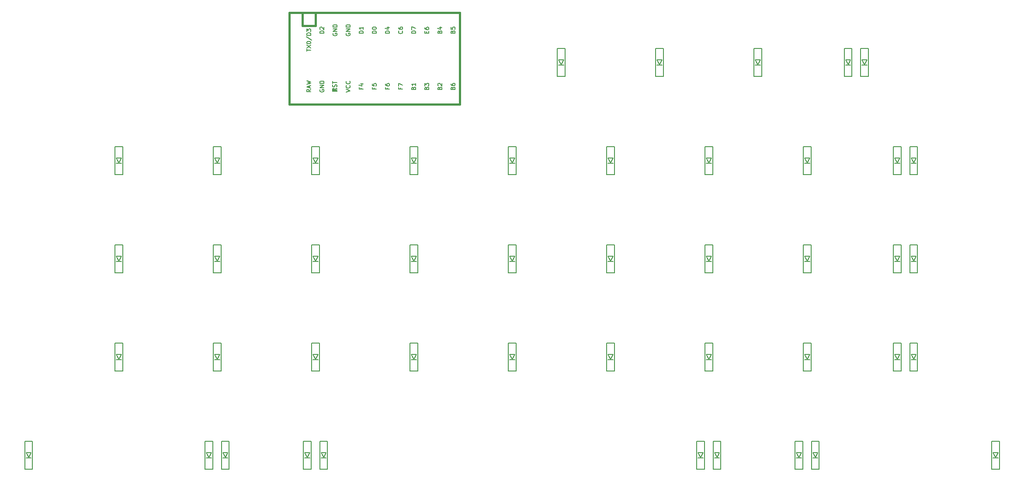
<source format=gto>
G04 #@! TF.GenerationSoftware,KiCad,Pcbnew,(5.1.4)-1*
G04 #@! TF.CreationDate,2021-09-04T12:44:31-10:00*
G04 #@! TF.ProjectId,oya45,6f796134-352e-46b6-9963-61645f706362,rev?*
G04 #@! TF.SameCoordinates,Original*
G04 #@! TF.FileFunction,Legend,Top*
G04 #@! TF.FilePolarity,Positive*
%FSLAX46Y46*%
G04 Gerber Fmt 4.6, Leading zero omitted, Abs format (unit mm)*
G04 Created by KiCad (PCBNEW (5.1.4)-1) date 2021-09-04 12:44:31*
%MOMM*%
%LPD*%
G04 APERTURE LIST*
%ADD10C,0.150000*%
%ADD11C,0.381000*%
%ADD12C,0.010000*%
%ADD13C,2.352000*%
%ADD14C,4.089800*%
%ADD15C,1.852000*%
%ADD16C,3.150000*%
%ADD17R,1.102000X1.502000*%
%ADD18R,1.854600X1.854600*%
%ADD19C,1.854600*%
G04 APERTURE END LIST*
D10*
X211887500Y-41593750D02*
X211887500Y-36193750D01*
X210387500Y-36193750D02*
X210387500Y-41593750D01*
X210387500Y-41593750D02*
X211887500Y-41593750D01*
X210387500Y-36193750D02*
X211887500Y-36193750D01*
X210637500Y-38393750D02*
X211637500Y-38393750D01*
X211637500Y-38393750D02*
X211137500Y-39293750D01*
X211137500Y-39293750D02*
X210637500Y-38393750D01*
X210637500Y-39393750D02*
X211637500Y-39393750D01*
X208712500Y-41593750D02*
X208712500Y-36193750D01*
X207212500Y-36193750D02*
X207212500Y-41593750D01*
X207212500Y-41593750D02*
X208712500Y-41593750D01*
X207212500Y-36193750D02*
X208712500Y-36193750D01*
X207462500Y-38393750D02*
X208462500Y-38393750D01*
X208462500Y-38393750D02*
X207962500Y-39293750D01*
X207962500Y-39293750D02*
X207462500Y-38393750D01*
X207462500Y-39393750D02*
X208462500Y-39393750D01*
X191250000Y-41593750D02*
X191250000Y-36193750D01*
X189750000Y-36193750D02*
X189750000Y-41593750D01*
X189750000Y-41593750D02*
X191250000Y-41593750D01*
X189750000Y-36193750D02*
X191250000Y-36193750D01*
X190000000Y-38393750D02*
X191000000Y-38393750D01*
X191000000Y-38393750D02*
X190500000Y-39293750D01*
X190500000Y-39293750D02*
X190000000Y-38393750D01*
X190000000Y-39393750D02*
X191000000Y-39393750D01*
X170950000Y-39393750D02*
X171950000Y-39393750D01*
X171450000Y-39293750D02*
X170950000Y-38393750D01*
X171950000Y-38393750D02*
X171450000Y-39293750D01*
X170950000Y-38393750D02*
X171950000Y-38393750D01*
X170700000Y-36193750D02*
X172200000Y-36193750D01*
X170700000Y-41593750D02*
X172200000Y-41593750D01*
X170700000Y-36193750D02*
X170700000Y-41593750D01*
X172200000Y-41593750D02*
X172200000Y-36193750D01*
X153150000Y-41593750D02*
X153150000Y-36193750D01*
X151650000Y-36193750D02*
X151650000Y-41593750D01*
X151650000Y-41593750D02*
X153150000Y-41593750D01*
X151650000Y-36193750D02*
X153150000Y-36193750D01*
X151900000Y-38393750D02*
X152900000Y-38393750D01*
X152900000Y-38393750D02*
X152400000Y-39293750D01*
X152400000Y-39293750D02*
X151900000Y-38393750D01*
X151900000Y-39393750D02*
X152900000Y-39393750D01*
X237287500Y-117793750D02*
X237287500Y-112393750D01*
X235787500Y-112393750D02*
X235787500Y-117793750D01*
X235787500Y-117793750D02*
X237287500Y-117793750D01*
X235787500Y-112393750D02*
X237287500Y-112393750D01*
X236037500Y-114593750D02*
X237037500Y-114593750D01*
X237037500Y-114593750D02*
X236537500Y-115493750D01*
X236537500Y-115493750D02*
X236037500Y-114593750D01*
X236037500Y-115593750D02*
X237037500Y-115593750D01*
X201112500Y-115593750D02*
X202112500Y-115593750D01*
X201612500Y-115493750D02*
X201112500Y-114593750D01*
X202112500Y-114593750D02*
X201612500Y-115493750D01*
X201112500Y-114593750D02*
X202112500Y-114593750D01*
X200862500Y-112393750D02*
X202362500Y-112393750D01*
X200862500Y-117793750D02*
X202362500Y-117793750D01*
X200862500Y-112393750D02*
X200862500Y-117793750D01*
X202362500Y-117793750D02*
X202362500Y-112393750D01*
X199187500Y-117793750D02*
X199187500Y-112393750D01*
X197687500Y-112393750D02*
X197687500Y-117793750D01*
X197687500Y-117793750D02*
X199187500Y-117793750D01*
X197687500Y-112393750D02*
X199187500Y-112393750D01*
X197937500Y-114593750D02*
X198937500Y-114593750D01*
X198937500Y-114593750D02*
X198437500Y-115493750D01*
X198437500Y-115493750D02*
X197937500Y-114593750D01*
X197937500Y-115593750D02*
X198937500Y-115593750D01*
X183312500Y-117793750D02*
X183312500Y-112393750D01*
X181812500Y-112393750D02*
X181812500Y-117793750D01*
X181812500Y-117793750D02*
X183312500Y-117793750D01*
X181812500Y-112393750D02*
X183312500Y-112393750D01*
X182062500Y-114593750D02*
X183062500Y-114593750D01*
X183062500Y-114593750D02*
X182562500Y-115493750D01*
X182562500Y-115493750D02*
X182062500Y-114593750D01*
X182062500Y-115593750D02*
X183062500Y-115593750D01*
X180137500Y-117793750D02*
X180137500Y-112393750D01*
X178637500Y-112393750D02*
X178637500Y-117793750D01*
X178637500Y-117793750D02*
X180137500Y-117793750D01*
X178637500Y-112393750D02*
X180137500Y-112393750D01*
X178887500Y-114593750D02*
X179887500Y-114593750D01*
X179887500Y-114593750D02*
X179387500Y-115493750D01*
X179387500Y-115493750D02*
X178887500Y-114593750D01*
X178887500Y-115593750D02*
X179887500Y-115593750D01*
X107112500Y-117793750D02*
X107112500Y-112393750D01*
X105612500Y-112393750D02*
X105612500Y-117793750D01*
X105612500Y-117793750D02*
X107112500Y-117793750D01*
X105612500Y-112393750D02*
X107112500Y-112393750D01*
X105862500Y-114593750D02*
X106862500Y-114593750D01*
X106862500Y-114593750D02*
X106362500Y-115493750D01*
X106362500Y-115493750D02*
X105862500Y-114593750D01*
X105862500Y-115593750D02*
X106862500Y-115593750D01*
X103937500Y-117793750D02*
X103937500Y-112393750D01*
X102437500Y-112393750D02*
X102437500Y-117793750D01*
X102437500Y-117793750D02*
X103937500Y-117793750D01*
X102437500Y-112393750D02*
X103937500Y-112393750D01*
X102687500Y-114593750D02*
X103687500Y-114593750D01*
X103687500Y-114593750D02*
X103187500Y-115493750D01*
X103187500Y-115493750D02*
X102687500Y-114593750D01*
X102687500Y-115593750D02*
X103687500Y-115593750D01*
X88062500Y-117793750D02*
X88062500Y-112393750D01*
X86562500Y-112393750D02*
X86562500Y-117793750D01*
X86562500Y-117793750D02*
X88062500Y-117793750D01*
X86562500Y-112393750D02*
X88062500Y-112393750D01*
X86812500Y-114593750D02*
X87812500Y-114593750D01*
X87812500Y-114593750D02*
X87312500Y-115493750D01*
X87312500Y-115493750D02*
X86812500Y-114593750D01*
X86812500Y-115593750D02*
X87812500Y-115593750D01*
X83637500Y-115593750D02*
X84637500Y-115593750D01*
X84137500Y-115493750D02*
X83637500Y-114593750D01*
X84637500Y-114593750D02*
X84137500Y-115493750D01*
X83637500Y-114593750D02*
X84637500Y-114593750D01*
X83387500Y-112393750D02*
X84887500Y-112393750D01*
X83387500Y-117793750D02*
X84887500Y-117793750D01*
X83387500Y-112393750D02*
X83387500Y-117793750D01*
X84887500Y-117793750D02*
X84887500Y-112393750D01*
X49962500Y-117793750D02*
X49962500Y-112393750D01*
X48462500Y-112393750D02*
X48462500Y-117793750D01*
X48462500Y-117793750D02*
X49962500Y-117793750D01*
X48462500Y-112393750D02*
X49962500Y-112393750D01*
X48712500Y-114593750D02*
X49712500Y-114593750D01*
X49712500Y-114593750D02*
X49212500Y-115493750D01*
X49212500Y-115493750D02*
X48712500Y-114593750D01*
X48712500Y-115593750D02*
X49712500Y-115593750D01*
X221412500Y-98743750D02*
X221412500Y-93343750D01*
X219912500Y-93343750D02*
X219912500Y-98743750D01*
X219912500Y-98743750D02*
X221412500Y-98743750D01*
X219912500Y-93343750D02*
X221412500Y-93343750D01*
X220162500Y-95543750D02*
X221162500Y-95543750D01*
X221162500Y-95543750D02*
X220662500Y-96443750D01*
X220662500Y-96443750D02*
X220162500Y-95543750D01*
X220162500Y-96543750D02*
X221162500Y-96543750D01*
X218237500Y-98743750D02*
X218237500Y-93343750D01*
X216737500Y-93343750D02*
X216737500Y-98743750D01*
X216737500Y-98743750D02*
X218237500Y-98743750D01*
X216737500Y-93343750D02*
X218237500Y-93343750D01*
X216987500Y-95543750D02*
X217987500Y-95543750D01*
X217987500Y-95543750D02*
X217487500Y-96443750D01*
X217487500Y-96443750D02*
X216987500Y-95543750D01*
X216987500Y-96543750D02*
X217987500Y-96543750D01*
X200775000Y-98743750D02*
X200775000Y-93343750D01*
X199275000Y-93343750D02*
X199275000Y-98743750D01*
X199275000Y-98743750D02*
X200775000Y-98743750D01*
X199275000Y-93343750D02*
X200775000Y-93343750D01*
X199525000Y-95543750D02*
X200525000Y-95543750D01*
X200525000Y-95543750D02*
X200025000Y-96443750D01*
X200025000Y-96443750D02*
X199525000Y-95543750D01*
X199525000Y-96543750D02*
X200525000Y-96543750D01*
X181725000Y-98743750D02*
X181725000Y-93343750D01*
X180225000Y-93343750D02*
X180225000Y-98743750D01*
X180225000Y-98743750D02*
X181725000Y-98743750D01*
X180225000Y-93343750D02*
X181725000Y-93343750D01*
X180475000Y-95543750D02*
X181475000Y-95543750D01*
X181475000Y-95543750D02*
X180975000Y-96443750D01*
X180975000Y-96443750D02*
X180475000Y-95543750D01*
X180475000Y-96543750D02*
X181475000Y-96543750D01*
X162675000Y-98743750D02*
X162675000Y-93343750D01*
X161175000Y-93343750D02*
X161175000Y-98743750D01*
X161175000Y-98743750D02*
X162675000Y-98743750D01*
X161175000Y-93343750D02*
X162675000Y-93343750D01*
X161425000Y-95543750D02*
X162425000Y-95543750D01*
X162425000Y-95543750D02*
X161925000Y-96443750D01*
X161925000Y-96443750D02*
X161425000Y-95543750D01*
X161425000Y-96543750D02*
X162425000Y-96543750D01*
X143625000Y-98743750D02*
X143625000Y-93343750D01*
X142125000Y-93343750D02*
X142125000Y-98743750D01*
X142125000Y-98743750D02*
X143625000Y-98743750D01*
X142125000Y-93343750D02*
X143625000Y-93343750D01*
X142375000Y-95543750D02*
X143375000Y-95543750D01*
X143375000Y-95543750D02*
X142875000Y-96443750D01*
X142875000Y-96443750D02*
X142375000Y-95543750D01*
X142375000Y-96543750D02*
X143375000Y-96543750D01*
X124575000Y-98743750D02*
X124575000Y-93343750D01*
X123075000Y-93343750D02*
X123075000Y-98743750D01*
X123075000Y-98743750D02*
X124575000Y-98743750D01*
X123075000Y-93343750D02*
X124575000Y-93343750D01*
X123325000Y-95543750D02*
X124325000Y-95543750D01*
X124325000Y-95543750D02*
X123825000Y-96443750D01*
X123825000Y-96443750D02*
X123325000Y-95543750D01*
X123325000Y-96543750D02*
X124325000Y-96543750D01*
X105525000Y-98743750D02*
X105525000Y-93343750D01*
X104025000Y-93343750D02*
X104025000Y-98743750D01*
X104025000Y-98743750D02*
X105525000Y-98743750D01*
X104025000Y-93343750D02*
X105525000Y-93343750D01*
X104275000Y-95543750D02*
X105275000Y-95543750D01*
X105275000Y-95543750D02*
X104775000Y-96443750D01*
X104775000Y-96443750D02*
X104275000Y-95543750D01*
X104275000Y-96543750D02*
X105275000Y-96543750D01*
X86475000Y-98743750D02*
X86475000Y-93343750D01*
X84975000Y-93343750D02*
X84975000Y-98743750D01*
X84975000Y-98743750D02*
X86475000Y-98743750D01*
X84975000Y-93343750D02*
X86475000Y-93343750D01*
X85225000Y-95543750D02*
X86225000Y-95543750D01*
X86225000Y-95543750D02*
X85725000Y-96443750D01*
X85725000Y-96443750D02*
X85225000Y-95543750D01*
X85225000Y-96543750D02*
X86225000Y-96543750D01*
X67425000Y-98743750D02*
X67425000Y-93343750D01*
X65925000Y-93343750D02*
X65925000Y-98743750D01*
X65925000Y-98743750D02*
X67425000Y-98743750D01*
X65925000Y-93343750D02*
X67425000Y-93343750D01*
X66175000Y-95543750D02*
X67175000Y-95543750D01*
X67175000Y-95543750D02*
X66675000Y-96443750D01*
X66675000Y-96443750D02*
X66175000Y-95543750D01*
X66175000Y-96543750D02*
X67175000Y-96543750D01*
X221412500Y-79693750D02*
X221412500Y-74293750D01*
X219912500Y-74293750D02*
X219912500Y-79693750D01*
X219912500Y-79693750D02*
X221412500Y-79693750D01*
X219912500Y-74293750D02*
X221412500Y-74293750D01*
X220162500Y-76493750D02*
X221162500Y-76493750D01*
X221162500Y-76493750D02*
X220662500Y-77393750D01*
X220662500Y-77393750D02*
X220162500Y-76493750D01*
X220162500Y-77493750D02*
X221162500Y-77493750D01*
X218237500Y-79693750D02*
X218237500Y-74293750D01*
X216737500Y-74293750D02*
X216737500Y-79693750D01*
X216737500Y-79693750D02*
X218237500Y-79693750D01*
X216737500Y-74293750D02*
X218237500Y-74293750D01*
X216987500Y-76493750D02*
X217987500Y-76493750D01*
X217987500Y-76493750D02*
X217487500Y-77393750D01*
X217487500Y-77393750D02*
X216987500Y-76493750D01*
X216987500Y-77493750D02*
X217987500Y-77493750D01*
X200775000Y-79693750D02*
X200775000Y-74293750D01*
X199275000Y-74293750D02*
X199275000Y-79693750D01*
X199275000Y-79693750D02*
X200775000Y-79693750D01*
X199275000Y-74293750D02*
X200775000Y-74293750D01*
X199525000Y-76493750D02*
X200525000Y-76493750D01*
X200525000Y-76493750D02*
X200025000Y-77393750D01*
X200025000Y-77393750D02*
X199525000Y-76493750D01*
X199525000Y-77493750D02*
X200525000Y-77493750D01*
X181725000Y-79693750D02*
X181725000Y-74293750D01*
X180225000Y-74293750D02*
X180225000Y-79693750D01*
X180225000Y-79693750D02*
X181725000Y-79693750D01*
X180225000Y-74293750D02*
X181725000Y-74293750D01*
X180475000Y-76493750D02*
X181475000Y-76493750D01*
X181475000Y-76493750D02*
X180975000Y-77393750D01*
X180975000Y-77393750D02*
X180475000Y-76493750D01*
X180475000Y-77493750D02*
X181475000Y-77493750D01*
X162675000Y-79693750D02*
X162675000Y-74293750D01*
X161175000Y-74293750D02*
X161175000Y-79693750D01*
X161175000Y-79693750D02*
X162675000Y-79693750D01*
X161175000Y-74293750D02*
X162675000Y-74293750D01*
X161425000Y-76493750D02*
X162425000Y-76493750D01*
X162425000Y-76493750D02*
X161925000Y-77393750D01*
X161925000Y-77393750D02*
X161425000Y-76493750D01*
X161425000Y-77493750D02*
X162425000Y-77493750D01*
X143625000Y-79693750D02*
X143625000Y-74293750D01*
X142125000Y-74293750D02*
X142125000Y-79693750D01*
X142125000Y-79693750D02*
X143625000Y-79693750D01*
X142125000Y-74293750D02*
X143625000Y-74293750D01*
X142375000Y-76493750D02*
X143375000Y-76493750D01*
X143375000Y-76493750D02*
X142875000Y-77393750D01*
X142875000Y-77393750D02*
X142375000Y-76493750D01*
X142375000Y-77493750D02*
X143375000Y-77493750D01*
X124575000Y-79693750D02*
X124575000Y-74293750D01*
X123075000Y-74293750D02*
X123075000Y-79693750D01*
X123075000Y-79693750D02*
X124575000Y-79693750D01*
X123075000Y-74293750D02*
X124575000Y-74293750D01*
X123325000Y-76493750D02*
X124325000Y-76493750D01*
X124325000Y-76493750D02*
X123825000Y-77393750D01*
X123825000Y-77393750D02*
X123325000Y-76493750D01*
X123325000Y-77493750D02*
X124325000Y-77493750D01*
X105525000Y-79693750D02*
X105525000Y-74293750D01*
X104025000Y-74293750D02*
X104025000Y-79693750D01*
X104025000Y-79693750D02*
X105525000Y-79693750D01*
X104025000Y-74293750D02*
X105525000Y-74293750D01*
X104275000Y-76493750D02*
X105275000Y-76493750D01*
X105275000Y-76493750D02*
X104775000Y-77393750D01*
X104775000Y-77393750D02*
X104275000Y-76493750D01*
X104275000Y-77493750D02*
X105275000Y-77493750D01*
X86475000Y-79693750D02*
X86475000Y-74293750D01*
X84975000Y-74293750D02*
X84975000Y-79693750D01*
X84975000Y-79693750D02*
X86475000Y-79693750D01*
X84975000Y-74293750D02*
X86475000Y-74293750D01*
X85225000Y-76493750D02*
X86225000Y-76493750D01*
X86225000Y-76493750D02*
X85725000Y-77393750D01*
X85725000Y-77393750D02*
X85225000Y-76493750D01*
X85225000Y-77493750D02*
X86225000Y-77493750D01*
X67425000Y-79693750D02*
X67425000Y-74293750D01*
X65925000Y-74293750D02*
X65925000Y-79693750D01*
X65925000Y-79693750D02*
X67425000Y-79693750D01*
X65925000Y-74293750D02*
X67425000Y-74293750D01*
X66175000Y-76493750D02*
X67175000Y-76493750D01*
X67175000Y-76493750D02*
X66675000Y-77393750D01*
X66675000Y-77393750D02*
X66175000Y-76493750D01*
X66175000Y-77493750D02*
X67175000Y-77493750D01*
X221412500Y-60643750D02*
X221412500Y-55243750D01*
X219912500Y-55243750D02*
X219912500Y-60643750D01*
X219912500Y-60643750D02*
X221412500Y-60643750D01*
X219912500Y-55243750D02*
X221412500Y-55243750D01*
X220162500Y-57443750D02*
X221162500Y-57443750D01*
X221162500Y-57443750D02*
X220662500Y-58343750D01*
X220662500Y-58343750D02*
X220162500Y-57443750D01*
X220162500Y-58443750D02*
X221162500Y-58443750D01*
X218237500Y-60643750D02*
X218237500Y-55243750D01*
X216737500Y-55243750D02*
X216737500Y-60643750D01*
X216737500Y-60643750D02*
X218237500Y-60643750D01*
X216737500Y-55243750D02*
X218237500Y-55243750D01*
X216987500Y-57443750D02*
X217987500Y-57443750D01*
X217987500Y-57443750D02*
X217487500Y-58343750D01*
X217487500Y-58343750D02*
X216987500Y-57443750D01*
X216987500Y-58443750D02*
X217987500Y-58443750D01*
X200775000Y-60643750D02*
X200775000Y-55243750D01*
X199275000Y-55243750D02*
X199275000Y-60643750D01*
X199275000Y-60643750D02*
X200775000Y-60643750D01*
X199275000Y-55243750D02*
X200775000Y-55243750D01*
X199525000Y-57443750D02*
X200525000Y-57443750D01*
X200525000Y-57443750D02*
X200025000Y-58343750D01*
X200025000Y-58343750D02*
X199525000Y-57443750D01*
X199525000Y-58443750D02*
X200525000Y-58443750D01*
X181725000Y-60643750D02*
X181725000Y-55243750D01*
X180225000Y-55243750D02*
X180225000Y-60643750D01*
X180225000Y-60643750D02*
X181725000Y-60643750D01*
X180225000Y-55243750D02*
X181725000Y-55243750D01*
X180475000Y-57443750D02*
X181475000Y-57443750D01*
X181475000Y-57443750D02*
X180975000Y-58343750D01*
X180975000Y-58343750D02*
X180475000Y-57443750D01*
X180475000Y-58443750D02*
X181475000Y-58443750D01*
X162675000Y-60643750D02*
X162675000Y-55243750D01*
X161175000Y-55243750D02*
X161175000Y-60643750D01*
X161175000Y-60643750D02*
X162675000Y-60643750D01*
X161175000Y-55243750D02*
X162675000Y-55243750D01*
X161425000Y-57443750D02*
X162425000Y-57443750D01*
X162425000Y-57443750D02*
X161925000Y-58343750D01*
X161925000Y-58343750D02*
X161425000Y-57443750D01*
X161425000Y-58443750D02*
X162425000Y-58443750D01*
X143625000Y-60643750D02*
X143625000Y-55243750D01*
X142125000Y-55243750D02*
X142125000Y-60643750D01*
X142125000Y-60643750D02*
X143625000Y-60643750D01*
X142125000Y-55243750D02*
X143625000Y-55243750D01*
X142375000Y-57443750D02*
X143375000Y-57443750D01*
X143375000Y-57443750D02*
X142875000Y-58343750D01*
X142875000Y-58343750D02*
X142375000Y-57443750D01*
X142375000Y-58443750D02*
X143375000Y-58443750D01*
X123325000Y-58443750D02*
X124325000Y-58443750D01*
X123825000Y-58343750D02*
X123325000Y-57443750D01*
X124325000Y-57443750D02*
X123825000Y-58343750D01*
X123325000Y-57443750D02*
X124325000Y-57443750D01*
X123075000Y-55243750D02*
X124575000Y-55243750D01*
X123075000Y-60643750D02*
X124575000Y-60643750D01*
X123075000Y-55243750D02*
X123075000Y-60643750D01*
X124575000Y-60643750D02*
X124575000Y-55243750D01*
X105525000Y-60643750D02*
X105525000Y-55243750D01*
X104025000Y-55243750D02*
X104025000Y-60643750D01*
X104025000Y-60643750D02*
X105525000Y-60643750D01*
X104025000Y-55243750D02*
X105525000Y-55243750D01*
X104275000Y-57443750D02*
X105275000Y-57443750D01*
X105275000Y-57443750D02*
X104775000Y-58343750D01*
X104775000Y-58343750D02*
X104275000Y-57443750D01*
X104275000Y-58443750D02*
X105275000Y-58443750D01*
X86475000Y-60643750D02*
X86475000Y-55243750D01*
X84975000Y-55243750D02*
X84975000Y-60643750D01*
X84975000Y-60643750D02*
X86475000Y-60643750D01*
X84975000Y-55243750D02*
X86475000Y-55243750D01*
X85225000Y-57443750D02*
X86225000Y-57443750D01*
X86225000Y-57443750D02*
X85725000Y-58343750D01*
X85725000Y-58343750D02*
X85225000Y-57443750D01*
X85225000Y-58443750D02*
X86225000Y-58443750D01*
X66175000Y-58443750D02*
X67175000Y-58443750D01*
X66675000Y-58343750D02*
X66175000Y-57443750D01*
X67175000Y-57443750D02*
X66675000Y-58343750D01*
X66175000Y-57443750D02*
X67175000Y-57443750D01*
X65925000Y-55243750D02*
X67425000Y-55243750D01*
X65925000Y-60643750D02*
X67425000Y-60643750D01*
X65925000Y-55243750D02*
X65925000Y-60643750D01*
X67425000Y-60643750D02*
X67425000Y-55243750D01*
D11*
X104775000Y-31750000D02*
X104775000Y-29210000D01*
X102235000Y-31750000D02*
X104775000Y-31750000D01*
D10*
G36*
X108524030Y-44144635D02*
G01*
X108624030Y-44144635D01*
X108624030Y-44244635D01*
X108524030Y-44244635D01*
X108524030Y-44144635D01*
G37*
X108524030Y-44144635D02*
X108624030Y-44144635D01*
X108624030Y-44244635D01*
X108524030Y-44244635D01*
X108524030Y-44144635D01*
G36*
X108124030Y-44344635D02*
G01*
X108924030Y-44344635D01*
X108924030Y-44444635D01*
X108124030Y-44444635D01*
X108124030Y-44344635D01*
G37*
X108124030Y-44344635D02*
X108924030Y-44344635D01*
X108924030Y-44444635D01*
X108124030Y-44444635D01*
X108124030Y-44344635D01*
G36*
X108724030Y-43944635D02*
G01*
X108924030Y-43944635D01*
X108924030Y-44044635D01*
X108724030Y-44044635D01*
X108724030Y-43944635D01*
G37*
X108724030Y-43944635D02*
X108924030Y-43944635D01*
X108924030Y-44044635D01*
X108724030Y-44044635D01*
X108724030Y-43944635D01*
G36*
X108124030Y-43944635D02*
G01*
X108424030Y-43944635D01*
X108424030Y-44044635D01*
X108124030Y-44044635D01*
X108124030Y-43944635D01*
G37*
X108124030Y-43944635D02*
X108424030Y-43944635D01*
X108424030Y-44044635D01*
X108124030Y-44044635D01*
X108124030Y-43944635D01*
G36*
X108124030Y-43944635D02*
G01*
X108224030Y-43944635D01*
X108224030Y-44444635D01*
X108124030Y-44444635D01*
X108124030Y-43944635D01*
G37*
X108124030Y-43944635D02*
X108224030Y-43944635D01*
X108224030Y-44444635D01*
X108124030Y-44444635D01*
X108124030Y-43944635D01*
D11*
X132715000Y-46990000D02*
X99695000Y-46990000D01*
X132715000Y-29210000D02*
X132715000Y-46990000D01*
X99695000Y-29210000D02*
X132715000Y-29210000D01*
X99695000Y-46990000D02*
X99695000Y-29210000D01*
X102235000Y-31750000D02*
X102235000Y-29210000D01*
D10*
X106406904Y-33229476D02*
X105606904Y-33229476D01*
X105606904Y-33039000D01*
X105645000Y-32924714D01*
X105721190Y-32848523D01*
X105797380Y-32810428D01*
X105949761Y-32772333D01*
X106064047Y-32772333D01*
X106216428Y-32810428D01*
X106292619Y-32848523D01*
X106368809Y-32924714D01*
X106406904Y-33039000D01*
X106406904Y-33229476D01*
X105683095Y-32467571D02*
X105645000Y-32429476D01*
X105606904Y-32353285D01*
X105606904Y-32162809D01*
X105645000Y-32086619D01*
X105683095Y-32048523D01*
X105759285Y-32010428D01*
X105835476Y-32010428D01*
X105949761Y-32048523D01*
X106406904Y-32505666D01*
X106406904Y-32010428D01*
X116566904Y-33229476D02*
X115766904Y-33229476D01*
X115766904Y-33039000D01*
X115805000Y-32924714D01*
X115881190Y-32848523D01*
X115957380Y-32810428D01*
X116109761Y-32772333D01*
X116224047Y-32772333D01*
X116376428Y-32810428D01*
X116452619Y-32848523D01*
X116528809Y-32924714D01*
X116566904Y-33039000D01*
X116566904Y-33229476D01*
X115766904Y-32277095D02*
X115766904Y-32200904D01*
X115805000Y-32124714D01*
X115843095Y-32086619D01*
X115919285Y-32048523D01*
X116071666Y-32010428D01*
X116262142Y-32010428D01*
X116414523Y-32048523D01*
X116490714Y-32086619D01*
X116528809Y-32124714D01*
X116566904Y-32200904D01*
X116566904Y-32277095D01*
X116528809Y-32353285D01*
X116490714Y-32391380D01*
X116414523Y-32429476D01*
X116262142Y-32467571D01*
X116071666Y-32467571D01*
X115919285Y-32429476D01*
X115843095Y-32391380D01*
X115805000Y-32353285D01*
X115766904Y-32277095D01*
X114026904Y-33229476D02*
X113226904Y-33229476D01*
X113226904Y-33039000D01*
X113265000Y-32924714D01*
X113341190Y-32848523D01*
X113417380Y-32810428D01*
X113569761Y-32772333D01*
X113684047Y-32772333D01*
X113836428Y-32810428D01*
X113912619Y-32848523D01*
X113988809Y-32924714D01*
X114026904Y-33039000D01*
X114026904Y-33229476D01*
X114026904Y-32010428D02*
X114026904Y-32467571D01*
X114026904Y-32239000D02*
X113226904Y-32239000D01*
X113341190Y-32315190D01*
X113417380Y-32391380D01*
X113455476Y-32467571D01*
X110725000Y-33248523D02*
X110686904Y-33324714D01*
X110686904Y-33439000D01*
X110725000Y-33553285D01*
X110801190Y-33629476D01*
X110877380Y-33667571D01*
X111029761Y-33705666D01*
X111144047Y-33705666D01*
X111296428Y-33667571D01*
X111372619Y-33629476D01*
X111448809Y-33553285D01*
X111486904Y-33439000D01*
X111486904Y-33362809D01*
X111448809Y-33248523D01*
X111410714Y-33210428D01*
X111144047Y-33210428D01*
X111144047Y-33362809D01*
X111486904Y-32867571D02*
X110686904Y-32867571D01*
X111486904Y-32410428D01*
X110686904Y-32410428D01*
X111486904Y-32029476D02*
X110686904Y-32029476D01*
X110686904Y-31839000D01*
X110725000Y-31724714D01*
X110801190Y-31648523D01*
X110877380Y-31610428D01*
X111029761Y-31572333D01*
X111144047Y-31572333D01*
X111296428Y-31610428D01*
X111372619Y-31648523D01*
X111448809Y-31724714D01*
X111486904Y-31839000D01*
X111486904Y-32029476D01*
X108185000Y-33248523D02*
X108146904Y-33324714D01*
X108146904Y-33439000D01*
X108185000Y-33553285D01*
X108261190Y-33629476D01*
X108337380Y-33667571D01*
X108489761Y-33705666D01*
X108604047Y-33705666D01*
X108756428Y-33667571D01*
X108832619Y-33629476D01*
X108908809Y-33553285D01*
X108946904Y-33439000D01*
X108946904Y-33362809D01*
X108908809Y-33248523D01*
X108870714Y-33210428D01*
X108604047Y-33210428D01*
X108604047Y-33362809D01*
X108946904Y-32867571D02*
X108146904Y-32867571D01*
X108946904Y-32410428D01*
X108146904Y-32410428D01*
X108946904Y-32029476D02*
X108146904Y-32029476D01*
X108146904Y-31839000D01*
X108185000Y-31724714D01*
X108261190Y-31648523D01*
X108337380Y-31610428D01*
X108489761Y-31572333D01*
X108604047Y-31572333D01*
X108756428Y-31610428D01*
X108832619Y-31648523D01*
X108908809Y-31724714D01*
X108946904Y-31839000D01*
X108946904Y-32029476D01*
X119106904Y-33229476D02*
X118306904Y-33229476D01*
X118306904Y-33039000D01*
X118345000Y-32924714D01*
X118421190Y-32848523D01*
X118497380Y-32810428D01*
X118649761Y-32772333D01*
X118764047Y-32772333D01*
X118916428Y-32810428D01*
X118992619Y-32848523D01*
X119068809Y-32924714D01*
X119106904Y-33039000D01*
X119106904Y-33229476D01*
X118573571Y-32086619D02*
X119106904Y-32086619D01*
X118268809Y-32277095D02*
X118840238Y-32467571D01*
X118840238Y-31972333D01*
X121570714Y-32772333D02*
X121608809Y-32810428D01*
X121646904Y-32924714D01*
X121646904Y-33000904D01*
X121608809Y-33115190D01*
X121532619Y-33191380D01*
X121456428Y-33229476D01*
X121304047Y-33267571D01*
X121189761Y-33267571D01*
X121037380Y-33229476D01*
X120961190Y-33191380D01*
X120885000Y-33115190D01*
X120846904Y-33000904D01*
X120846904Y-32924714D01*
X120885000Y-32810428D01*
X120923095Y-32772333D01*
X120846904Y-32086619D02*
X120846904Y-32239000D01*
X120885000Y-32315190D01*
X120923095Y-32353285D01*
X121037380Y-32429476D01*
X121189761Y-32467571D01*
X121494523Y-32467571D01*
X121570714Y-32429476D01*
X121608809Y-32391380D01*
X121646904Y-32315190D01*
X121646904Y-32162809D01*
X121608809Y-32086619D01*
X121570714Y-32048523D01*
X121494523Y-32010428D01*
X121304047Y-32010428D01*
X121227857Y-32048523D01*
X121189761Y-32086619D01*
X121151666Y-32162809D01*
X121151666Y-32315190D01*
X121189761Y-32391380D01*
X121227857Y-32429476D01*
X121304047Y-32467571D01*
X124186904Y-33229476D02*
X123386904Y-33229476D01*
X123386904Y-33039000D01*
X123425000Y-32924714D01*
X123501190Y-32848523D01*
X123577380Y-32810428D01*
X123729761Y-32772333D01*
X123844047Y-32772333D01*
X123996428Y-32810428D01*
X124072619Y-32848523D01*
X124148809Y-32924714D01*
X124186904Y-33039000D01*
X124186904Y-33229476D01*
X123386904Y-32505666D02*
X123386904Y-31972333D01*
X124186904Y-32315190D01*
X126307857Y-33191380D02*
X126307857Y-32924714D01*
X126726904Y-32810428D02*
X126726904Y-33191380D01*
X125926904Y-33191380D01*
X125926904Y-32810428D01*
X125926904Y-32124714D02*
X125926904Y-32277095D01*
X125965000Y-32353285D01*
X126003095Y-32391380D01*
X126117380Y-32467571D01*
X126269761Y-32505666D01*
X126574523Y-32505666D01*
X126650714Y-32467571D01*
X126688809Y-32429476D01*
X126726904Y-32353285D01*
X126726904Y-32200904D01*
X126688809Y-32124714D01*
X126650714Y-32086619D01*
X126574523Y-32048523D01*
X126384047Y-32048523D01*
X126307857Y-32086619D01*
X126269761Y-32124714D01*
X126231666Y-32200904D01*
X126231666Y-32353285D01*
X126269761Y-32429476D01*
X126307857Y-32467571D01*
X126384047Y-32505666D01*
X128847857Y-32962809D02*
X128885952Y-32848523D01*
X128924047Y-32810428D01*
X129000238Y-32772333D01*
X129114523Y-32772333D01*
X129190714Y-32810428D01*
X129228809Y-32848523D01*
X129266904Y-32924714D01*
X129266904Y-33229476D01*
X128466904Y-33229476D01*
X128466904Y-32962809D01*
X128505000Y-32886619D01*
X128543095Y-32848523D01*
X128619285Y-32810428D01*
X128695476Y-32810428D01*
X128771666Y-32848523D01*
X128809761Y-32886619D01*
X128847857Y-32962809D01*
X128847857Y-33229476D01*
X128733571Y-32086619D02*
X129266904Y-32086619D01*
X128428809Y-32277095D02*
X129000238Y-32467571D01*
X129000238Y-31972333D01*
X131387857Y-32962809D02*
X131425952Y-32848523D01*
X131464047Y-32810428D01*
X131540238Y-32772333D01*
X131654523Y-32772333D01*
X131730714Y-32810428D01*
X131768809Y-32848523D01*
X131806904Y-32924714D01*
X131806904Y-33229476D01*
X131006904Y-33229476D01*
X131006904Y-32962809D01*
X131045000Y-32886619D01*
X131083095Y-32848523D01*
X131159285Y-32810428D01*
X131235476Y-32810428D01*
X131311666Y-32848523D01*
X131349761Y-32886619D01*
X131387857Y-32962809D01*
X131387857Y-33229476D01*
X131006904Y-32048523D02*
X131006904Y-32429476D01*
X131387857Y-32467571D01*
X131349761Y-32429476D01*
X131311666Y-32353285D01*
X131311666Y-32162809D01*
X131349761Y-32086619D01*
X131387857Y-32048523D01*
X131464047Y-32010428D01*
X131654523Y-32010428D01*
X131730714Y-32048523D01*
X131768809Y-32086619D01*
X131806904Y-32162809D01*
X131806904Y-32353285D01*
X131768809Y-32429476D01*
X131730714Y-32467571D01*
X131387857Y-43884809D02*
X131425952Y-43770523D01*
X131464047Y-43732428D01*
X131540238Y-43694333D01*
X131654523Y-43694333D01*
X131730714Y-43732428D01*
X131768809Y-43770523D01*
X131806904Y-43846714D01*
X131806904Y-44151476D01*
X131006904Y-44151476D01*
X131006904Y-43884809D01*
X131045000Y-43808619D01*
X131083095Y-43770523D01*
X131159285Y-43732428D01*
X131235476Y-43732428D01*
X131311666Y-43770523D01*
X131349761Y-43808619D01*
X131387857Y-43884809D01*
X131387857Y-44151476D01*
X131006904Y-43008619D02*
X131006904Y-43161000D01*
X131045000Y-43237190D01*
X131083095Y-43275285D01*
X131197380Y-43351476D01*
X131349761Y-43389571D01*
X131654523Y-43389571D01*
X131730714Y-43351476D01*
X131768809Y-43313380D01*
X131806904Y-43237190D01*
X131806904Y-43084809D01*
X131768809Y-43008619D01*
X131730714Y-42970523D01*
X131654523Y-42932428D01*
X131464047Y-42932428D01*
X131387857Y-42970523D01*
X131349761Y-43008619D01*
X131311666Y-43084809D01*
X131311666Y-43237190D01*
X131349761Y-43313380D01*
X131387857Y-43351476D01*
X131464047Y-43389571D01*
X126307857Y-43884809D02*
X126345952Y-43770523D01*
X126384047Y-43732428D01*
X126460238Y-43694333D01*
X126574523Y-43694333D01*
X126650714Y-43732428D01*
X126688809Y-43770523D01*
X126726904Y-43846714D01*
X126726904Y-44151476D01*
X125926904Y-44151476D01*
X125926904Y-43884809D01*
X125965000Y-43808619D01*
X126003095Y-43770523D01*
X126079285Y-43732428D01*
X126155476Y-43732428D01*
X126231666Y-43770523D01*
X126269761Y-43808619D01*
X126307857Y-43884809D01*
X126307857Y-44151476D01*
X125926904Y-43427666D02*
X125926904Y-42932428D01*
X126231666Y-43199095D01*
X126231666Y-43084809D01*
X126269761Y-43008619D01*
X126307857Y-42970523D01*
X126384047Y-42932428D01*
X126574523Y-42932428D01*
X126650714Y-42970523D01*
X126688809Y-43008619D01*
X126726904Y-43084809D01*
X126726904Y-43313380D01*
X126688809Y-43389571D01*
X126650714Y-43427666D01*
X123767857Y-43884809D02*
X123805952Y-43770523D01*
X123844047Y-43732428D01*
X123920238Y-43694333D01*
X124034523Y-43694333D01*
X124110714Y-43732428D01*
X124148809Y-43770523D01*
X124186904Y-43846714D01*
X124186904Y-44151476D01*
X123386904Y-44151476D01*
X123386904Y-43884809D01*
X123425000Y-43808619D01*
X123463095Y-43770523D01*
X123539285Y-43732428D01*
X123615476Y-43732428D01*
X123691666Y-43770523D01*
X123729761Y-43808619D01*
X123767857Y-43884809D01*
X123767857Y-44151476D01*
X124186904Y-42932428D02*
X124186904Y-43389571D01*
X124186904Y-43161000D02*
X123386904Y-43161000D01*
X123501190Y-43237190D01*
X123577380Y-43313380D01*
X123615476Y-43389571D01*
X113607857Y-43827666D02*
X113607857Y-44094333D01*
X114026904Y-44094333D02*
X113226904Y-44094333D01*
X113226904Y-43713380D01*
X113493571Y-43065761D02*
X114026904Y-43065761D01*
X113188809Y-43256238D02*
X113760238Y-43446714D01*
X113760238Y-42951476D01*
X110686904Y-44627666D02*
X111486904Y-44361000D01*
X110686904Y-44094333D01*
X111410714Y-43370523D02*
X111448809Y-43408619D01*
X111486904Y-43522904D01*
X111486904Y-43599095D01*
X111448809Y-43713380D01*
X111372619Y-43789571D01*
X111296428Y-43827666D01*
X111144047Y-43865761D01*
X111029761Y-43865761D01*
X110877380Y-43827666D01*
X110801190Y-43789571D01*
X110725000Y-43713380D01*
X110686904Y-43599095D01*
X110686904Y-43522904D01*
X110725000Y-43408619D01*
X110763095Y-43370523D01*
X111410714Y-42570523D02*
X111448809Y-42608619D01*
X111486904Y-42722904D01*
X111486904Y-42799095D01*
X111448809Y-42913380D01*
X111372619Y-42989571D01*
X111296428Y-43027666D01*
X111144047Y-43065761D01*
X111029761Y-43065761D01*
X110877380Y-43027666D01*
X110801190Y-42989571D01*
X110725000Y-42913380D01*
X110686904Y-42799095D01*
X110686904Y-42722904D01*
X110725000Y-42608619D01*
X110763095Y-42570523D01*
X105645000Y-44170523D02*
X105606904Y-44246714D01*
X105606904Y-44361000D01*
X105645000Y-44475285D01*
X105721190Y-44551476D01*
X105797380Y-44589571D01*
X105949761Y-44627666D01*
X106064047Y-44627666D01*
X106216428Y-44589571D01*
X106292619Y-44551476D01*
X106368809Y-44475285D01*
X106406904Y-44361000D01*
X106406904Y-44284809D01*
X106368809Y-44170523D01*
X106330714Y-44132428D01*
X106064047Y-44132428D01*
X106064047Y-44284809D01*
X106406904Y-43789571D02*
X105606904Y-43789571D01*
X106406904Y-43332428D01*
X105606904Y-43332428D01*
X106406904Y-42951476D02*
X105606904Y-42951476D01*
X105606904Y-42761000D01*
X105645000Y-42646714D01*
X105721190Y-42570523D01*
X105797380Y-42532428D01*
X105949761Y-42494333D01*
X106064047Y-42494333D01*
X106216428Y-42532428D01*
X106292619Y-42570523D01*
X106368809Y-42646714D01*
X106406904Y-42761000D01*
X106406904Y-42951476D01*
X103866904Y-44113380D02*
X103485952Y-44380047D01*
X103866904Y-44570523D02*
X103066904Y-44570523D01*
X103066904Y-44265761D01*
X103105000Y-44189571D01*
X103143095Y-44151476D01*
X103219285Y-44113380D01*
X103333571Y-44113380D01*
X103409761Y-44151476D01*
X103447857Y-44189571D01*
X103485952Y-44265761D01*
X103485952Y-44570523D01*
X103638333Y-43808619D02*
X103638333Y-43427666D01*
X103866904Y-43884809D02*
X103066904Y-43618142D01*
X103866904Y-43351476D01*
X103066904Y-43161000D02*
X103866904Y-42970523D01*
X103295476Y-42818142D01*
X103866904Y-42665761D01*
X103066904Y-42475285D01*
X116147857Y-43827666D02*
X116147857Y-44094333D01*
X116566904Y-44094333D02*
X115766904Y-44094333D01*
X115766904Y-43713380D01*
X115766904Y-43027666D02*
X115766904Y-43408619D01*
X116147857Y-43446714D01*
X116109761Y-43408619D01*
X116071666Y-43332428D01*
X116071666Y-43141952D01*
X116109761Y-43065761D01*
X116147857Y-43027666D01*
X116224047Y-42989571D01*
X116414523Y-42989571D01*
X116490714Y-43027666D01*
X116528809Y-43065761D01*
X116566904Y-43141952D01*
X116566904Y-43332428D01*
X116528809Y-43408619D01*
X116490714Y-43446714D01*
X118687857Y-43827666D02*
X118687857Y-44094333D01*
X119106904Y-44094333D02*
X118306904Y-44094333D01*
X118306904Y-43713380D01*
X118306904Y-43065761D02*
X118306904Y-43218142D01*
X118345000Y-43294333D01*
X118383095Y-43332428D01*
X118497380Y-43408619D01*
X118649761Y-43446714D01*
X118954523Y-43446714D01*
X119030714Y-43408619D01*
X119068809Y-43370523D01*
X119106904Y-43294333D01*
X119106904Y-43141952D01*
X119068809Y-43065761D01*
X119030714Y-43027666D01*
X118954523Y-42989571D01*
X118764047Y-42989571D01*
X118687857Y-43027666D01*
X118649761Y-43065761D01*
X118611666Y-43141952D01*
X118611666Y-43294333D01*
X118649761Y-43370523D01*
X118687857Y-43408619D01*
X118764047Y-43446714D01*
X121227857Y-43827666D02*
X121227857Y-44094333D01*
X121646904Y-44094333D02*
X120846904Y-44094333D01*
X120846904Y-43713380D01*
X120846904Y-43484809D02*
X120846904Y-42951476D01*
X121646904Y-43294333D01*
X128847857Y-43884809D02*
X128885952Y-43770523D01*
X128924047Y-43732428D01*
X129000238Y-43694333D01*
X129114523Y-43694333D01*
X129190714Y-43732428D01*
X129228809Y-43770523D01*
X129266904Y-43846714D01*
X129266904Y-44151476D01*
X128466904Y-44151476D01*
X128466904Y-43884809D01*
X128505000Y-43808619D01*
X128543095Y-43770523D01*
X128619285Y-43732428D01*
X128695476Y-43732428D01*
X128771666Y-43770523D01*
X128809761Y-43808619D01*
X128847857Y-43884809D01*
X128847857Y-44151476D01*
X128543095Y-43389571D02*
X128505000Y-43351476D01*
X128466904Y-43275285D01*
X128466904Y-43084809D01*
X128505000Y-43008619D01*
X128543095Y-42970523D01*
X128619285Y-42932428D01*
X128695476Y-42932428D01*
X128809761Y-42970523D01*
X129266904Y-43427666D01*
X129266904Y-42932428D01*
X103066904Y-36718604D02*
X103066904Y-36261461D01*
X103866904Y-36490032D02*
X103066904Y-36490032D01*
X103066904Y-36070985D02*
X103866904Y-35537651D01*
X103066904Y-35537651D02*
X103866904Y-36070985D01*
X103066904Y-35080508D02*
X103066904Y-35004318D01*
X103105000Y-34928128D01*
X103143095Y-34890032D01*
X103219285Y-34851937D01*
X103371666Y-34813842D01*
X103562142Y-34813842D01*
X103714523Y-34851937D01*
X103790714Y-34890032D01*
X103828809Y-34928128D01*
X103866904Y-35004318D01*
X103866904Y-35080508D01*
X103828809Y-35156699D01*
X103790714Y-35194794D01*
X103714523Y-35232889D01*
X103562142Y-35270985D01*
X103371666Y-35270985D01*
X103219285Y-35232889D01*
X103143095Y-35194794D01*
X103105000Y-35156699D01*
X103066904Y-35080508D01*
X103028809Y-33899556D02*
X104057380Y-34585270D01*
X103866904Y-33632889D02*
X103066904Y-33632889D01*
X103066904Y-33442413D01*
X103105000Y-33328128D01*
X103181190Y-33251937D01*
X103257380Y-33213842D01*
X103409761Y-33175747D01*
X103524047Y-33175747D01*
X103676428Y-33213842D01*
X103752619Y-33251937D01*
X103828809Y-33328128D01*
X103866904Y-33442413D01*
X103866904Y-33632889D01*
X103066904Y-32909080D02*
X103066904Y-32413842D01*
X103371666Y-32680508D01*
X103371666Y-32566223D01*
X103409761Y-32490032D01*
X103447857Y-32451937D01*
X103524047Y-32413842D01*
X103714523Y-32413842D01*
X103790714Y-32451937D01*
X103828809Y-32490032D01*
X103866904Y-32566223D01*
X103866904Y-32794794D01*
X103828809Y-32870985D01*
X103790714Y-32909080D01*
X108888809Y-43673333D02*
X108926904Y-43559047D01*
X108926904Y-43368571D01*
X108888809Y-43292380D01*
X108850714Y-43254285D01*
X108774523Y-43216190D01*
X108698333Y-43216190D01*
X108622142Y-43254285D01*
X108584047Y-43292380D01*
X108545952Y-43368571D01*
X108507857Y-43520952D01*
X108469761Y-43597142D01*
X108431666Y-43635238D01*
X108355476Y-43673333D01*
X108279285Y-43673333D01*
X108203095Y-43635238D01*
X108165000Y-43597142D01*
X108126904Y-43520952D01*
X108126904Y-43330476D01*
X108165000Y-43216190D01*
X108126904Y-42987619D02*
X108126904Y-42530476D01*
X108926904Y-42759047D02*
X108126904Y-42759047D01*
%LPC*%
D12*
G36*
X78104582Y-29255539D02*
G01*
X78135748Y-29299672D01*
X78180064Y-29374116D01*
X78240385Y-29483713D01*
X78319567Y-29633306D01*
X78420463Y-29827738D01*
X78441376Y-29868309D01*
X78532654Y-30044745D01*
X78602548Y-30176915D01*
X78655123Y-30270935D01*
X78694449Y-30332918D01*
X78724591Y-30368980D01*
X78749617Y-30385236D01*
X78773595Y-30387800D01*
X78785727Y-30386001D01*
X78929529Y-30359582D01*
X79092753Y-30331704D01*
X79266306Y-30303683D01*
X79441094Y-30276837D01*
X79608024Y-30252482D01*
X79758001Y-30231938D01*
X79881932Y-30216520D01*
X79970723Y-30207546D01*
X80015280Y-30206333D01*
X80018474Y-30207428D01*
X80005470Y-30232496D01*
X79957316Y-30291212D01*
X79879285Y-30377826D01*
X79776646Y-30486590D01*
X79654671Y-30611751D01*
X79569842Y-30696860D01*
X79099611Y-31164694D01*
X79253440Y-31450291D01*
X79384005Y-31694976D01*
X79492756Y-31903565D01*
X79578465Y-32073558D01*
X79639908Y-32202456D01*
X79675859Y-32287760D01*
X79685092Y-32326971D01*
X79684178Y-32328645D01*
X79655150Y-32321459D01*
X79583059Y-32291921D01*
X79475120Y-32243331D01*
X79338546Y-32178992D01*
X79180552Y-32102206D01*
X79075708Y-32050149D01*
X78484568Y-31754323D01*
X78021702Y-32217828D01*
X77889676Y-32349342D01*
X77770875Y-32466362D01*
X77671076Y-32563305D01*
X77596057Y-32634587D01*
X77551594Y-32674626D01*
X77542052Y-32681333D01*
X77510975Y-32667040D01*
X77511366Y-32636324D01*
X77520259Y-32557982D01*
X77536522Y-32440003D01*
X77559019Y-32290375D01*
X77586616Y-32117087D01*
X77603967Y-32012143D01*
X77634240Y-31829738D01*
X77660688Y-31667193D01*
X77682082Y-31532338D01*
X77697192Y-31433001D01*
X77704786Y-31377012D01*
X77705279Y-31367494D01*
X77679327Y-31354535D01*
X77609788Y-31320388D01*
X77503832Y-31268559D01*
X77368627Y-31202552D01*
X77211344Y-31125873D01*
X77113694Y-31078310D01*
X76947089Y-30996082D01*
X76798920Y-30920833D01*
X76676300Y-30856350D01*
X76586343Y-30806421D01*
X76536162Y-30774834D01*
X76528083Y-30766483D01*
X76531134Y-30757469D01*
X76544184Y-30748669D01*
X76573082Y-30738949D01*
X76623673Y-30727175D01*
X76701805Y-30712214D01*
X76813325Y-30692933D01*
X76964079Y-30668198D01*
X77159915Y-30636876D01*
X77360638Y-30605103D01*
X77517805Y-30580033D01*
X77654158Y-30557810D01*
X77760527Y-30539968D01*
X77827740Y-30528040D01*
X77847188Y-30523763D01*
X77853375Y-30495544D01*
X77867000Y-30419496D01*
X77886725Y-30303549D01*
X77911215Y-30155632D01*
X77939129Y-29983674D01*
X77954802Y-29885835D01*
X77984369Y-29703689D01*
X78011803Y-29540789D01*
X78035663Y-29405219D01*
X78054504Y-29305066D01*
X78066884Y-29248414D01*
X78070282Y-29238837D01*
X78083712Y-29236875D01*
X78104582Y-29255539D01*
X78104582Y-29255539D01*
G37*
X78104582Y-29255539D02*
X78135748Y-29299672D01*
X78180064Y-29374116D01*
X78240385Y-29483713D01*
X78319567Y-29633306D01*
X78420463Y-29827738D01*
X78441376Y-29868309D01*
X78532654Y-30044745D01*
X78602548Y-30176915D01*
X78655123Y-30270935D01*
X78694449Y-30332918D01*
X78724591Y-30368980D01*
X78749617Y-30385236D01*
X78773595Y-30387800D01*
X78785727Y-30386001D01*
X78929529Y-30359582D01*
X79092753Y-30331704D01*
X79266306Y-30303683D01*
X79441094Y-30276837D01*
X79608024Y-30252482D01*
X79758001Y-30231938D01*
X79881932Y-30216520D01*
X79970723Y-30207546D01*
X80015280Y-30206333D01*
X80018474Y-30207428D01*
X80005470Y-30232496D01*
X79957316Y-30291212D01*
X79879285Y-30377826D01*
X79776646Y-30486590D01*
X79654671Y-30611751D01*
X79569842Y-30696860D01*
X79099611Y-31164694D01*
X79253440Y-31450291D01*
X79384005Y-31694976D01*
X79492756Y-31903565D01*
X79578465Y-32073558D01*
X79639908Y-32202456D01*
X79675859Y-32287760D01*
X79685092Y-32326971D01*
X79684178Y-32328645D01*
X79655150Y-32321459D01*
X79583059Y-32291921D01*
X79475120Y-32243331D01*
X79338546Y-32178992D01*
X79180552Y-32102206D01*
X79075708Y-32050149D01*
X78484568Y-31754323D01*
X78021702Y-32217828D01*
X77889676Y-32349342D01*
X77770875Y-32466362D01*
X77671076Y-32563305D01*
X77596057Y-32634587D01*
X77551594Y-32674626D01*
X77542052Y-32681333D01*
X77510975Y-32667040D01*
X77511366Y-32636324D01*
X77520259Y-32557982D01*
X77536522Y-32440003D01*
X77559019Y-32290375D01*
X77586616Y-32117087D01*
X77603967Y-32012143D01*
X77634240Y-31829738D01*
X77660688Y-31667193D01*
X77682082Y-31532338D01*
X77697192Y-31433001D01*
X77704786Y-31377012D01*
X77705279Y-31367494D01*
X77679327Y-31354535D01*
X77609788Y-31320388D01*
X77503832Y-31268559D01*
X77368627Y-31202552D01*
X77211344Y-31125873D01*
X77113694Y-31078310D01*
X76947089Y-30996082D01*
X76798920Y-30920833D01*
X76676300Y-30856350D01*
X76586343Y-30806421D01*
X76536162Y-30774834D01*
X76528083Y-30766483D01*
X76531134Y-30757469D01*
X76544184Y-30748669D01*
X76573082Y-30738949D01*
X76623673Y-30727175D01*
X76701805Y-30712214D01*
X76813325Y-30692933D01*
X76964079Y-30668198D01*
X77159915Y-30636876D01*
X77360638Y-30605103D01*
X77517805Y-30580033D01*
X77654158Y-30557810D01*
X77760527Y-30539968D01*
X77827740Y-30528040D01*
X77847188Y-30523763D01*
X77853375Y-30495544D01*
X77867000Y-30419496D01*
X77886725Y-30303549D01*
X77911215Y-30155632D01*
X77939129Y-29983674D01*
X77954802Y-29885835D01*
X77984369Y-29703689D01*
X78011803Y-29540789D01*
X78035663Y-29405219D01*
X78054504Y-29305066D01*
X78066884Y-29248414D01*
X78070282Y-29238837D01*
X78083712Y-29236875D01*
X78104582Y-29255539D01*
G36*
X85759382Y-29775172D02*
G01*
X85782709Y-29846236D01*
X85809006Y-29960756D01*
X85839247Y-30122560D01*
X85874404Y-30335476D01*
X85886224Y-30410978D01*
X85914553Y-30590328D01*
X85940837Y-30750309D01*
X85963642Y-30882700D01*
X85981533Y-30979280D01*
X85993077Y-31031825D01*
X85995746Y-31038848D01*
X86026735Y-31047600D01*
X86104939Y-31063717D01*
X86221843Y-31085616D01*
X86368931Y-31111715D01*
X86537688Y-31140431D01*
X86581972Y-31147785D01*
X86796798Y-31183345D01*
X86962354Y-31211151D01*
X87085059Y-31232674D01*
X87171330Y-31249380D01*
X87227584Y-31262738D01*
X87260239Y-31274216D01*
X87275713Y-31285282D01*
X87280422Y-31297405D01*
X87280750Y-31307645D01*
X87256407Y-31330761D01*
X87188797Y-31372738D01*
X87086047Y-31429100D01*
X86956287Y-31495373D01*
X86820334Y-31561112D01*
X86608220Y-31661218D01*
X86441837Y-31740028D01*
X86315822Y-31800237D01*
X86224814Y-31844538D01*
X86163451Y-31875628D01*
X86126370Y-31896201D01*
X86108211Y-31908951D01*
X86103612Y-31916574D01*
X86105608Y-31920322D01*
X86116312Y-31953919D01*
X86128330Y-32023499D01*
X86133030Y-32060444D01*
X86142343Y-32130683D01*
X86158895Y-32244334D01*
X86180832Y-32389100D01*
X86206299Y-32552686D01*
X86225665Y-32674510D01*
X86255907Y-32874610D01*
X86275062Y-33028055D01*
X86282869Y-33132212D01*
X86279069Y-33184451D01*
X86276459Y-33188912D01*
X86247136Y-33178855D01*
X86181402Y-33128392D01*
X86080801Y-33038896D01*
X85946876Y-32911741D01*
X85783057Y-32750184D01*
X85316992Y-32284119D01*
X85021815Y-32428317D01*
X84862793Y-32506155D01*
X84682888Y-32594453D01*
X84510719Y-32679156D01*
X84436087Y-32715961D01*
X84295662Y-32781789D01*
X84192894Y-32822385D01*
X84132046Y-32836185D01*
X84118610Y-32832482D01*
X84116049Y-32791852D01*
X84144101Y-32710676D01*
X84185728Y-32623500D01*
X84248678Y-32502725D01*
X84325895Y-32356207D01*
X84409815Y-32198129D01*
X84492878Y-32042674D01*
X84567521Y-31904024D01*
X84626183Y-31796360D01*
X84641251Y-31769143D01*
X84701356Y-31661287D01*
X84241275Y-31202087D01*
X84109985Y-31069607D01*
X83993289Y-30949095D01*
X83896830Y-30846606D01*
X83826251Y-30768194D01*
X83787195Y-30719914D01*
X83781194Y-30708367D01*
X83806760Y-30689759D01*
X83877119Y-30686304D01*
X83982762Y-30697749D01*
X84081007Y-30716304D01*
X84151617Y-30730328D01*
X84236229Y-30745493D01*
X84299014Y-30756172D01*
X84403948Y-30774088D01*
X84537544Y-30796938D01*
X84686319Y-30822415D01*
X84720510Y-30828274D01*
X84861349Y-30851148D01*
X84980972Y-30868177D01*
X85069094Y-30878080D01*
X85115427Y-30879579D01*
X85119818Y-30877972D01*
X85139776Y-30841749D01*
X85181145Y-30764293D01*
X85239270Y-30654440D01*
X85309502Y-30521023D01*
X85387188Y-30372877D01*
X85467676Y-30218839D01*
X85537408Y-30084888D01*
X85601373Y-29962524D01*
X85656071Y-29859305D01*
X85696251Y-29785040D01*
X85716658Y-29749540D01*
X85717747Y-29748103D01*
X85738052Y-29743737D01*
X85759382Y-29775172D01*
X85759382Y-29775172D01*
G37*
X85759382Y-29775172D02*
X85782709Y-29846236D01*
X85809006Y-29960756D01*
X85839247Y-30122560D01*
X85874404Y-30335476D01*
X85886224Y-30410978D01*
X85914553Y-30590328D01*
X85940837Y-30750309D01*
X85963642Y-30882700D01*
X85981533Y-30979280D01*
X85993077Y-31031825D01*
X85995746Y-31038848D01*
X86026735Y-31047600D01*
X86104939Y-31063717D01*
X86221843Y-31085616D01*
X86368931Y-31111715D01*
X86537688Y-31140431D01*
X86581972Y-31147785D01*
X86796798Y-31183345D01*
X86962354Y-31211151D01*
X87085059Y-31232674D01*
X87171330Y-31249380D01*
X87227584Y-31262738D01*
X87260239Y-31274216D01*
X87275713Y-31285282D01*
X87280422Y-31297405D01*
X87280750Y-31307645D01*
X87256407Y-31330761D01*
X87188797Y-31372738D01*
X87086047Y-31429100D01*
X86956287Y-31495373D01*
X86820334Y-31561112D01*
X86608220Y-31661218D01*
X86441837Y-31740028D01*
X86315822Y-31800237D01*
X86224814Y-31844538D01*
X86163451Y-31875628D01*
X86126370Y-31896201D01*
X86108211Y-31908951D01*
X86103612Y-31916574D01*
X86105608Y-31920322D01*
X86116312Y-31953919D01*
X86128330Y-32023499D01*
X86133030Y-32060444D01*
X86142343Y-32130683D01*
X86158895Y-32244334D01*
X86180832Y-32389100D01*
X86206299Y-32552686D01*
X86225665Y-32674510D01*
X86255907Y-32874610D01*
X86275062Y-33028055D01*
X86282869Y-33132212D01*
X86279069Y-33184451D01*
X86276459Y-33188912D01*
X86247136Y-33178855D01*
X86181402Y-33128392D01*
X86080801Y-33038896D01*
X85946876Y-32911741D01*
X85783057Y-32750184D01*
X85316992Y-32284119D01*
X85021815Y-32428317D01*
X84862793Y-32506155D01*
X84682888Y-32594453D01*
X84510719Y-32679156D01*
X84436087Y-32715961D01*
X84295662Y-32781789D01*
X84192894Y-32822385D01*
X84132046Y-32836185D01*
X84118610Y-32832482D01*
X84116049Y-32791852D01*
X84144101Y-32710676D01*
X84185728Y-32623500D01*
X84248678Y-32502725D01*
X84325895Y-32356207D01*
X84409815Y-32198129D01*
X84492878Y-32042674D01*
X84567521Y-31904024D01*
X84626183Y-31796360D01*
X84641251Y-31769143D01*
X84701356Y-31661287D01*
X84241275Y-31202087D01*
X84109985Y-31069607D01*
X83993289Y-30949095D01*
X83896830Y-30846606D01*
X83826251Y-30768194D01*
X83787195Y-30719914D01*
X83781194Y-30708367D01*
X83806760Y-30689759D01*
X83877119Y-30686304D01*
X83982762Y-30697749D01*
X84081007Y-30716304D01*
X84151617Y-30730328D01*
X84236229Y-30745493D01*
X84299014Y-30756172D01*
X84403948Y-30774088D01*
X84537544Y-30796938D01*
X84686319Y-30822415D01*
X84720510Y-30828274D01*
X84861349Y-30851148D01*
X84980972Y-30868177D01*
X85069094Y-30878080D01*
X85115427Y-30879579D01*
X85119818Y-30877972D01*
X85139776Y-30841749D01*
X85181145Y-30764293D01*
X85239270Y-30654440D01*
X85309502Y-30521023D01*
X85387188Y-30372877D01*
X85467676Y-30218839D01*
X85537408Y-30084888D01*
X85601373Y-29962524D01*
X85656071Y-29859305D01*
X85696251Y-29785040D01*
X85716658Y-29749540D01*
X85717747Y-29748103D01*
X85738052Y-29743737D01*
X85759382Y-29775172D01*
G36*
X71026804Y-29914646D02*
G01*
X71039563Y-29930564D01*
X71061298Y-29966922D01*
X71095795Y-30030276D01*
X71146842Y-30127182D01*
X71218226Y-30264196D01*
X71264395Y-30353000D01*
X71374073Y-30563492D01*
X71460832Y-30728814D01*
X71527433Y-30854058D01*
X71576638Y-30944318D01*
X71611208Y-31004688D01*
X71633906Y-31040260D01*
X71643746Y-31052651D01*
X71676639Y-31054767D01*
X71756681Y-31048066D01*
X71875443Y-31033611D01*
X72024502Y-31012462D01*
X72195431Y-30985683D01*
X72259672Y-30975040D01*
X72439862Y-30945269D01*
X72604387Y-30919031D01*
X72743968Y-30897730D01*
X72849328Y-30882770D01*
X72911188Y-30875555D01*
X72920020Y-30875111D01*
X72933971Y-30882314D01*
X72926096Y-30906535D01*
X72893022Y-30951689D01*
X72831377Y-31021694D01*
X72737788Y-31120465D01*
X72608884Y-31251919D01*
X72509777Y-31351523D01*
X72033983Y-31827935D01*
X72132500Y-32007690D01*
X72237936Y-32202069D01*
X72336972Y-32388416D01*
X72426379Y-32560320D01*
X72502932Y-32711369D01*
X72563405Y-32835152D01*
X72604571Y-32925258D01*
X72623204Y-32975276D01*
X72623331Y-32983048D01*
X72614277Y-32986662D01*
X72595557Y-32983782D01*
X72561738Y-32971916D01*
X72507388Y-32948576D01*
X72427072Y-32911272D01*
X72315359Y-32857514D01*
X72166814Y-32784812D01*
X71976005Y-32690676D01*
X71859165Y-32632868D01*
X71437692Y-32424221D01*
X70969863Y-32891444D01*
X70836625Y-33023530D01*
X70716115Y-33141139D01*
X70614187Y-33238707D01*
X70536699Y-33310670D01*
X70489505Y-33351464D01*
X70478110Y-33358666D01*
X70465085Y-33335671D01*
X70468999Y-33295166D01*
X70480966Y-33234307D01*
X70498232Y-33133938D01*
X70519355Y-33003739D01*
X70542892Y-32853392D01*
X70567401Y-32692575D01*
X70591439Y-32530969D01*
X70613563Y-32378253D01*
X70632330Y-32244109D01*
X70646299Y-32138216D01*
X70654025Y-32070254D01*
X70654637Y-32049561D01*
X70627242Y-32035124D01*
X70556303Y-31999590D01*
X70449050Y-31946527D01*
X70312710Y-31879503D01*
X70154510Y-31802086D01*
X70054322Y-31753212D01*
X69888263Y-31671399D01*
X69741567Y-31597399D01*
X69621080Y-31534810D01*
X69533649Y-31487228D01*
X69486122Y-31458251D01*
X69479635Y-31451262D01*
X69510535Y-31442582D01*
X69589111Y-31426308D01*
X69707333Y-31403935D01*
X69857172Y-31376958D01*
X70030595Y-31346875D01*
X70132818Y-31329598D01*
X70315737Y-31298464D01*
X70479450Y-31269644D01*
X70615933Y-31244630D01*
X70717162Y-31224913D01*
X70775112Y-31211982D01*
X70785625Y-31208309D01*
X70794005Y-31177471D01*
X70809593Y-31098937D01*
X70830952Y-30980788D01*
X70856642Y-30831108D01*
X70885225Y-30657977D01*
X70900685Y-30561804D01*
X70930073Y-30379910D01*
X70957111Y-30217456D01*
X70980397Y-30082479D01*
X70998528Y-29983016D01*
X71010101Y-29927104D01*
X71013064Y-29917907D01*
X71019233Y-29912613D01*
X71026804Y-29914646D01*
X71026804Y-29914646D01*
G37*
X71026804Y-29914646D02*
X71039563Y-29930564D01*
X71061298Y-29966922D01*
X71095795Y-30030276D01*
X71146842Y-30127182D01*
X71218226Y-30264196D01*
X71264395Y-30353000D01*
X71374073Y-30563492D01*
X71460832Y-30728814D01*
X71527433Y-30854058D01*
X71576638Y-30944318D01*
X71611208Y-31004688D01*
X71633906Y-31040260D01*
X71643746Y-31052651D01*
X71676639Y-31054767D01*
X71756681Y-31048066D01*
X71875443Y-31033611D01*
X72024502Y-31012462D01*
X72195431Y-30985683D01*
X72259672Y-30975040D01*
X72439862Y-30945269D01*
X72604387Y-30919031D01*
X72743968Y-30897730D01*
X72849328Y-30882770D01*
X72911188Y-30875555D01*
X72920020Y-30875111D01*
X72933971Y-30882314D01*
X72926096Y-30906535D01*
X72893022Y-30951689D01*
X72831377Y-31021694D01*
X72737788Y-31120465D01*
X72608884Y-31251919D01*
X72509777Y-31351523D01*
X72033983Y-31827935D01*
X72132500Y-32007690D01*
X72237936Y-32202069D01*
X72336972Y-32388416D01*
X72426379Y-32560320D01*
X72502932Y-32711369D01*
X72563405Y-32835152D01*
X72604571Y-32925258D01*
X72623204Y-32975276D01*
X72623331Y-32983048D01*
X72614277Y-32986662D01*
X72595557Y-32983782D01*
X72561738Y-32971916D01*
X72507388Y-32948576D01*
X72427072Y-32911272D01*
X72315359Y-32857514D01*
X72166814Y-32784812D01*
X71976005Y-32690676D01*
X71859165Y-32632868D01*
X71437692Y-32424221D01*
X70969863Y-32891444D01*
X70836625Y-33023530D01*
X70716115Y-33141139D01*
X70614187Y-33238707D01*
X70536699Y-33310670D01*
X70489505Y-33351464D01*
X70478110Y-33358666D01*
X70465085Y-33335671D01*
X70468999Y-33295166D01*
X70480966Y-33234307D01*
X70498232Y-33133938D01*
X70519355Y-33003739D01*
X70542892Y-32853392D01*
X70567401Y-32692575D01*
X70591439Y-32530969D01*
X70613563Y-32378253D01*
X70632330Y-32244109D01*
X70646299Y-32138216D01*
X70654025Y-32070254D01*
X70654637Y-32049561D01*
X70627242Y-32035124D01*
X70556303Y-31999590D01*
X70449050Y-31946527D01*
X70312710Y-31879503D01*
X70154510Y-31802086D01*
X70054322Y-31753212D01*
X69888263Y-31671399D01*
X69741567Y-31597399D01*
X69621080Y-31534810D01*
X69533649Y-31487228D01*
X69486122Y-31458251D01*
X69479635Y-31451262D01*
X69510535Y-31442582D01*
X69589111Y-31426308D01*
X69707333Y-31403935D01*
X69857172Y-31376958D01*
X70030595Y-31346875D01*
X70132818Y-31329598D01*
X70315737Y-31298464D01*
X70479450Y-31269644D01*
X70615933Y-31244630D01*
X70717162Y-31224913D01*
X70775112Y-31211982D01*
X70785625Y-31208309D01*
X70794005Y-31177471D01*
X70809593Y-31098937D01*
X70830952Y-30980788D01*
X70856642Y-30831108D01*
X70885225Y-30657977D01*
X70900685Y-30561804D01*
X70930073Y-30379910D01*
X70957111Y-30217456D01*
X70980397Y-30082479D01*
X70998528Y-29983016D01*
X71010101Y-29927104D01*
X71013064Y-29917907D01*
X71019233Y-29912613D01*
X71026804Y-29914646D01*
G36*
X64141656Y-31727081D02*
G01*
X64169908Y-31745272D01*
X64209967Y-31795514D01*
X64264530Y-31882211D01*
X64336297Y-32009767D01*
X64427968Y-32182587D01*
X64467014Y-32258000D01*
X64549413Y-32416470D01*
X64624816Y-32558749D01*
X64688860Y-32676818D01*
X64737180Y-32762660D01*
X64765409Y-32808256D01*
X64768882Y-32812493D01*
X64789417Y-32822225D01*
X64828963Y-32825758D01*
X64892779Y-32822379D01*
X64986126Y-32811377D01*
X65114264Y-32792037D01*
X65282451Y-32763649D01*
X65495949Y-32725499D01*
X65733083Y-32681876D01*
X65878637Y-32654842D01*
X65977552Y-32637549D01*
X66038792Y-32630036D01*
X66071321Y-32632339D01*
X66084105Y-32644497D01*
X66086107Y-32666546D01*
X66085861Y-32683349D01*
X66064536Y-32726536D01*
X66001174Y-32805320D01*
X65896696Y-32918684D01*
X65752022Y-33065609D01*
X65648416Y-33167397D01*
X65519659Y-33294497D01*
X65405902Y-33410298D01*
X65313061Y-33508486D01*
X65247054Y-33582749D01*
X65213794Y-33626774D01*
X65210972Y-33634199D01*
X65223854Y-33677776D01*
X65257857Y-33754730D01*
X65306009Y-33849481D01*
X65313201Y-33862763D01*
X65449839Y-34114805D01*
X65559857Y-34321752D01*
X65644945Y-34487341D01*
X65706796Y-34615305D01*
X65747102Y-34709380D01*
X65767553Y-34773301D01*
X65769843Y-34810804D01*
X65755664Y-34825623D01*
X65749598Y-34826222D01*
X65717828Y-34814421D01*
X65642802Y-34781324D01*
X65531991Y-34730390D01*
X65392868Y-34665077D01*
X65232901Y-34588843D01*
X65135765Y-34542073D01*
X64547750Y-34257925D01*
X64105904Y-34711407D01*
X63976135Y-34842611D01*
X63857397Y-34958923D01*
X63755927Y-35054533D01*
X63677960Y-35123634D01*
X63629732Y-35160417D01*
X63619070Y-35164888D01*
X63583878Y-35142732D01*
X63574083Y-35082180D01*
X63578521Y-35028477D01*
X63590852Y-34929637D01*
X63609602Y-34796186D01*
X63633294Y-34638649D01*
X63658750Y-34478036D01*
X63685546Y-34310619D01*
X63708851Y-34160450D01*
X63727225Y-34037191D01*
X63739226Y-33950504D01*
X63743416Y-33910367D01*
X63722930Y-33883627D01*
X63659945Y-33840198D01*
X63552168Y-33778785D01*
X63397307Y-33698092D01*
X63193071Y-33596822D01*
X63162984Y-33582180D01*
X62949711Y-33478458D01*
X62786645Y-33396588D01*
X62673584Y-33333030D01*
X62610323Y-33284243D01*
X62596660Y-33246687D01*
X62632392Y-33216820D01*
X62717316Y-33191103D01*
X62851228Y-33165993D01*
X63033926Y-33137952D01*
X63136638Y-33122745D01*
X63344715Y-33090014D01*
X63528500Y-33057501D01*
X63681184Y-33026654D01*
X63795961Y-32998921D01*
X63866022Y-32975750D01*
X63884459Y-32963666D01*
X63900420Y-32916415D01*
X63916697Y-32835450D01*
X63924129Y-32783552D01*
X63935426Y-32699195D01*
X63953209Y-32575547D01*
X63975062Y-32429054D01*
X63998571Y-32276164D01*
X63999205Y-32272111D01*
X64022097Y-32125618D01*
X64043051Y-31991294D01*
X64059872Y-31883230D01*
X64070363Y-31815519D01*
X64070943Y-31811747D01*
X64088358Y-31747137D01*
X64119976Y-31725925D01*
X64141656Y-31727081D01*
X64141656Y-31727081D01*
G37*
X64141656Y-31727081D02*
X64169908Y-31745272D01*
X64209967Y-31795514D01*
X64264530Y-31882211D01*
X64336297Y-32009767D01*
X64427968Y-32182587D01*
X64467014Y-32258000D01*
X64549413Y-32416470D01*
X64624816Y-32558749D01*
X64688860Y-32676818D01*
X64737180Y-32762660D01*
X64765409Y-32808256D01*
X64768882Y-32812493D01*
X64789417Y-32822225D01*
X64828963Y-32825758D01*
X64892779Y-32822379D01*
X64986126Y-32811377D01*
X65114264Y-32792037D01*
X65282451Y-32763649D01*
X65495949Y-32725499D01*
X65733083Y-32681876D01*
X65878637Y-32654842D01*
X65977552Y-32637549D01*
X66038792Y-32630036D01*
X66071321Y-32632339D01*
X66084105Y-32644497D01*
X66086107Y-32666546D01*
X66085861Y-32683349D01*
X66064536Y-32726536D01*
X66001174Y-32805320D01*
X65896696Y-32918684D01*
X65752022Y-33065609D01*
X65648416Y-33167397D01*
X65519659Y-33294497D01*
X65405902Y-33410298D01*
X65313061Y-33508486D01*
X65247054Y-33582749D01*
X65213794Y-33626774D01*
X65210972Y-33634199D01*
X65223854Y-33677776D01*
X65257857Y-33754730D01*
X65306009Y-33849481D01*
X65313201Y-33862763D01*
X65449839Y-34114805D01*
X65559857Y-34321752D01*
X65644945Y-34487341D01*
X65706796Y-34615305D01*
X65747102Y-34709380D01*
X65767553Y-34773301D01*
X65769843Y-34810804D01*
X65755664Y-34825623D01*
X65749598Y-34826222D01*
X65717828Y-34814421D01*
X65642802Y-34781324D01*
X65531991Y-34730390D01*
X65392868Y-34665077D01*
X65232901Y-34588843D01*
X65135765Y-34542073D01*
X64547750Y-34257925D01*
X64105904Y-34711407D01*
X63976135Y-34842611D01*
X63857397Y-34958923D01*
X63755927Y-35054533D01*
X63677960Y-35123634D01*
X63629732Y-35160417D01*
X63619070Y-35164888D01*
X63583878Y-35142732D01*
X63574083Y-35082180D01*
X63578521Y-35028477D01*
X63590852Y-34929637D01*
X63609602Y-34796186D01*
X63633294Y-34638649D01*
X63658750Y-34478036D01*
X63685546Y-34310619D01*
X63708851Y-34160450D01*
X63727225Y-34037191D01*
X63739226Y-33950504D01*
X63743416Y-33910367D01*
X63722930Y-33883627D01*
X63659945Y-33840198D01*
X63552168Y-33778785D01*
X63397307Y-33698092D01*
X63193071Y-33596822D01*
X63162984Y-33582180D01*
X62949711Y-33478458D01*
X62786645Y-33396588D01*
X62673584Y-33333030D01*
X62610323Y-33284243D01*
X62596660Y-33246687D01*
X62632392Y-33216820D01*
X62717316Y-33191103D01*
X62851228Y-33165993D01*
X63033926Y-33137952D01*
X63136638Y-33122745D01*
X63344715Y-33090014D01*
X63528500Y-33057501D01*
X63681184Y-33026654D01*
X63795961Y-32998921D01*
X63866022Y-32975750D01*
X63884459Y-32963666D01*
X63900420Y-32916415D01*
X63916697Y-32835450D01*
X63924129Y-32783552D01*
X63935426Y-32699195D01*
X63953209Y-32575547D01*
X63975062Y-32429054D01*
X63998571Y-32276164D01*
X63999205Y-32272111D01*
X64022097Y-32125618D01*
X64043051Y-31991294D01*
X64059872Y-31883230D01*
X64070363Y-31815519D01*
X64070943Y-31811747D01*
X64088358Y-31747137D01*
X64119976Y-31725925D01*
X64141656Y-31727081D01*
G36*
X90744751Y-32376373D02*
G01*
X90763005Y-32385650D01*
X90786853Y-32410603D01*
X90819626Y-32456676D01*
X90864659Y-32529312D01*
X90925286Y-32633956D01*
X91004841Y-32776051D01*
X91106657Y-32961042D01*
X91138915Y-33020000D01*
X91231097Y-33187781D01*
X91301108Y-33311833D01*
X91353451Y-33398168D01*
X91392631Y-33452800D01*
X91423153Y-33481743D01*
X91449520Y-33491009D01*
X91476236Y-33486612D01*
X91485861Y-33483202D01*
X91524797Y-33473108D01*
X91606377Y-33454694D01*
X91717878Y-33430610D01*
X91846577Y-33403511D01*
X91979750Y-33376048D01*
X92104674Y-33350875D01*
X92208625Y-33330642D01*
X92276083Y-33318460D01*
X92325581Y-33308982D01*
X92409419Y-33291748D01*
X92482416Y-33276273D01*
X92609686Y-33256152D01*
X92691986Y-33259524D01*
X92726329Y-33286169D01*
X92727180Y-33294280D01*
X92714085Y-33316150D01*
X92673719Y-33364619D01*
X92603873Y-33442063D01*
X92502340Y-33550857D01*
X92366911Y-33693378D01*
X92195379Y-33872002D01*
X92060886Y-34011271D01*
X91975149Y-34102844D01*
X91906569Y-34181690D01*
X91863428Y-34237939D01*
X91852750Y-34259372D01*
X91865365Y-34298127D01*
X91898017Y-34370489D01*
X91942917Y-34460957D01*
X91992273Y-34554028D01*
X92038295Y-34634203D01*
X92052524Y-34656888D01*
X92100383Y-34734684D01*
X92160329Y-34838103D01*
X92226492Y-34956257D01*
X92293002Y-35078257D01*
X92353987Y-35193215D01*
X92403577Y-35290241D01*
X92435901Y-35358447D01*
X92445416Y-35385606D01*
X92431332Y-35410513D01*
X92386142Y-35412441D01*
X92305443Y-35390147D01*
X92184831Y-35342393D01*
X92019902Y-35267935D01*
X92007972Y-35262343D01*
X91789137Y-35159691D01*
X91615905Y-35078722D01*
X91482854Y-35016983D01*
X91384562Y-34972022D01*
X91315607Y-34941385D01*
X91270569Y-34922621D01*
X91244026Y-34913276D01*
X91231117Y-34910888D01*
X91202530Y-34930223D01*
X91144418Y-34982693D01*
X91065583Y-35059996D01*
X90985843Y-35142199D01*
X90803428Y-35334343D01*
X90656073Y-35489331D01*
X90539849Y-35610819D01*
X90450823Y-35702461D01*
X90385066Y-35767915D01*
X90338646Y-35810834D01*
X90307632Y-35834875D01*
X90288094Y-35843694D01*
X90276100Y-35840946D01*
X90267719Y-35830286D01*
X90260108Y-35817097D01*
X90259599Y-35784014D01*
X90265644Y-35704779D01*
X90277077Y-35589154D01*
X90292736Y-35446902D01*
X90311457Y-35287785D01*
X90332076Y-35121565D01*
X90353430Y-34958004D01*
X90374354Y-34806866D01*
X90393686Y-34677912D01*
X90401879Y-34627807D01*
X90408833Y-34572971D01*
X90399472Y-34536741D01*
X90363217Y-34506744D01*
X90289491Y-34470609D01*
X90253826Y-34454645D01*
X89991643Y-34337645D01*
X89776715Y-34241193D01*
X89604679Y-34163005D01*
X89471168Y-34100796D01*
X89371819Y-34052282D01*
X89302267Y-34015178D01*
X89258147Y-33987200D01*
X89235095Y-33966063D01*
X89228745Y-33949483D01*
X89234733Y-33935175D01*
X89243403Y-33925790D01*
X89282031Y-33909087D01*
X89361662Y-33886994D01*
X89467622Y-33863395D01*
X89510305Y-33855108D01*
X89629281Y-33832672D01*
X89734426Y-33812403D01*
X89807636Y-33797802D01*
X89820750Y-33795033D01*
X89883444Y-33782252D01*
X89985227Y-33762377D01*
X90109674Y-33738537D01*
X90240364Y-33713860D01*
X90360872Y-33691477D01*
X90433978Y-33678203D01*
X90478736Y-33667427D01*
X90509557Y-33647231D01*
X90530576Y-33607349D01*
X90545928Y-33537512D01*
X90559749Y-33427455D01*
X90568347Y-33344555D01*
X90579264Y-33245043D01*
X90594513Y-33116393D01*
X90610910Y-32985410D01*
X90611912Y-32977666D01*
X90627983Y-32853127D01*
X90643124Y-32734707D01*
X90654317Y-32646016D01*
X90655189Y-32639000D01*
X90673149Y-32510465D01*
X90690543Y-32429516D01*
X90710353Y-32387407D01*
X90735562Y-32375392D01*
X90744751Y-32376373D01*
X90744751Y-32376373D01*
G37*
X90744751Y-32376373D02*
X90763005Y-32385650D01*
X90786853Y-32410603D01*
X90819626Y-32456676D01*
X90864659Y-32529312D01*
X90925286Y-32633956D01*
X91004841Y-32776051D01*
X91106657Y-32961042D01*
X91138915Y-33020000D01*
X91231097Y-33187781D01*
X91301108Y-33311833D01*
X91353451Y-33398168D01*
X91392631Y-33452800D01*
X91423153Y-33481743D01*
X91449520Y-33491009D01*
X91476236Y-33486612D01*
X91485861Y-33483202D01*
X91524797Y-33473108D01*
X91606377Y-33454694D01*
X91717878Y-33430610D01*
X91846577Y-33403511D01*
X91979750Y-33376048D01*
X92104674Y-33350875D01*
X92208625Y-33330642D01*
X92276083Y-33318460D01*
X92325581Y-33308982D01*
X92409419Y-33291748D01*
X92482416Y-33276273D01*
X92609686Y-33256152D01*
X92691986Y-33259524D01*
X92726329Y-33286169D01*
X92727180Y-33294280D01*
X92714085Y-33316150D01*
X92673719Y-33364619D01*
X92603873Y-33442063D01*
X92502340Y-33550857D01*
X92366911Y-33693378D01*
X92195379Y-33872002D01*
X92060886Y-34011271D01*
X91975149Y-34102844D01*
X91906569Y-34181690D01*
X91863428Y-34237939D01*
X91852750Y-34259372D01*
X91865365Y-34298127D01*
X91898017Y-34370489D01*
X91942917Y-34460957D01*
X91992273Y-34554028D01*
X92038295Y-34634203D01*
X92052524Y-34656888D01*
X92100383Y-34734684D01*
X92160329Y-34838103D01*
X92226492Y-34956257D01*
X92293002Y-35078257D01*
X92353987Y-35193215D01*
X92403577Y-35290241D01*
X92435901Y-35358447D01*
X92445416Y-35385606D01*
X92431332Y-35410513D01*
X92386142Y-35412441D01*
X92305443Y-35390147D01*
X92184831Y-35342393D01*
X92019902Y-35267935D01*
X92007972Y-35262343D01*
X91789137Y-35159691D01*
X91615905Y-35078722D01*
X91482854Y-35016983D01*
X91384562Y-34972022D01*
X91315607Y-34941385D01*
X91270569Y-34922621D01*
X91244026Y-34913276D01*
X91231117Y-34910888D01*
X91202530Y-34930223D01*
X91144418Y-34982693D01*
X91065583Y-35059996D01*
X90985843Y-35142199D01*
X90803428Y-35334343D01*
X90656073Y-35489331D01*
X90539849Y-35610819D01*
X90450823Y-35702461D01*
X90385066Y-35767915D01*
X90338646Y-35810834D01*
X90307632Y-35834875D01*
X90288094Y-35843694D01*
X90276100Y-35840946D01*
X90267719Y-35830286D01*
X90260108Y-35817097D01*
X90259599Y-35784014D01*
X90265644Y-35704779D01*
X90277077Y-35589154D01*
X90292736Y-35446902D01*
X90311457Y-35287785D01*
X90332076Y-35121565D01*
X90353430Y-34958004D01*
X90374354Y-34806866D01*
X90393686Y-34677912D01*
X90401879Y-34627807D01*
X90408833Y-34572971D01*
X90399472Y-34536741D01*
X90363217Y-34506744D01*
X90289491Y-34470609D01*
X90253826Y-34454645D01*
X89991643Y-34337645D01*
X89776715Y-34241193D01*
X89604679Y-34163005D01*
X89471168Y-34100796D01*
X89371819Y-34052282D01*
X89302267Y-34015178D01*
X89258147Y-33987200D01*
X89235095Y-33966063D01*
X89228745Y-33949483D01*
X89234733Y-33935175D01*
X89243403Y-33925790D01*
X89282031Y-33909087D01*
X89361662Y-33886994D01*
X89467622Y-33863395D01*
X89510305Y-33855108D01*
X89629281Y-33832672D01*
X89734426Y-33812403D01*
X89807636Y-33797802D01*
X89820750Y-33795033D01*
X89883444Y-33782252D01*
X89985227Y-33762377D01*
X90109674Y-33738537D01*
X90240364Y-33713860D01*
X90360872Y-33691477D01*
X90433978Y-33678203D01*
X90478736Y-33667427D01*
X90509557Y-33647231D01*
X90530576Y-33607349D01*
X90545928Y-33537512D01*
X90559749Y-33427455D01*
X90568347Y-33344555D01*
X90579264Y-33245043D01*
X90594513Y-33116393D01*
X90610910Y-32985410D01*
X90611912Y-32977666D01*
X90627983Y-32853127D01*
X90643124Y-32734707D01*
X90654317Y-32646016D01*
X90655189Y-32639000D01*
X90673149Y-32510465D01*
X90690543Y-32429516D01*
X90710353Y-32387407D01*
X90735562Y-32375392D01*
X90744751Y-32376373D01*
G36*
X80596467Y-33472574D02*
G01*
X80844532Y-33476339D01*
X81121455Y-33481968D01*
X81422645Y-33489405D01*
X81743513Y-33498595D01*
X82079466Y-33509482D01*
X82080243Y-33509509D01*
X82188447Y-33514569D01*
X82272621Y-33521053D01*
X82318780Y-33527791D01*
X82323220Y-33529790D01*
X82330630Y-33561425D01*
X82341702Y-33635528D01*
X82354875Y-33738365D01*
X82368588Y-33856200D01*
X82381279Y-33975300D01*
X82391389Y-34081930D01*
X82397355Y-34162355D01*
X82398305Y-34190450D01*
X82395458Y-34226131D01*
X82378597Y-34245354D01*
X82335241Y-34251783D01*
X82252908Y-34249080D01*
X82207805Y-34246358D01*
X82114844Y-34241610D01*
X81979581Y-34236058D01*
X81816140Y-34230216D01*
X81638648Y-34224601D01*
X81516361Y-34221154D01*
X81015416Y-34207802D01*
X81015416Y-34287706D01*
X81021391Y-34379391D01*
X81031647Y-34448750D01*
X81042030Y-34489691D01*
X81061312Y-34514113D01*
X81102147Y-34526642D01*
X81177188Y-34531905D01*
X81264480Y-34533884D01*
X81475666Y-34538789D01*
X81680381Y-34545406D01*
X81870852Y-34553311D01*
X82039305Y-34562079D01*
X82177966Y-34571284D01*
X82279063Y-34580502D01*
X82334822Y-34589307D01*
X82342906Y-34592841D01*
X82353224Y-34627452D01*
X82367258Y-34703963D01*
X82383103Y-34808109D01*
X82398856Y-34925624D01*
X82412612Y-35042245D01*
X82422465Y-35143707D01*
X82426511Y-35215745D01*
X82426527Y-35219084D01*
X82424181Y-35241885D01*
X82411301Y-35257217D01*
X82379124Y-35266032D01*
X82318887Y-35269286D01*
X82221826Y-35267932D01*
X82079180Y-35262925D01*
X82038472Y-35261336D01*
X81865944Y-35254738D01*
X81685123Y-35248120D01*
X81517762Y-35242263D01*
X81388448Y-35238034D01*
X81126480Y-35229973D01*
X81145216Y-35402042D01*
X81162466Y-35529047D01*
X81185007Y-35609314D01*
X81219201Y-35652536D01*
X81271411Y-35668411D01*
X81320111Y-35668549D01*
X81382173Y-35668043D01*
X81489110Y-35670073D01*
X81629423Y-35674301D01*
X81791618Y-35680390D01*
X81932638Y-35686524D01*
X82102885Y-35693929D01*
X82259415Y-35699875D01*
X82391102Y-35704004D01*
X82486820Y-35705962D01*
X82531103Y-35705676D01*
X82568893Y-35704052D01*
X82596102Y-35708986D01*
X82615854Y-35728848D01*
X82631270Y-35772009D01*
X82645472Y-35846838D01*
X82661584Y-35961705D01*
X82680178Y-36105319D01*
X82699203Y-36256673D01*
X82708739Y-36360908D01*
X82706533Y-36426885D01*
X82690334Y-36463463D01*
X82657890Y-36479504D01*
X82606950Y-36483866D01*
X82583871Y-36484281D01*
X82506405Y-36483508D01*
X82457180Y-36479351D01*
X82449656Y-36476832D01*
X82418909Y-36472578D01*
X82338683Y-36467356D01*
X82215934Y-36461408D01*
X82057614Y-36454974D01*
X81870678Y-36448296D01*
X81662079Y-36441614D01*
X81438770Y-36435168D01*
X81207707Y-36429201D01*
X80975841Y-36423951D01*
X80850694Y-36421462D01*
X80681196Y-36417695D01*
X80531909Y-36413284D01*
X80411676Y-36408578D01*
X80329337Y-36403929D01*
X80293737Y-36399689D01*
X80293099Y-36399312D01*
X80286392Y-36368099D01*
X80273587Y-36283140D01*
X80254980Y-36146771D01*
X80230861Y-35961326D01*
X80201525Y-35729140D01*
X80167266Y-35452550D01*
X80128375Y-35133891D01*
X80085147Y-34775497D01*
X80037874Y-34379704D01*
X80009649Y-34141792D01*
X79988613Y-33957733D01*
X79971202Y-33792877D01*
X79958154Y-33655317D01*
X79950206Y-33553147D01*
X79948097Y-33494460D01*
X79949683Y-33483659D01*
X79984599Y-33477268D01*
X80071326Y-33473020D01*
X80205273Y-33470859D01*
X80381851Y-33470729D01*
X80596467Y-33472574D01*
X80596467Y-33472574D01*
G37*
X80596467Y-33472574D02*
X80844532Y-33476339D01*
X81121455Y-33481968D01*
X81422645Y-33489405D01*
X81743513Y-33498595D01*
X82079466Y-33509482D01*
X82080243Y-33509509D01*
X82188447Y-33514569D01*
X82272621Y-33521053D01*
X82318780Y-33527791D01*
X82323220Y-33529790D01*
X82330630Y-33561425D01*
X82341702Y-33635528D01*
X82354875Y-33738365D01*
X82368588Y-33856200D01*
X82381279Y-33975300D01*
X82391389Y-34081930D01*
X82397355Y-34162355D01*
X82398305Y-34190450D01*
X82395458Y-34226131D01*
X82378597Y-34245354D01*
X82335241Y-34251783D01*
X82252908Y-34249080D01*
X82207805Y-34246358D01*
X82114844Y-34241610D01*
X81979581Y-34236058D01*
X81816140Y-34230216D01*
X81638648Y-34224601D01*
X81516361Y-34221154D01*
X81015416Y-34207802D01*
X81015416Y-34287706D01*
X81021391Y-34379391D01*
X81031647Y-34448750D01*
X81042030Y-34489691D01*
X81061312Y-34514113D01*
X81102147Y-34526642D01*
X81177188Y-34531905D01*
X81264480Y-34533884D01*
X81475666Y-34538789D01*
X81680381Y-34545406D01*
X81870852Y-34553311D01*
X82039305Y-34562079D01*
X82177966Y-34571284D01*
X82279063Y-34580502D01*
X82334822Y-34589307D01*
X82342906Y-34592841D01*
X82353224Y-34627452D01*
X82367258Y-34703963D01*
X82383103Y-34808109D01*
X82398856Y-34925624D01*
X82412612Y-35042245D01*
X82422465Y-35143707D01*
X82426511Y-35215745D01*
X82426527Y-35219084D01*
X82424181Y-35241885D01*
X82411301Y-35257217D01*
X82379124Y-35266032D01*
X82318887Y-35269286D01*
X82221826Y-35267932D01*
X82079180Y-35262925D01*
X82038472Y-35261336D01*
X81865944Y-35254738D01*
X81685123Y-35248120D01*
X81517762Y-35242263D01*
X81388448Y-35238034D01*
X81126480Y-35229973D01*
X81145216Y-35402042D01*
X81162466Y-35529047D01*
X81185007Y-35609314D01*
X81219201Y-35652536D01*
X81271411Y-35668411D01*
X81320111Y-35668549D01*
X81382173Y-35668043D01*
X81489110Y-35670073D01*
X81629423Y-35674301D01*
X81791618Y-35680390D01*
X81932638Y-35686524D01*
X82102885Y-35693929D01*
X82259415Y-35699875D01*
X82391102Y-35704004D01*
X82486820Y-35705962D01*
X82531103Y-35705676D01*
X82568893Y-35704052D01*
X82596102Y-35708986D01*
X82615854Y-35728848D01*
X82631270Y-35772009D01*
X82645472Y-35846838D01*
X82661584Y-35961705D01*
X82680178Y-36105319D01*
X82699203Y-36256673D01*
X82708739Y-36360908D01*
X82706533Y-36426885D01*
X82690334Y-36463463D01*
X82657890Y-36479504D01*
X82606950Y-36483866D01*
X82583871Y-36484281D01*
X82506405Y-36483508D01*
X82457180Y-36479351D01*
X82449656Y-36476832D01*
X82418909Y-36472578D01*
X82338683Y-36467356D01*
X82215934Y-36461408D01*
X82057614Y-36454974D01*
X81870678Y-36448296D01*
X81662079Y-36441614D01*
X81438770Y-36435168D01*
X81207707Y-36429201D01*
X80975841Y-36423951D01*
X80850694Y-36421462D01*
X80681196Y-36417695D01*
X80531909Y-36413284D01*
X80411676Y-36408578D01*
X80329337Y-36403929D01*
X80293737Y-36399689D01*
X80293099Y-36399312D01*
X80286392Y-36368099D01*
X80273587Y-36283140D01*
X80254980Y-36146771D01*
X80230861Y-35961326D01*
X80201525Y-35729140D01*
X80167266Y-35452550D01*
X80128375Y-35133891D01*
X80085147Y-34775497D01*
X80037874Y-34379704D01*
X80009649Y-34141792D01*
X79988613Y-33957733D01*
X79971202Y-33792877D01*
X79958154Y-33655317D01*
X79950206Y-33553147D01*
X79948097Y-33494460D01*
X79949683Y-33483659D01*
X79984599Y-33477268D01*
X80071326Y-33473020D01*
X80205273Y-33470859D01*
X80381851Y-33470729D01*
X80596467Y-33472574D01*
G36*
X79694454Y-33610123D02*
G01*
X79705329Y-33681948D01*
X79721177Y-33798200D01*
X79741207Y-33952232D01*
X79764629Y-34137393D01*
X79790652Y-34347033D01*
X79818486Y-34574503D01*
X79847339Y-34813153D01*
X79876421Y-35056332D01*
X79904943Y-35297392D01*
X79932112Y-35529683D01*
X79957139Y-35746555D01*
X79979232Y-35941358D01*
X79997602Y-36107442D01*
X80011458Y-36238158D01*
X80020009Y-36326856D01*
X80022464Y-36366886D01*
X80022337Y-36367992D01*
X80010173Y-36385258D01*
X79976535Y-36397651D01*
X79913320Y-36406108D01*
X79812427Y-36411564D01*
X79665755Y-36414954D01*
X79608662Y-36415744D01*
X79463313Y-36415977D01*
X79339009Y-36413195D01*
X79246205Y-36407863D01*
X79195359Y-36400445D01*
X79189192Y-36397141D01*
X79181897Y-36363835D01*
X79168835Y-36282122D01*
X79151081Y-36159621D01*
X79129707Y-36003953D01*
X79105787Y-35822739D01*
X79081844Y-35635141D01*
X79057110Y-35440170D01*
X79034620Y-35266602D01*
X79015312Y-35121373D01*
X79000122Y-35011417D01*
X78989989Y-34943672D01*
X78985858Y-34925000D01*
X78981677Y-34959791D01*
X78971641Y-35042648D01*
X78956716Y-35165602D01*
X78937871Y-35320690D01*
X78916073Y-35499943D01*
X78898464Y-35644666D01*
X78875149Y-35838047D01*
X78854304Y-36014413D01*
X78836870Y-36165516D01*
X78823788Y-36283110D01*
X78816000Y-36358945D01*
X78814197Y-36383184D01*
X78807641Y-36403979D01*
X78781839Y-36417853D01*
X78727415Y-36426288D01*
X78634990Y-36430769D01*
X78500860Y-36432733D01*
X78367471Y-36435106D01*
X78250076Y-36439602D01*
X78163199Y-36445525D01*
X78125830Y-36450720D01*
X78096152Y-36452734D01*
X78069489Y-36436452D01*
X78040032Y-36393324D01*
X78001971Y-36314803D01*
X77949496Y-36192339D01*
X77948311Y-36189505D01*
X77896695Y-36062404D01*
X77832901Y-35899775D01*
X77763730Y-35719250D01*
X77695981Y-35538461D01*
X77669994Y-35467810D01*
X77615802Y-35321702D01*
X77568018Y-35197001D01*
X77529996Y-35102129D01*
X77505088Y-35045507D01*
X77496966Y-35033264D01*
X77497361Y-35062959D01*
X77503938Y-35141020D01*
X77515900Y-35259803D01*
X77532448Y-35411662D01*
X77552781Y-35588953D01*
X77571297Y-35744452D01*
X77594149Y-35936519D01*
X77613969Y-36109187D01*
X77629943Y-36254833D01*
X77641255Y-36365835D01*
X77647088Y-36434571D01*
X77647252Y-36454016D01*
X77617199Y-36458925D01*
X77542911Y-36465274D01*
X77436547Y-36472139D01*
X77344324Y-36477010D01*
X77208279Y-36484693D01*
X77081822Y-36493797D01*
X76982964Y-36502935D01*
X76944423Y-36507851D01*
X76865002Y-36512451D01*
X76828391Y-36492558D01*
X76825834Y-36486747D01*
X76819535Y-36450995D01*
X76807190Y-36365663D01*
X76789654Y-36237192D01*
X76767778Y-36072024D01*
X76742415Y-35876601D01*
X76714417Y-35657364D01*
X76684637Y-35420754D01*
X76682641Y-35404777D01*
X76650420Y-35148923D01*
X76617822Y-34894130D01*
X76586094Y-34649867D01*
X76556486Y-34425606D01*
X76530245Y-34230816D01*
X76508620Y-34074966D01*
X76495426Y-33984322D01*
X76475441Y-33845460D01*
X76460395Y-33727840D01*
X76451504Y-33642065D01*
X76449980Y-33598738D01*
X76450910Y-33595765D01*
X76463095Y-33591047D01*
X76493977Y-33586258D01*
X76549509Y-33580987D01*
X76635644Y-33574820D01*
X76758334Y-33567347D01*
X76923531Y-33558154D01*
X77137188Y-33546830D01*
X77219527Y-33542546D01*
X77348000Y-33534867D01*
X77461882Y-33526230D01*
X77544923Y-33517956D01*
X77572305Y-33513893D01*
X77639296Y-33511157D01*
X77676983Y-33521946D01*
X77698720Y-33555135D01*
X77735173Y-33631278D01*
X77781877Y-33740242D01*
X77834364Y-33871895D01*
X77854256Y-33924062D01*
X77910372Y-34071302D01*
X77964171Y-34209347D01*
X78010336Y-34324767D01*
X78043551Y-34404127D01*
X78049319Y-34417000D01*
X78087211Y-34505367D01*
X78132440Y-34619201D01*
X78166710Y-34710677D01*
X78202916Y-34804126D01*
X78227685Y-34849380D01*
X78245152Y-34852494D01*
X78253451Y-34837677D01*
X78262819Y-34794895D01*
X78277288Y-34704831D01*
X78295628Y-34576291D01*
X78316606Y-34418082D01*
X78338991Y-34239009D01*
X78349795Y-34148888D01*
X78371930Y-33965915D01*
X78392672Y-33802337D01*
X78410913Y-33666279D01*
X78425546Y-33565865D01*
X78435460Y-33509220D01*
X78438366Y-33499777D01*
X78469322Y-33495636D01*
X78548358Y-33491975D01*
X78667111Y-33488983D01*
X78817215Y-33486850D01*
X78990309Y-33485765D01*
X79062486Y-33485666D01*
X79673116Y-33485666D01*
X79694454Y-33610123D01*
X79694454Y-33610123D01*
G37*
X79694454Y-33610123D02*
X79705329Y-33681948D01*
X79721177Y-33798200D01*
X79741207Y-33952232D01*
X79764629Y-34137393D01*
X79790652Y-34347033D01*
X79818486Y-34574503D01*
X79847339Y-34813153D01*
X79876421Y-35056332D01*
X79904943Y-35297392D01*
X79932112Y-35529683D01*
X79957139Y-35746555D01*
X79979232Y-35941358D01*
X79997602Y-36107442D01*
X80011458Y-36238158D01*
X80020009Y-36326856D01*
X80022464Y-36366886D01*
X80022337Y-36367992D01*
X80010173Y-36385258D01*
X79976535Y-36397651D01*
X79913320Y-36406108D01*
X79812427Y-36411564D01*
X79665755Y-36414954D01*
X79608662Y-36415744D01*
X79463313Y-36415977D01*
X79339009Y-36413195D01*
X79246205Y-36407863D01*
X79195359Y-36400445D01*
X79189192Y-36397141D01*
X79181897Y-36363835D01*
X79168835Y-36282122D01*
X79151081Y-36159621D01*
X79129707Y-36003953D01*
X79105787Y-35822739D01*
X79081844Y-35635141D01*
X79057110Y-35440170D01*
X79034620Y-35266602D01*
X79015312Y-35121373D01*
X79000122Y-35011417D01*
X78989989Y-34943672D01*
X78985858Y-34925000D01*
X78981677Y-34959791D01*
X78971641Y-35042648D01*
X78956716Y-35165602D01*
X78937871Y-35320690D01*
X78916073Y-35499943D01*
X78898464Y-35644666D01*
X78875149Y-35838047D01*
X78854304Y-36014413D01*
X78836870Y-36165516D01*
X78823788Y-36283110D01*
X78816000Y-36358945D01*
X78814197Y-36383184D01*
X78807641Y-36403979D01*
X78781839Y-36417853D01*
X78727415Y-36426288D01*
X78634990Y-36430769D01*
X78500860Y-36432733D01*
X78367471Y-36435106D01*
X78250076Y-36439602D01*
X78163199Y-36445525D01*
X78125830Y-36450720D01*
X78096152Y-36452734D01*
X78069489Y-36436452D01*
X78040032Y-36393324D01*
X78001971Y-36314803D01*
X77949496Y-36192339D01*
X77948311Y-36189505D01*
X77896695Y-36062404D01*
X77832901Y-35899775D01*
X77763730Y-35719250D01*
X77695981Y-35538461D01*
X77669994Y-35467810D01*
X77615802Y-35321702D01*
X77568018Y-35197001D01*
X77529996Y-35102129D01*
X77505088Y-35045507D01*
X77496966Y-35033264D01*
X77497361Y-35062959D01*
X77503938Y-35141020D01*
X77515900Y-35259803D01*
X77532448Y-35411662D01*
X77552781Y-35588953D01*
X77571297Y-35744452D01*
X77594149Y-35936519D01*
X77613969Y-36109187D01*
X77629943Y-36254833D01*
X77641255Y-36365835D01*
X77647088Y-36434571D01*
X77647252Y-36454016D01*
X77617199Y-36458925D01*
X77542911Y-36465274D01*
X77436547Y-36472139D01*
X77344324Y-36477010D01*
X77208279Y-36484693D01*
X77081822Y-36493797D01*
X76982964Y-36502935D01*
X76944423Y-36507851D01*
X76865002Y-36512451D01*
X76828391Y-36492558D01*
X76825834Y-36486747D01*
X76819535Y-36450995D01*
X76807190Y-36365663D01*
X76789654Y-36237192D01*
X76767778Y-36072024D01*
X76742415Y-35876601D01*
X76714417Y-35657364D01*
X76684637Y-35420754D01*
X76682641Y-35404777D01*
X76650420Y-35148923D01*
X76617822Y-34894130D01*
X76586094Y-34649867D01*
X76556486Y-34425606D01*
X76530245Y-34230816D01*
X76508620Y-34074966D01*
X76495426Y-33984322D01*
X76475441Y-33845460D01*
X76460395Y-33727840D01*
X76451504Y-33642065D01*
X76449980Y-33598738D01*
X76450910Y-33595765D01*
X76463095Y-33591047D01*
X76493977Y-33586258D01*
X76549509Y-33580987D01*
X76635644Y-33574820D01*
X76758334Y-33567347D01*
X76923531Y-33558154D01*
X77137188Y-33546830D01*
X77219527Y-33542546D01*
X77348000Y-33534867D01*
X77461882Y-33526230D01*
X77544923Y-33517956D01*
X77572305Y-33513893D01*
X77639296Y-33511157D01*
X77676983Y-33521946D01*
X77698720Y-33555135D01*
X77735173Y-33631278D01*
X77781877Y-33740242D01*
X77834364Y-33871895D01*
X77854256Y-33924062D01*
X77910372Y-34071302D01*
X77964171Y-34209347D01*
X78010336Y-34324767D01*
X78043551Y-34404127D01*
X78049319Y-34417000D01*
X78087211Y-34505367D01*
X78132440Y-34619201D01*
X78166710Y-34710677D01*
X78202916Y-34804126D01*
X78227685Y-34849380D01*
X78245152Y-34852494D01*
X78253451Y-34837677D01*
X78262819Y-34794895D01*
X78277288Y-34704831D01*
X78295628Y-34576291D01*
X78316606Y-34418082D01*
X78338991Y-34239009D01*
X78349795Y-34148888D01*
X78371930Y-33965915D01*
X78392672Y-33802337D01*
X78410913Y-33666279D01*
X78425546Y-33565865D01*
X78435460Y-33509220D01*
X78438366Y-33499777D01*
X78469322Y-33495636D01*
X78548358Y-33491975D01*
X78667111Y-33488983D01*
X78817215Y-33486850D01*
X78990309Y-33485765D01*
X79062486Y-33485666D01*
X79673116Y-33485666D01*
X79694454Y-33610123D01*
G36*
X73894207Y-33844632D02*
G01*
X73900753Y-33850144D01*
X73909747Y-33884373D01*
X73924344Y-33968151D01*
X73943622Y-34094959D01*
X73966661Y-34258280D01*
X73992540Y-34451596D01*
X74020336Y-34668391D01*
X74047419Y-34887987D01*
X74080321Y-35157194D01*
X74107848Y-35375441D01*
X74130852Y-35547869D01*
X74150185Y-35679619D01*
X74166699Y-35775831D01*
X74181248Y-35841646D01*
X74194683Y-35882204D01*
X74207857Y-35902646D01*
X74216470Y-35907526D01*
X74257602Y-35907990D01*
X74345748Y-35902276D01*
X74471914Y-35891194D01*
X74627104Y-35875556D01*
X74802322Y-35856176D01*
X74860865Y-35849350D01*
X75038364Y-35829338D01*
X75196639Y-35813285D01*
X75327231Y-35801903D01*
X75421679Y-35795903D01*
X75471524Y-35795995D01*
X75476851Y-35797583D01*
X75490306Y-35834653D01*
X75505442Y-35913240D01*
X75521026Y-36021022D01*
X75535828Y-36145678D01*
X75548618Y-36274887D01*
X75558164Y-36396327D01*
X75563235Y-36497678D01*
X75562600Y-36566617D01*
X75556094Y-36590779D01*
X75520080Y-36596218D01*
X75436766Y-36606285D01*
X75315014Y-36619988D01*
X75163689Y-36636335D01*
X74991652Y-36654336D01*
X74947638Y-36658856D01*
X74723361Y-36681909D01*
X74471804Y-36707940D01*
X74215519Y-36734604D01*
X73977057Y-36759557D01*
X73832861Y-36774745D01*
X73638593Y-36795308D01*
X73493372Y-36810467D01*
X73390091Y-36820572D01*
X73321648Y-36825973D01*
X73280937Y-36827019D01*
X73260854Y-36824062D01*
X73254294Y-36817451D01*
X73254153Y-36807536D01*
X73254305Y-36803253D01*
X73250921Y-36770710D01*
X73241217Y-36687675D01*
X73225866Y-36559664D01*
X73205540Y-36392196D01*
X73180911Y-36190787D01*
X73152654Y-35960955D01*
X73121439Y-35708216D01*
X73087940Y-35438089D01*
X73084972Y-35414204D01*
X73051257Y-35142046D01*
X73019777Y-34886146D01*
X72991206Y-34652123D01*
X72966222Y-34445597D01*
X72945499Y-34272187D01*
X72929714Y-34137513D01*
X72919541Y-34047193D01*
X72915657Y-34006848D01*
X72915638Y-34006006D01*
X72927811Y-33980798D01*
X72970550Y-33960564D01*
X73053184Y-33942155D01*
X73148472Y-33927438D01*
X73295441Y-33906434D01*
X73463577Y-33881837D01*
X73618272Y-33858715D01*
X73628649Y-33857139D01*
X73763004Y-33839517D01*
X73849292Y-33835405D01*
X73894207Y-33844632D01*
X73894207Y-33844632D01*
G37*
X73894207Y-33844632D02*
X73900753Y-33850144D01*
X73909747Y-33884373D01*
X73924344Y-33968151D01*
X73943622Y-34094959D01*
X73966661Y-34258280D01*
X73992540Y-34451596D01*
X74020336Y-34668391D01*
X74047419Y-34887987D01*
X74080321Y-35157194D01*
X74107848Y-35375441D01*
X74130852Y-35547869D01*
X74150185Y-35679619D01*
X74166699Y-35775831D01*
X74181248Y-35841646D01*
X74194683Y-35882204D01*
X74207857Y-35902646D01*
X74216470Y-35907526D01*
X74257602Y-35907990D01*
X74345748Y-35902276D01*
X74471914Y-35891194D01*
X74627104Y-35875556D01*
X74802322Y-35856176D01*
X74860865Y-35849350D01*
X75038364Y-35829338D01*
X75196639Y-35813285D01*
X75327231Y-35801903D01*
X75421679Y-35795903D01*
X75471524Y-35795995D01*
X75476851Y-35797583D01*
X75490306Y-35834653D01*
X75505442Y-35913240D01*
X75521026Y-36021022D01*
X75535828Y-36145678D01*
X75548618Y-36274887D01*
X75558164Y-36396327D01*
X75563235Y-36497678D01*
X75562600Y-36566617D01*
X75556094Y-36590779D01*
X75520080Y-36596218D01*
X75436766Y-36606285D01*
X75315014Y-36619988D01*
X75163689Y-36636335D01*
X74991652Y-36654336D01*
X74947638Y-36658856D01*
X74723361Y-36681909D01*
X74471804Y-36707940D01*
X74215519Y-36734604D01*
X73977057Y-36759557D01*
X73832861Y-36774745D01*
X73638593Y-36795308D01*
X73493372Y-36810467D01*
X73390091Y-36820572D01*
X73321648Y-36825973D01*
X73280937Y-36827019D01*
X73260854Y-36824062D01*
X73254294Y-36817451D01*
X73254153Y-36807536D01*
X73254305Y-36803253D01*
X73250921Y-36770710D01*
X73241217Y-36687675D01*
X73225866Y-36559664D01*
X73205540Y-36392196D01*
X73180911Y-36190787D01*
X73152654Y-35960955D01*
X73121439Y-35708216D01*
X73087940Y-35438089D01*
X73084972Y-35414204D01*
X73051257Y-35142046D01*
X73019777Y-34886146D01*
X72991206Y-34652123D01*
X72966222Y-34445597D01*
X72945499Y-34272187D01*
X72929714Y-34137513D01*
X72919541Y-34047193D01*
X72915657Y-34006848D01*
X72915638Y-34006006D01*
X72927811Y-33980798D01*
X72970550Y-33960564D01*
X73053184Y-33942155D01*
X73148472Y-33927438D01*
X73295441Y-33906434D01*
X73463577Y-33881837D01*
X73618272Y-33858715D01*
X73628649Y-33857139D01*
X73763004Y-33839517D01*
X73849292Y-33835405D01*
X73894207Y-33844632D01*
G36*
X71489607Y-34181279D02*
G01*
X71495181Y-34210632D01*
X71506637Y-34289527D01*
X71523124Y-34411465D01*
X71543793Y-34569945D01*
X71567793Y-34758469D01*
X71594274Y-34970537D01*
X71616430Y-35150777D01*
X71644535Y-35379755D01*
X71670980Y-35592870D01*
X71694875Y-35783136D01*
X71715331Y-35943563D01*
X71731459Y-36067166D01*
X71742369Y-36146956D01*
X71746592Y-36173833D01*
X71767841Y-36218628D01*
X71818059Y-36235833D01*
X71856005Y-36237333D01*
X71944669Y-36229731D01*
X72019088Y-36211981D01*
X72064572Y-36201241D01*
X72151739Y-36185995D01*
X72269904Y-36167664D01*
X72408386Y-36147665D01*
X72556502Y-36127417D01*
X72703569Y-36108338D01*
X72838903Y-36091848D01*
X72951823Y-36079364D01*
X73031646Y-36072305D01*
X73067689Y-36072090D01*
X73068587Y-36072620D01*
X73077759Y-36107618D01*
X73089746Y-36185135D01*
X73103288Y-36292599D01*
X73117126Y-36417439D01*
X73129999Y-36547084D01*
X73140648Y-36668962D01*
X73147814Y-36770501D01*
X73150236Y-36839131D01*
X73147701Y-36862133D01*
X73114430Y-36871354D01*
X73034214Y-36885352D01*
X72916220Y-36902771D01*
X72769614Y-36922259D01*
X72605194Y-36942271D01*
X72437413Y-36962468D01*
X72287365Y-36981752D01*
X72164720Y-36998782D01*
X72079149Y-37012218D01*
X72040750Y-37020533D01*
X71997414Y-37031430D01*
X71910825Y-37048179D01*
X71793582Y-37068486D01*
X71659750Y-37089837D01*
X71499427Y-37114400D01*
X71332718Y-37139951D01*
X71182345Y-37163006D01*
X71095305Y-37176356D01*
X70986261Y-37194725D01*
X70898259Y-37212571D01*
X70846754Y-37226675D01*
X70841305Y-37229294D01*
X70800659Y-37241177D01*
X70720811Y-37254955D01*
X70618799Y-37267704D01*
X70615527Y-37268045D01*
X70513110Y-37280636D01*
X70432337Y-37294213D01*
X70390245Y-37305899D01*
X70389750Y-37306195D01*
X70349324Y-37319278D01*
X70269912Y-37336852D01*
X70168372Y-37355204D01*
X70163972Y-37355921D01*
X70055886Y-37374818D01*
X69963411Y-37393406D01*
X69907219Y-37407476D01*
X69876239Y-37411561D01*
X69849149Y-37394536D01*
X69819209Y-37347282D01*
X69779676Y-37260678D01*
X69754857Y-37201348D01*
X69709049Y-37093017D01*
X69676649Y-37028165D01*
X69650360Y-36997758D01*
X69622885Y-36992766D01*
X69593495Y-37001626D01*
X69511548Y-37021558D01*
X69443796Y-37027555D01*
X69358150Y-37036864D01*
X69297466Y-37053517D01*
X69234981Y-37072873D01*
X69140314Y-37096119D01*
X69060028Y-37113016D01*
X68964064Y-37133644D01*
X68889345Y-37153310D01*
X68856706Y-37165534D01*
X68837754Y-37200889D01*
X68815861Y-37276881D01*
X68795317Y-37378167D01*
X68792502Y-37395313D01*
X68773624Y-37500051D01*
X68754558Y-37582861D01*
X68739021Y-37627937D01*
X68737229Y-37630461D01*
X68698017Y-37650518D01*
X68625350Y-37672007D01*
X68593043Y-37679096D01*
X68518549Y-37694862D01*
X68404250Y-37720232D01*
X68265267Y-37751803D01*
X68116720Y-37786173D01*
X68105480Y-37788801D01*
X67952818Y-37824632D01*
X67846839Y-37849206D01*
X67779147Y-37863626D01*
X67741351Y-37868994D01*
X67725056Y-37866410D01*
X67721869Y-37856978D01*
X67723397Y-37841799D01*
X67723518Y-37838944D01*
X67730175Y-37801508D01*
X67748239Y-37718446D01*
X67775609Y-37598937D01*
X67810179Y-37452160D01*
X67849848Y-37287291D01*
X67851242Y-37281555D01*
X67889183Y-37123615D01*
X67936881Y-36922047D01*
X67991673Y-36688285D01*
X68050893Y-36433760D01*
X68072563Y-36340001D01*
X68967262Y-36340001D01*
X68972878Y-36377433D01*
X68990117Y-36389604D01*
X69019401Y-36384091D01*
X69036920Y-36377745D01*
X69123329Y-36355872D01*
X69185087Y-36349790D01*
X69251286Y-36345755D01*
X69290515Y-36329306D01*
X69303076Y-36292561D01*
X69289272Y-36227637D01*
X69249405Y-36126651D01*
X69198025Y-36012594D01*
X69063851Y-35721114D01*
X69015943Y-36000390D01*
X68989216Y-36159056D01*
X68972849Y-36269734D01*
X68967262Y-36340001D01*
X68072563Y-36340001D01*
X68111878Y-36169906D01*
X68171961Y-35908156D01*
X68201446Y-35778948D01*
X68253515Y-35551451D01*
X68302152Y-35341214D01*
X68345839Y-35154630D01*
X68383057Y-34998091D01*
X68412287Y-34877989D01*
X68432012Y-34800717D01*
X68440434Y-34772985D01*
X68476356Y-34752902D01*
X68545098Y-34735658D01*
X68562184Y-34733025D01*
X68624675Y-34722164D01*
X68728470Y-34701717D01*
X68859831Y-34674611D01*
X69005023Y-34643770D01*
X69150307Y-34612120D01*
X69281947Y-34582585D01*
X69386206Y-34558090D01*
X69402009Y-34554192D01*
X69437144Y-34555714D01*
X69472150Y-34585290D01*
X69515291Y-34652034D01*
X69550974Y-34718440D01*
X69612259Y-34832353D01*
X69677688Y-34947446D01*
X69723778Y-35023777D01*
X69771910Y-35104615D01*
X69842864Y-35230475D01*
X69933812Y-35396100D01*
X70041929Y-35596229D01*
X70164388Y-35825606D01*
X70298362Y-36078971D01*
X70441025Y-36351066D01*
X70558114Y-36576000D01*
X70652790Y-36755582D01*
X70726393Y-36888949D01*
X70778191Y-36974885D01*
X70807451Y-37012175D01*
X70813441Y-36999605D01*
X70813398Y-36999333D01*
X70799398Y-36903782D01*
X70781072Y-36767795D01*
X70759199Y-36598036D01*
X70734556Y-36401171D01*
X70707922Y-36183865D01*
X70680074Y-35952783D01*
X70651790Y-35714591D01*
X70623848Y-35475953D01*
X70597026Y-35243536D01*
X70572102Y-35024004D01*
X70549852Y-34824023D01*
X70531057Y-34650258D01*
X70516492Y-34509374D01*
X70506936Y-34408037D01*
X70503167Y-34352911D01*
X70503619Y-34344857D01*
X70541154Y-34325361D01*
X70599620Y-34318222D01*
X70668001Y-34312508D01*
X70768835Y-34297576D01*
X70873121Y-34278078D01*
X71015058Y-34250040D01*
X71156188Y-34224478D01*
X71285374Y-34203139D01*
X71391481Y-34187772D01*
X71463373Y-34180125D01*
X71489607Y-34181279D01*
X71489607Y-34181279D01*
G37*
X71489607Y-34181279D02*
X71495181Y-34210632D01*
X71506637Y-34289527D01*
X71523124Y-34411465D01*
X71543793Y-34569945D01*
X71567793Y-34758469D01*
X71594274Y-34970537D01*
X71616430Y-35150777D01*
X71644535Y-35379755D01*
X71670980Y-35592870D01*
X71694875Y-35783136D01*
X71715331Y-35943563D01*
X71731459Y-36067166D01*
X71742369Y-36146956D01*
X71746592Y-36173833D01*
X71767841Y-36218628D01*
X71818059Y-36235833D01*
X71856005Y-36237333D01*
X71944669Y-36229731D01*
X72019088Y-36211981D01*
X72064572Y-36201241D01*
X72151739Y-36185995D01*
X72269904Y-36167664D01*
X72408386Y-36147665D01*
X72556502Y-36127417D01*
X72703569Y-36108338D01*
X72838903Y-36091848D01*
X72951823Y-36079364D01*
X73031646Y-36072305D01*
X73067689Y-36072090D01*
X73068587Y-36072620D01*
X73077759Y-36107618D01*
X73089746Y-36185135D01*
X73103288Y-36292599D01*
X73117126Y-36417439D01*
X73129999Y-36547084D01*
X73140648Y-36668962D01*
X73147814Y-36770501D01*
X73150236Y-36839131D01*
X73147701Y-36862133D01*
X73114430Y-36871354D01*
X73034214Y-36885352D01*
X72916220Y-36902771D01*
X72769614Y-36922259D01*
X72605194Y-36942271D01*
X72437413Y-36962468D01*
X72287365Y-36981752D01*
X72164720Y-36998782D01*
X72079149Y-37012218D01*
X72040750Y-37020533D01*
X71997414Y-37031430D01*
X71910825Y-37048179D01*
X71793582Y-37068486D01*
X71659750Y-37089837D01*
X71499427Y-37114400D01*
X71332718Y-37139951D01*
X71182345Y-37163006D01*
X71095305Y-37176356D01*
X70986261Y-37194725D01*
X70898259Y-37212571D01*
X70846754Y-37226675D01*
X70841305Y-37229294D01*
X70800659Y-37241177D01*
X70720811Y-37254955D01*
X70618799Y-37267704D01*
X70615527Y-37268045D01*
X70513110Y-37280636D01*
X70432337Y-37294213D01*
X70390245Y-37305899D01*
X70389750Y-37306195D01*
X70349324Y-37319278D01*
X70269912Y-37336852D01*
X70168372Y-37355204D01*
X70163972Y-37355921D01*
X70055886Y-37374818D01*
X69963411Y-37393406D01*
X69907219Y-37407476D01*
X69876239Y-37411561D01*
X69849149Y-37394536D01*
X69819209Y-37347282D01*
X69779676Y-37260678D01*
X69754857Y-37201348D01*
X69709049Y-37093017D01*
X69676649Y-37028165D01*
X69650360Y-36997758D01*
X69622885Y-36992766D01*
X69593495Y-37001626D01*
X69511548Y-37021558D01*
X69443796Y-37027555D01*
X69358150Y-37036864D01*
X69297466Y-37053517D01*
X69234981Y-37072873D01*
X69140314Y-37096119D01*
X69060028Y-37113016D01*
X68964064Y-37133644D01*
X68889345Y-37153310D01*
X68856706Y-37165534D01*
X68837754Y-37200889D01*
X68815861Y-37276881D01*
X68795317Y-37378167D01*
X68792502Y-37395313D01*
X68773624Y-37500051D01*
X68754558Y-37582861D01*
X68739021Y-37627937D01*
X68737229Y-37630461D01*
X68698017Y-37650518D01*
X68625350Y-37672007D01*
X68593043Y-37679096D01*
X68518549Y-37694862D01*
X68404250Y-37720232D01*
X68265267Y-37751803D01*
X68116720Y-37786173D01*
X68105480Y-37788801D01*
X67952818Y-37824632D01*
X67846839Y-37849206D01*
X67779147Y-37863626D01*
X67741351Y-37868994D01*
X67725056Y-37866410D01*
X67721869Y-37856978D01*
X67723397Y-37841799D01*
X67723518Y-37838944D01*
X67730175Y-37801508D01*
X67748239Y-37718446D01*
X67775609Y-37598937D01*
X67810179Y-37452160D01*
X67849848Y-37287291D01*
X67851242Y-37281555D01*
X67889183Y-37123615D01*
X67936881Y-36922047D01*
X67991673Y-36688285D01*
X68050893Y-36433760D01*
X68072563Y-36340001D01*
X68967262Y-36340001D01*
X68972878Y-36377433D01*
X68990117Y-36389604D01*
X69019401Y-36384091D01*
X69036920Y-36377745D01*
X69123329Y-36355872D01*
X69185087Y-36349790D01*
X69251286Y-36345755D01*
X69290515Y-36329306D01*
X69303076Y-36292561D01*
X69289272Y-36227637D01*
X69249405Y-36126651D01*
X69198025Y-36012594D01*
X69063851Y-35721114D01*
X69015943Y-36000390D01*
X68989216Y-36159056D01*
X68972849Y-36269734D01*
X68967262Y-36340001D01*
X68072563Y-36340001D01*
X68111878Y-36169906D01*
X68171961Y-35908156D01*
X68201446Y-35778948D01*
X68253515Y-35551451D01*
X68302152Y-35341214D01*
X68345839Y-35154630D01*
X68383057Y-34998091D01*
X68412287Y-34877989D01*
X68432012Y-34800717D01*
X68440434Y-34772985D01*
X68476356Y-34752902D01*
X68545098Y-34735658D01*
X68562184Y-34733025D01*
X68624675Y-34722164D01*
X68728470Y-34701717D01*
X68859831Y-34674611D01*
X69005023Y-34643770D01*
X69150307Y-34612120D01*
X69281947Y-34582585D01*
X69386206Y-34558090D01*
X69402009Y-34554192D01*
X69437144Y-34555714D01*
X69472150Y-34585290D01*
X69515291Y-34652034D01*
X69550974Y-34718440D01*
X69612259Y-34832353D01*
X69677688Y-34947446D01*
X69723778Y-35023777D01*
X69771910Y-35104615D01*
X69842864Y-35230475D01*
X69933812Y-35396100D01*
X70041929Y-35596229D01*
X70164388Y-35825606D01*
X70298362Y-36078971D01*
X70441025Y-36351066D01*
X70558114Y-36576000D01*
X70652790Y-36755582D01*
X70726393Y-36888949D01*
X70778191Y-36974885D01*
X70807451Y-37012175D01*
X70813441Y-36999605D01*
X70813398Y-36999333D01*
X70799398Y-36903782D01*
X70781072Y-36767795D01*
X70759199Y-36598036D01*
X70734556Y-36401171D01*
X70707922Y-36183865D01*
X70680074Y-35952783D01*
X70651790Y-35714591D01*
X70623848Y-35475953D01*
X70597026Y-35243536D01*
X70572102Y-35024004D01*
X70549852Y-34824023D01*
X70531057Y-34650258D01*
X70516492Y-34509374D01*
X70506936Y-34408037D01*
X70503167Y-34352911D01*
X70503619Y-34344857D01*
X70541154Y-34325361D01*
X70599620Y-34318222D01*
X70668001Y-34312508D01*
X70768835Y-34297576D01*
X70873121Y-34278078D01*
X71015058Y-34250040D01*
X71156188Y-34224478D01*
X71285374Y-34203139D01*
X71391481Y-34187772D01*
X71463373Y-34180125D01*
X71489607Y-34181279D01*
G36*
X66927395Y-35234788D02*
G01*
X67121504Y-35296574D01*
X67178720Y-35326155D01*
X67272743Y-35394752D01*
X67370934Y-35489555D01*
X67463497Y-35598063D01*
X67540640Y-35707776D01*
X67592565Y-35806194D01*
X67609645Y-35876098D01*
X67585393Y-35900102D01*
X67518458Y-35943024D01*
X67417349Y-35999997D01*
X67290570Y-36066154D01*
X67193565Y-36114134D01*
X66777700Y-36315490D01*
X66720633Y-36212912D01*
X66633966Y-36103740D01*
X66527495Y-36040586D01*
X66409165Y-36020315D01*
X66286922Y-36039791D01*
X66168709Y-36095880D01*
X66062473Y-36185446D01*
X65976157Y-36305354D01*
X65917707Y-36452469D01*
X65901285Y-36536227D01*
X65896502Y-36660124D01*
X65907290Y-36817009D01*
X65931336Y-36986335D01*
X65966327Y-37147554D01*
X65972740Y-37171056D01*
X66019714Y-37272200D01*
X66094509Y-37365955D01*
X66182762Y-37438606D01*
X66270111Y-37476439D01*
X66295175Y-37478953D01*
X66414773Y-37466081D01*
X66535846Y-37432874D01*
X66633289Y-37386842D01*
X66654407Y-37371451D01*
X66731141Y-37278844D01*
X66793665Y-37149086D01*
X66833540Y-37001174D01*
X66840109Y-36953398D01*
X66851061Y-36865922D01*
X66866905Y-36820412D01*
X66897175Y-36802582D01*
X66943531Y-36798435D01*
X67012523Y-36797221D01*
X67054136Y-36798990D01*
X67093213Y-36802197D01*
X67174144Y-36806827D01*
X67282379Y-36812207D01*
X67403366Y-36817662D01*
X67522554Y-36822518D01*
X67625392Y-36826100D01*
X67659583Y-36827048D01*
X67779861Y-36830000D01*
X67763268Y-36949944D01*
X67707538Y-37205597D01*
X67616089Y-37444985D01*
X67494608Y-37656880D01*
X67348780Y-37830054D01*
X67292217Y-37880107D01*
X67164672Y-37972057D01*
X67023317Y-38055447D01*
X66882543Y-38123316D01*
X66756738Y-38168704D01*
X66662635Y-38184666D01*
X66605183Y-38194264D01*
X66581790Y-38209587D01*
X66539723Y-38233943D01*
X66453891Y-38254766D01*
X66336909Y-38271260D01*
X66201390Y-38282629D01*
X66059947Y-38288078D01*
X65925195Y-38286810D01*
X65809747Y-38278030D01*
X65733083Y-38263141D01*
X65507815Y-38169169D01*
X65319039Y-38034183D01*
X65166240Y-37857381D01*
X65048903Y-37637962D01*
X64966513Y-37375126D01*
X64918553Y-37068074D01*
X64912072Y-36987151D01*
X64917377Y-36679779D01*
X64973778Y-36388392D01*
X65079145Y-36118077D01*
X65231345Y-35873921D01*
X65428249Y-35661010D01*
X65489353Y-35609096D01*
X65583192Y-35545993D01*
X65713902Y-35474459D01*
X65864370Y-35402554D01*
X66017484Y-35338336D01*
X66156132Y-35289862D01*
X66184638Y-35281662D01*
X66451498Y-35226997D01*
X66701572Y-35211484D01*
X66927395Y-35234788D01*
X66927395Y-35234788D01*
G37*
X66927395Y-35234788D02*
X67121504Y-35296574D01*
X67178720Y-35326155D01*
X67272743Y-35394752D01*
X67370934Y-35489555D01*
X67463497Y-35598063D01*
X67540640Y-35707776D01*
X67592565Y-35806194D01*
X67609645Y-35876098D01*
X67585393Y-35900102D01*
X67518458Y-35943024D01*
X67417349Y-35999997D01*
X67290570Y-36066154D01*
X67193565Y-36114134D01*
X66777700Y-36315490D01*
X66720633Y-36212912D01*
X66633966Y-36103740D01*
X66527495Y-36040586D01*
X66409165Y-36020315D01*
X66286922Y-36039791D01*
X66168709Y-36095880D01*
X66062473Y-36185446D01*
X65976157Y-36305354D01*
X65917707Y-36452469D01*
X65901285Y-36536227D01*
X65896502Y-36660124D01*
X65907290Y-36817009D01*
X65931336Y-36986335D01*
X65966327Y-37147554D01*
X65972740Y-37171056D01*
X66019714Y-37272200D01*
X66094509Y-37365955D01*
X66182762Y-37438606D01*
X66270111Y-37476439D01*
X66295175Y-37478953D01*
X66414773Y-37466081D01*
X66535846Y-37432874D01*
X66633289Y-37386842D01*
X66654407Y-37371451D01*
X66731141Y-37278844D01*
X66793665Y-37149086D01*
X66833540Y-37001174D01*
X66840109Y-36953398D01*
X66851061Y-36865922D01*
X66866905Y-36820412D01*
X66897175Y-36802582D01*
X66943531Y-36798435D01*
X67012523Y-36797221D01*
X67054136Y-36798990D01*
X67093213Y-36802197D01*
X67174144Y-36806827D01*
X67282379Y-36812207D01*
X67403366Y-36817662D01*
X67522554Y-36822518D01*
X67625392Y-36826100D01*
X67659583Y-36827048D01*
X67779861Y-36830000D01*
X67763268Y-36949944D01*
X67707538Y-37205597D01*
X67616089Y-37444985D01*
X67494608Y-37656880D01*
X67348780Y-37830054D01*
X67292217Y-37880107D01*
X67164672Y-37972057D01*
X67023317Y-38055447D01*
X66882543Y-38123316D01*
X66756738Y-38168704D01*
X66662635Y-38184666D01*
X66605183Y-38194264D01*
X66581790Y-38209587D01*
X66539723Y-38233943D01*
X66453891Y-38254766D01*
X66336909Y-38271260D01*
X66201390Y-38282629D01*
X66059947Y-38288078D01*
X65925195Y-38286810D01*
X65809747Y-38278030D01*
X65733083Y-38263141D01*
X65507815Y-38169169D01*
X65319039Y-38034183D01*
X65166240Y-37857381D01*
X65048903Y-37637962D01*
X64966513Y-37375126D01*
X64918553Y-37068074D01*
X64912072Y-36987151D01*
X64917377Y-36679779D01*
X64973778Y-36388392D01*
X65079145Y-36118077D01*
X65231345Y-35873921D01*
X65428249Y-35661010D01*
X65489353Y-35609096D01*
X65583192Y-35545993D01*
X65713902Y-35474459D01*
X65864370Y-35402554D01*
X66017484Y-35338336D01*
X66156132Y-35289862D01*
X66184638Y-35281662D01*
X66451498Y-35226997D01*
X66701572Y-35211484D01*
X66927395Y-35234788D01*
G36*
X57809428Y-34907222D02*
G01*
X57847338Y-34958824D01*
X57890449Y-35027087D01*
X57922130Y-35072500D01*
X57928911Y-35080222D01*
X57948809Y-35107662D01*
X57993451Y-35174606D01*
X58057458Y-35272822D01*
X58135454Y-35394077D01*
X58196248Y-35489444D01*
X58281293Y-35622864D01*
X58356463Y-35739917D01*
X58416272Y-35832126D01*
X58455232Y-35891016D01*
X58467144Y-35907857D01*
X58502820Y-35912877D01*
X58574049Y-35901444D01*
X58638740Y-35884002D01*
X58733840Y-35855621D01*
X58814079Y-35833717D01*
X58846861Y-35826107D01*
X58897682Y-35814221D01*
X58987805Y-35791122D01*
X59102151Y-35760721D01*
X59171416Y-35741891D01*
X59386568Y-35683419D01*
X59550613Y-35641616D01*
X59666844Y-35618093D01*
X59738555Y-35614462D01*
X59769038Y-35632335D01*
X59761587Y-35673325D01*
X59719494Y-35739045D01*
X59646053Y-35831105D01*
X59560498Y-35932377D01*
X59392359Y-36130147D01*
X59257699Y-36289834D01*
X59153579Y-36416475D01*
X59077058Y-36515110D01*
X59025195Y-36590776D01*
X58995049Y-36648511D01*
X58983679Y-36693354D01*
X58988146Y-36730343D01*
X59005507Y-36764517D01*
X59032823Y-36800913D01*
X59044813Y-36815888D01*
X59076822Y-36860516D01*
X59132406Y-36942478D01*
X59204860Y-37051473D01*
X59287479Y-37177202D01*
X59373556Y-37309364D01*
X59456388Y-37437658D01*
X59529267Y-37551785D01*
X59585490Y-37641443D01*
X59618350Y-37696332D01*
X59620373Y-37700033D01*
X59639054Y-37749676D01*
X59620146Y-37774562D01*
X59610431Y-37778747D01*
X59595691Y-37784262D01*
X59579887Y-37786818D01*
X59556567Y-37784267D01*
X59519277Y-37774459D01*
X59461563Y-37755246D01*
X59376972Y-37724478D01*
X59259051Y-37680006D01*
X59101345Y-37619680D01*
X58897401Y-37541353D01*
X58896341Y-37540946D01*
X58381378Y-37343140D01*
X58166206Y-37601625D01*
X58075392Y-37710592D01*
X57992233Y-37810143D01*
X57926579Y-37888501D01*
X57890947Y-37930759D01*
X57842472Y-37987826D01*
X57772412Y-38070390D01*
X57695672Y-38160885D01*
X57693377Y-38163592D01*
X57611030Y-38257186D01*
X57551856Y-38311831D01*
X57512702Y-38324476D01*
X57490416Y-38292067D01*
X57481844Y-38211551D01*
X57483835Y-38079876D01*
X57489271Y-37965944D01*
X57503708Y-37703990D01*
X57516288Y-37494660D01*
X57527281Y-37334177D01*
X57536956Y-37218759D01*
X57545582Y-37144629D01*
X57549450Y-37122507D01*
X57545010Y-37061505D01*
X57526546Y-37032642D01*
X57483228Y-37008597D01*
X57402580Y-36972700D01*
X57300707Y-36931292D01*
X57193712Y-36890716D01*
X57097697Y-36857311D01*
X57033583Y-36838524D01*
X56984091Y-36815630D01*
X56970083Y-36793784D01*
X56959658Y-36776196D01*
X56954622Y-36779608D01*
X56923041Y-36777260D01*
X56852510Y-36757479D01*
X56756333Y-36724179D01*
X56721789Y-36711105D01*
X56611990Y-36669833D01*
X56515851Y-36635721D01*
X56450729Y-36614875D01*
X56441778Y-36612557D01*
X56377292Y-36584273D01*
X56335994Y-36542685D01*
X56330770Y-36502540D01*
X56337690Y-36493414D01*
X56360760Y-36481948D01*
X56414275Y-36463778D01*
X56502084Y-36437852D01*
X56628037Y-36403116D01*
X56795983Y-36358517D01*
X57009773Y-36303002D01*
X57273255Y-36235517D01*
X57373636Y-36209965D01*
X57472740Y-36182160D01*
X57549955Y-36155676D01*
X57588946Y-36136133D01*
X57589313Y-36135758D01*
X57597477Y-36120312D01*
X57605064Y-36088515D01*
X57612578Y-36034538D01*
X57620522Y-35952554D01*
X57629400Y-35836734D01*
X57639714Y-35681251D01*
X57651969Y-35480277D01*
X57664551Y-35264750D01*
X57672386Y-35134691D01*
X57679736Y-35023012D01*
X57685667Y-34943330D01*
X57688734Y-34911972D01*
X57712175Y-34866558D01*
X57755729Y-34865956D01*
X57809428Y-34907222D01*
X57809428Y-34907222D01*
G37*
X57809428Y-34907222D02*
X57847338Y-34958824D01*
X57890449Y-35027087D01*
X57922130Y-35072500D01*
X57928911Y-35080222D01*
X57948809Y-35107662D01*
X57993451Y-35174606D01*
X58057458Y-35272822D01*
X58135454Y-35394077D01*
X58196248Y-35489444D01*
X58281293Y-35622864D01*
X58356463Y-35739917D01*
X58416272Y-35832126D01*
X58455232Y-35891016D01*
X58467144Y-35907857D01*
X58502820Y-35912877D01*
X58574049Y-35901444D01*
X58638740Y-35884002D01*
X58733840Y-35855621D01*
X58814079Y-35833717D01*
X58846861Y-35826107D01*
X58897682Y-35814221D01*
X58987805Y-35791122D01*
X59102151Y-35760721D01*
X59171416Y-35741891D01*
X59386568Y-35683419D01*
X59550613Y-35641616D01*
X59666844Y-35618093D01*
X59738555Y-35614462D01*
X59769038Y-35632335D01*
X59761587Y-35673325D01*
X59719494Y-35739045D01*
X59646053Y-35831105D01*
X59560498Y-35932377D01*
X59392359Y-36130147D01*
X59257699Y-36289834D01*
X59153579Y-36416475D01*
X59077058Y-36515110D01*
X59025195Y-36590776D01*
X58995049Y-36648511D01*
X58983679Y-36693354D01*
X58988146Y-36730343D01*
X59005507Y-36764517D01*
X59032823Y-36800913D01*
X59044813Y-36815888D01*
X59076822Y-36860516D01*
X59132406Y-36942478D01*
X59204860Y-37051473D01*
X59287479Y-37177202D01*
X59373556Y-37309364D01*
X59456388Y-37437658D01*
X59529267Y-37551785D01*
X59585490Y-37641443D01*
X59618350Y-37696332D01*
X59620373Y-37700033D01*
X59639054Y-37749676D01*
X59620146Y-37774562D01*
X59610431Y-37778747D01*
X59595691Y-37784262D01*
X59579887Y-37786818D01*
X59556567Y-37784267D01*
X59519277Y-37774459D01*
X59461563Y-37755246D01*
X59376972Y-37724478D01*
X59259051Y-37680006D01*
X59101345Y-37619680D01*
X58897401Y-37541353D01*
X58896341Y-37540946D01*
X58381378Y-37343140D01*
X58166206Y-37601625D01*
X58075392Y-37710592D01*
X57992233Y-37810143D01*
X57926579Y-37888501D01*
X57890947Y-37930759D01*
X57842472Y-37987826D01*
X57772412Y-38070390D01*
X57695672Y-38160885D01*
X57693377Y-38163592D01*
X57611030Y-38257186D01*
X57551856Y-38311831D01*
X57512702Y-38324476D01*
X57490416Y-38292067D01*
X57481844Y-38211551D01*
X57483835Y-38079876D01*
X57489271Y-37965944D01*
X57503708Y-37703990D01*
X57516288Y-37494660D01*
X57527281Y-37334177D01*
X57536956Y-37218759D01*
X57545582Y-37144629D01*
X57549450Y-37122507D01*
X57545010Y-37061505D01*
X57526546Y-37032642D01*
X57483228Y-37008597D01*
X57402580Y-36972700D01*
X57300707Y-36931292D01*
X57193712Y-36890716D01*
X57097697Y-36857311D01*
X57033583Y-36838524D01*
X56984091Y-36815630D01*
X56970083Y-36793784D01*
X56959658Y-36776196D01*
X56954622Y-36779608D01*
X56923041Y-36777260D01*
X56852510Y-36757479D01*
X56756333Y-36724179D01*
X56721789Y-36711105D01*
X56611990Y-36669833D01*
X56515851Y-36635721D01*
X56450729Y-36614875D01*
X56441778Y-36612557D01*
X56377292Y-36584273D01*
X56335994Y-36542685D01*
X56330770Y-36502540D01*
X56337690Y-36493414D01*
X56360760Y-36481948D01*
X56414275Y-36463778D01*
X56502084Y-36437852D01*
X56628037Y-36403116D01*
X56795983Y-36358517D01*
X57009773Y-36303002D01*
X57273255Y-36235517D01*
X57373636Y-36209965D01*
X57472740Y-36182160D01*
X57549955Y-36155676D01*
X57588946Y-36136133D01*
X57589313Y-36135758D01*
X57597477Y-36120312D01*
X57605064Y-36088515D01*
X57612578Y-36034538D01*
X57620522Y-35952554D01*
X57629400Y-35836734D01*
X57639714Y-35681251D01*
X57651969Y-35480277D01*
X57664551Y-35264750D01*
X57672386Y-35134691D01*
X57679736Y-35023012D01*
X57685667Y-34943330D01*
X57688734Y-34911972D01*
X57712175Y-34866558D01*
X57755729Y-34865956D01*
X57809428Y-34907222D01*
G36*
X65154527Y-38847888D02*
G01*
X65140416Y-38862000D01*
X65126305Y-38847888D01*
X65140416Y-38833777D01*
X65154527Y-38847888D01*
X65154527Y-38847888D01*
G37*
X65154527Y-38847888D02*
X65140416Y-38862000D01*
X65126305Y-38847888D01*
X65140416Y-38833777D01*
X65154527Y-38847888D01*
G36*
X85720341Y-36365684D02*
G01*
X85728527Y-36378203D01*
X85731955Y-36412195D01*
X85741761Y-36496334D01*
X85757226Y-36624772D01*
X85777633Y-36791659D01*
X85802264Y-36991146D01*
X85830400Y-37217383D01*
X85861325Y-37464521D01*
X85883814Y-37643389D01*
X85916537Y-37903764D01*
X85947231Y-38149151D01*
X85975135Y-38373385D01*
X85999488Y-38570301D01*
X86019530Y-38733735D01*
X86034500Y-38857520D01*
X86043637Y-38935492D01*
X86046091Y-38958721D01*
X86046385Y-39003534D01*
X86030233Y-39033764D01*
X85986083Y-39058428D01*
X85902382Y-39086546D01*
X85869638Y-39096461D01*
X85766820Y-39128234D01*
X85679296Y-39156819D01*
X85629750Y-39174608D01*
X85572706Y-39194380D01*
X85483047Y-39221902D01*
X85403972Y-39244548D01*
X85305665Y-39273598D01*
X85224352Y-39300820D01*
X85185632Y-39316623D01*
X85118972Y-39339806D01*
X85081548Y-39319815D01*
X85066895Y-39278277D01*
X85057066Y-39220279D01*
X85042202Y-39116568D01*
X85023100Y-38973878D01*
X85000561Y-38798943D01*
X84975384Y-38598497D01*
X84948368Y-38379276D01*
X84920312Y-38148012D01*
X84892017Y-37911442D01*
X84864280Y-37676298D01*
X84837902Y-37449316D01*
X84813683Y-37237229D01*
X84792420Y-37046773D01*
X84774914Y-36884680D01*
X84761964Y-36757687D01*
X84754370Y-36672526D01*
X84752930Y-36635933D01*
X84753166Y-36635186D01*
X84789988Y-36611805D01*
X84856757Y-36591499D01*
X84861018Y-36590638D01*
X84944014Y-36570472D01*
X85008861Y-36548957D01*
X85065884Y-36528718D01*
X85155511Y-36500736D01*
X85234638Y-36477787D01*
X85337695Y-36448217D01*
X85428470Y-36420955D01*
X85474527Y-36406173D01*
X85585412Y-36373817D01*
X85670817Y-36359939D01*
X85720341Y-36365684D01*
X85720341Y-36365684D01*
G37*
X85720341Y-36365684D02*
X85728527Y-36378203D01*
X85731955Y-36412195D01*
X85741761Y-36496334D01*
X85757226Y-36624772D01*
X85777633Y-36791659D01*
X85802264Y-36991146D01*
X85830400Y-37217383D01*
X85861325Y-37464521D01*
X85883814Y-37643389D01*
X85916537Y-37903764D01*
X85947231Y-38149151D01*
X85975135Y-38373385D01*
X85999488Y-38570301D01*
X86019530Y-38733735D01*
X86034500Y-38857520D01*
X86043637Y-38935492D01*
X86046091Y-38958721D01*
X86046385Y-39003534D01*
X86030233Y-39033764D01*
X85986083Y-39058428D01*
X85902382Y-39086546D01*
X85869638Y-39096461D01*
X85766820Y-39128234D01*
X85679296Y-39156819D01*
X85629750Y-39174608D01*
X85572706Y-39194380D01*
X85483047Y-39221902D01*
X85403972Y-39244548D01*
X85305665Y-39273598D01*
X85224352Y-39300820D01*
X85185632Y-39316623D01*
X85118972Y-39339806D01*
X85081548Y-39319815D01*
X85066895Y-39278277D01*
X85057066Y-39220279D01*
X85042202Y-39116568D01*
X85023100Y-38973878D01*
X85000561Y-38798943D01*
X84975384Y-38598497D01*
X84948368Y-38379276D01*
X84920312Y-38148012D01*
X84892017Y-37911442D01*
X84864280Y-37676298D01*
X84837902Y-37449316D01*
X84813683Y-37237229D01*
X84792420Y-37046773D01*
X84774914Y-36884680D01*
X84761964Y-36757687D01*
X84754370Y-36672526D01*
X84752930Y-36635933D01*
X84753166Y-36635186D01*
X84789988Y-36611805D01*
X84856757Y-36591499D01*
X84861018Y-36590638D01*
X84944014Y-36570472D01*
X85008861Y-36548957D01*
X85065884Y-36528718D01*
X85155511Y-36500736D01*
X85234638Y-36477787D01*
X85337695Y-36448217D01*
X85428470Y-36420955D01*
X85474527Y-36406173D01*
X85585412Y-36373817D01*
X85670817Y-36359939D01*
X85720341Y-36365684D01*
G36*
X84428029Y-36716966D02*
G01*
X84437716Y-36723724D01*
X84446972Y-36741204D01*
X84456559Y-36774029D01*
X84467242Y-36826828D01*
X84479782Y-36904224D01*
X84494944Y-37010844D01*
X84513492Y-37151314D01*
X84536188Y-37330258D01*
X84563795Y-37552303D01*
X84597078Y-37822075D01*
X84627861Y-38071777D01*
X84658972Y-38323383D01*
X84688442Y-38560666D01*
X84715446Y-38777058D01*
X84739159Y-38965993D01*
X84758756Y-39120906D01*
X84773411Y-39235228D01*
X84782300Y-39302395D01*
X84783898Y-39313555D01*
X84788348Y-39383475D01*
X84766161Y-39422640D01*
X84721872Y-39447611D01*
X84648315Y-39473635D01*
X84593629Y-39482888D01*
X84523761Y-39495810D01*
X84493422Y-39508043D01*
X84434765Y-39531024D01*
X84339576Y-39561271D01*
X84226340Y-39593444D01*
X84113546Y-39622203D01*
X84046747Y-39637042D01*
X83959523Y-39654731D01*
X83878652Y-38990427D01*
X83855331Y-38805595D01*
X83833148Y-38642287D01*
X83813238Y-38507893D01*
X83796736Y-38409802D01*
X83784777Y-38355406D01*
X83779843Y-38347117D01*
X83771437Y-38380008D01*
X83757636Y-38460821D01*
X83739624Y-38581417D01*
X83718587Y-38733660D01*
X83695708Y-38909410D01*
X83682269Y-39017222D01*
X83658626Y-39205355D01*
X83635983Y-39377058D01*
X83615578Y-39523597D01*
X83598648Y-39636237D01*
X83586431Y-39706245D01*
X83582248Y-39723195D01*
X83561496Y-39751692D01*
X83515225Y-39778772D01*
X83434739Y-39807939D01*
X83311345Y-39842698D01*
X83241139Y-39860687D01*
X83109829Y-39891767D01*
X82995033Y-39915382D01*
X82909794Y-39929075D01*
X82868830Y-39930825D01*
X82843606Y-39910565D01*
X82808216Y-39855494D01*
X82760630Y-39761479D01*
X82698821Y-39624382D01*
X82620758Y-39440068D01*
X82582382Y-39346959D01*
X82513089Y-39178859D01*
X82450348Y-39028677D01*
X82397478Y-38904189D01*
X82357793Y-38813170D01*
X82334611Y-38763395D01*
X82330580Y-38756645D01*
X82321912Y-38751386D01*
X82316845Y-38760263D01*
X82315901Y-38789369D01*
X82319599Y-38844797D01*
X82328461Y-38932641D01*
X82343007Y-39058993D01*
X82363758Y-39229947D01*
X82387214Y-39419287D01*
X82413204Y-39632200D01*
X82430926Y-39795679D01*
X82439527Y-39916246D01*
X82438155Y-40000423D01*
X82425957Y-40054731D01*
X82402080Y-40085692D01*
X82365673Y-40099829D01*
X82315882Y-40103662D01*
X82297737Y-40103777D01*
X82229292Y-40110677D01*
X82189634Y-40127446D01*
X82188481Y-40129018D01*
X82152667Y-40149021D01*
X82084001Y-40166367D01*
X82066871Y-40169053D01*
X81951701Y-40188767D01*
X81832413Y-40214905D01*
X81731860Y-40242132D01*
X81688549Y-40257388D01*
X81639076Y-40258190D01*
X81621293Y-40243431D01*
X81613683Y-40209391D01*
X81599987Y-40124989D01*
X81580986Y-39995888D01*
X81557459Y-39827751D01*
X81530184Y-39626242D01*
X81499941Y-39397024D01*
X81467509Y-39145760D01*
X81435873Y-38895728D01*
X81410701Y-38692666D01*
X82285416Y-38692666D01*
X82295742Y-38715896D01*
X82304231Y-38711481D01*
X82307609Y-38677988D01*
X82304231Y-38673851D01*
X82287453Y-38677725D01*
X82285416Y-38692666D01*
X81410701Y-38692666D01*
X81394748Y-38563977D01*
X81361192Y-38285003D01*
X81334898Y-38055690D01*
X81315557Y-37872922D01*
X81302860Y-37733586D01*
X81296498Y-37634564D01*
X81296164Y-37572743D01*
X81301547Y-37545006D01*
X81301973Y-37544443D01*
X81349838Y-37518656D01*
X81423216Y-37507354D01*
X81426428Y-37507333D01*
X81495497Y-37499589D01*
X81536333Y-37480779D01*
X81537527Y-37479111D01*
X81575124Y-37459889D01*
X81643264Y-37450966D01*
X81650416Y-37450888D01*
X81720123Y-37443284D01*
X81761743Y-37424767D01*
X81763305Y-37422666D01*
X81801922Y-37401397D01*
X81854689Y-37394444D01*
X81937257Y-37385899D01*
X82015301Y-37368134D01*
X82098715Y-37344322D01*
X82200241Y-37317265D01*
X82228972Y-37309952D01*
X82325737Y-37284659D01*
X82412928Y-37260260D01*
X82433461Y-37254092D01*
X82502628Y-37244886D01*
X82529444Y-37260030D01*
X82545261Y-37293755D01*
X82579396Y-37371779D01*
X82628505Y-37486276D01*
X82689241Y-37629424D01*
X82758262Y-37793399D01*
X82795235Y-37881714D01*
X83042532Y-38473473D01*
X83061523Y-38322014D01*
X83071212Y-38246550D01*
X83086866Y-38126755D01*
X83106953Y-37974243D01*
X83129945Y-37800626D01*
X83154311Y-37617519D01*
X83155687Y-37607205D01*
X83230861Y-37043856D01*
X83329638Y-37020014D01*
X83419049Y-36999116D01*
X83497596Y-36981802D01*
X83498972Y-36981516D01*
X83578559Y-36960011D01*
X83625972Y-36942888D01*
X83700008Y-36917866D01*
X83752972Y-36904746D01*
X83838076Y-36885347D01*
X83945530Y-36857658D01*
X84061495Y-36825667D01*
X84172134Y-36793367D01*
X84263610Y-36764745D01*
X84322085Y-36743792D01*
X84335330Y-36736827D01*
X84377948Y-36719597D01*
X84404306Y-36717111D01*
X84417147Y-36716304D01*
X84428029Y-36716966D01*
X84428029Y-36716966D01*
G37*
X84428029Y-36716966D02*
X84437716Y-36723724D01*
X84446972Y-36741204D01*
X84456559Y-36774029D01*
X84467242Y-36826828D01*
X84479782Y-36904224D01*
X84494944Y-37010844D01*
X84513492Y-37151314D01*
X84536188Y-37330258D01*
X84563795Y-37552303D01*
X84597078Y-37822075D01*
X84627861Y-38071777D01*
X84658972Y-38323383D01*
X84688442Y-38560666D01*
X84715446Y-38777058D01*
X84739159Y-38965993D01*
X84758756Y-39120906D01*
X84773411Y-39235228D01*
X84782300Y-39302395D01*
X84783898Y-39313555D01*
X84788348Y-39383475D01*
X84766161Y-39422640D01*
X84721872Y-39447611D01*
X84648315Y-39473635D01*
X84593629Y-39482888D01*
X84523761Y-39495810D01*
X84493422Y-39508043D01*
X84434765Y-39531024D01*
X84339576Y-39561271D01*
X84226340Y-39593444D01*
X84113546Y-39622203D01*
X84046747Y-39637042D01*
X83959523Y-39654731D01*
X83878652Y-38990427D01*
X83855331Y-38805595D01*
X83833148Y-38642287D01*
X83813238Y-38507893D01*
X83796736Y-38409802D01*
X83784777Y-38355406D01*
X83779843Y-38347117D01*
X83771437Y-38380008D01*
X83757636Y-38460821D01*
X83739624Y-38581417D01*
X83718587Y-38733660D01*
X83695708Y-38909410D01*
X83682269Y-39017222D01*
X83658626Y-39205355D01*
X83635983Y-39377058D01*
X83615578Y-39523597D01*
X83598648Y-39636237D01*
X83586431Y-39706245D01*
X83582248Y-39723195D01*
X83561496Y-39751692D01*
X83515225Y-39778772D01*
X83434739Y-39807939D01*
X83311345Y-39842698D01*
X83241139Y-39860687D01*
X83109829Y-39891767D01*
X82995033Y-39915382D01*
X82909794Y-39929075D01*
X82868830Y-39930825D01*
X82843606Y-39910565D01*
X82808216Y-39855494D01*
X82760630Y-39761479D01*
X82698821Y-39624382D01*
X82620758Y-39440068D01*
X82582382Y-39346959D01*
X82513089Y-39178859D01*
X82450348Y-39028677D01*
X82397478Y-38904189D01*
X82357793Y-38813170D01*
X82334611Y-38763395D01*
X82330580Y-38756645D01*
X82321912Y-38751386D01*
X82316845Y-38760263D01*
X82315901Y-38789369D01*
X82319599Y-38844797D01*
X82328461Y-38932641D01*
X82343007Y-39058993D01*
X82363758Y-39229947D01*
X82387214Y-39419287D01*
X82413204Y-39632200D01*
X82430926Y-39795679D01*
X82439527Y-39916246D01*
X82438155Y-40000423D01*
X82425957Y-40054731D01*
X82402080Y-40085692D01*
X82365673Y-40099829D01*
X82315882Y-40103662D01*
X82297737Y-40103777D01*
X82229292Y-40110677D01*
X82189634Y-40127446D01*
X82188481Y-40129018D01*
X82152667Y-40149021D01*
X82084001Y-40166367D01*
X82066871Y-40169053D01*
X81951701Y-40188767D01*
X81832413Y-40214905D01*
X81731860Y-40242132D01*
X81688549Y-40257388D01*
X81639076Y-40258190D01*
X81621293Y-40243431D01*
X81613683Y-40209391D01*
X81599987Y-40124989D01*
X81580986Y-39995888D01*
X81557459Y-39827751D01*
X81530184Y-39626242D01*
X81499941Y-39397024D01*
X81467509Y-39145760D01*
X81435873Y-38895728D01*
X81410701Y-38692666D01*
X82285416Y-38692666D01*
X82295742Y-38715896D01*
X82304231Y-38711481D01*
X82307609Y-38677988D01*
X82304231Y-38673851D01*
X82287453Y-38677725D01*
X82285416Y-38692666D01*
X81410701Y-38692666D01*
X81394748Y-38563977D01*
X81361192Y-38285003D01*
X81334898Y-38055690D01*
X81315557Y-37872922D01*
X81302860Y-37733586D01*
X81296498Y-37634564D01*
X81296164Y-37572743D01*
X81301547Y-37545006D01*
X81301973Y-37544443D01*
X81349838Y-37518656D01*
X81423216Y-37507354D01*
X81426428Y-37507333D01*
X81495497Y-37499589D01*
X81536333Y-37480779D01*
X81537527Y-37479111D01*
X81575124Y-37459889D01*
X81643264Y-37450966D01*
X81650416Y-37450888D01*
X81720123Y-37443284D01*
X81761743Y-37424767D01*
X81763305Y-37422666D01*
X81801922Y-37401397D01*
X81854689Y-37394444D01*
X81937257Y-37385899D01*
X82015301Y-37368134D01*
X82098715Y-37344322D01*
X82200241Y-37317265D01*
X82228972Y-37309952D01*
X82325737Y-37284659D01*
X82412928Y-37260260D01*
X82433461Y-37254092D01*
X82502628Y-37244886D01*
X82529444Y-37260030D01*
X82545261Y-37293755D01*
X82579396Y-37371779D01*
X82628505Y-37486276D01*
X82689241Y-37629424D01*
X82758262Y-37793399D01*
X82795235Y-37881714D01*
X83042532Y-38473473D01*
X83061523Y-38322014D01*
X83071212Y-38246550D01*
X83086866Y-38126755D01*
X83106953Y-37974243D01*
X83129945Y-37800626D01*
X83154311Y-37617519D01*
X83155687Y-37607205D01*
X83230861Y-37043856D01*
X83329638Y-37020014D01*
X83419049Y-36999116D01*
X83497596Y-36981802D01*
X83498972Y-36981516D01*
X83578559Y-36960011D01*
X83625972Y-36942888D01*
X83700008Y-36917866D01*
X83752972Y-36904746D01*
X83838076Y-36885347D01*
X83945530Y-36857658D01*
X84061495Y-36825667D01*
X84172134Y-36793367D01*
X84263610Y-36764745D01*
X84322085Y-36743792D01*
X84335330Y-36736827D01*
X84377948Y-36719597D01*
X84404306Y-36717111D01*
X84417147Y-36716304D01*
X84428029Y-36716966D01*
G36*
X81007780Y-37623299D02*
G01*
X81015416Y-37630874D01*
X81018881Y-37660522D01*
X81028666Y-37738952D01*
X81043856Y-37858967D01*
X81063537Y-38013371D01*
X81086792Y-38194968D01*
X81112708Y-38396560D01*
X81116778Y-38428152D01*
X81154624Y-38733064D01*
X81182649Y-38988938D01*
X81200780Y-39202333D01*
X81208940Y-39379809D01*
X81207054Y-39527925D01*
X81195047Y-39653239D01*
X81172845Y-39762311D01*
X81140371Y-39861699D01*
X81099292Y-39954439D01*
X80988725Y-40131822D01*
X80843226Y-40295609D01*
X80675205Y-40435389D01*
X80497071Y-40540753D01*
X80330487Y-40599334D01*
X80253573Y-40619883D01*
X80197898Y-40640550D01*
X80118617Y-40666656D01*
X79997461Y-40690668D01*
X79848991Y-40711230D01*
X79687773Y-40726987D01*
X79528370Y-40736585D01*
X79385346Y-40738669D01*
X79273263Y-40731883D01*
X79251527Y-40728596D01*
X79129766Y-40692122D01*
X78993307Y-40629182D01*
X78867990Y-40552585D01*
X78818495Y-40513959D01*
X78759529Y-40447054D01*
X78689674Y-40344965D01*
X78618916Y-40224950D01*
X78557244Y-40104265D01*
X78514644Y-40000168D01*
X78507610Y-39976777D01*
X78494618Y-39913308D01*
X78477209Y-39806731D01*
X78456416Y-39665460D01*
X78433274Y-39497911D01*
X78408818Y-39312498D01*
X78384081Y-39117635D01*
X78360099Y-38921738D01*
X78337907Y-38733221D01*
X78318538Y-38560499D01*
X78303027Y-38411986D01*
X78292409Y-38296098D01*
X78287718Y-38221248D01*
X78288785Y-38196906D01*
X78327891Y-38167242D01*
X78404358Y-38156444D01*
X78486761Y-38149216D01*
X78550651Y-38131677D01*
X78553410Y-38130280D01*
X78605082Y-38112651D01*
X78693514Y-38091549D01*
X78799595Y-38071532D01*
X78799972Y-38071470D01*
X78920692Y-38051287D01*
X79037974Y-38031298D01*
X79116282Y-38017622D01*
X79195162Y-38008060D01*
X79250105Y-38009578D01*
X79259521Y-38012932D01*
X79269002Y-38044096D01*
X79283969Y-38124260D01*
X79303367Y-38246362D01*
X79326144Y-38403338D01*
X79351248Y-38588124D01*
X79377626Y-38793657D01*
X79386254Y-38863387D01*
X79413178Y-39077711D01*
X79439414Y-39276804D01*
X79463847Y-39452924D01*
X79485359Y-39598328D01*
X79502835Y-39705270D01*
X79515158Y-39766009D01*
X79517478Y-39773541D01*
X79573079Y-39852747D01*
X79663614Y-39918435D01*
X79767572Y-39957027D01*
X79815972Y-39961941D01*
X79895304Y-39949699D01*
X79990335Y-39919752D01*
X80018711Y-39907820D01*
X80133991Y-39827658D01*
X80205225Y-39712754D01*
X80231349Y-39564953D01*
X80231295Y-39539333D01*
X80227186Y-39482578D01*
X80217022Y-39379309D01*
X80201929Y-39239002D01*
X80183031Y-39071128D01*
X80161452Y-38885160D01*
X80138319Y-38690573D01*
X80114754Y-38496839D01*
X80091884Y-38313431D01*
X80070833Y-38149823D01*
X80052725Y-38015488D01*
X80040019Y-37928368D01*
X80024285Y-37827292D01*
X80301128Y-37763703D01*
X80442158Y-37731082D01*
X80583884Y-37697920D01*
X80703404Y-37669590D01*
X80742529Y-37660168D01*
X80865367Y-37633809D01*
X80956754Y-37621200D01*
X81007780Y-37623299D01*
X81007780Y-37623299D01*
G37*
X81007780Y-37623299D02*
X81015416Y-37630874D01*
X81018881Y-37660522D01*
X81028666Y-37738952D01*
X81043856Y-37858967D01*
X81063537Y-38013371D01*
X81086792Y-38194968D01*
X81112708Y-38396560D01*
X81116778Y-38428152D01*
X81154624Y-38733064D01*
X81182649Y-38988938D01*
X81200780Y-39202333D01*
X81208940Y-39379809D01*
X81207054Y-39527925D01*
X81195047Y-39653239D01*
X81172845Y-39762311D01*
X81140371Y-39861699D01*
X81099292Y-39954439D01*
X80988725Y-40131822D01*
X80843226Y-40295609D01*
X80675205Y-40435389D01*
X80497071Y-40540753D01*
X80330487Y-40599334D01*
X80253573Y-40619883D01*
X80197898Y-40640550D01*
X80118617Y-40666656D01*
X79997461Y-40690668D01*
X79848991Y-40711230D01*
X79687773Y-40726987D01*
X79528370Y-40736585D01*
X79385346Y-40738669D01*
X79273263Y-40731883D01*
X79251527Y-40728596D01*
X79129766Y-40692122D01*
X78993307Y-40629182D01*
X78867990Y-40552585D01*
X78818495Y-40513959D01*
X78759529Y-40447054D01*
X78689674Y-40344965D01*
X78618916Y-40224950D01*
X78557244Y-40104265D01*
X78514644Y-40000168D01*
X78507610Y-39976777D01*
X78494618Y-39913308D01*
X78477209Y-39806731D01*
X78456416Y-39665460D01*
X78433274Y-39497911D01*
X78408818Y-39312498D01*
X78384081Y-39117635D01*
X78360099Y-38921738D01*
X78337907Y-38733221D01*
X78318538Y-38560499D01*
X78303027Y-38411986D01*
X78292409Y-38296098D01*
X78287718Y-38221248D01*
X78288785Y-38196906D01*
X78327891Y-38167242D01*
X78404358Y-38156444D01*
X78486761Y-38149216D01*
X78550651Y-38131677D01*
X78553410Y-38130280D01*
X78605082Y-38112651D01*
X78693514Y-38091549D01*
X78799595Y-38071532D01*
X78799972Y-38071470D01*
X78920692Y-38051287D01*
X79037974Y-38031298D01*
X79116282Y-38017622D01*
X79195162Y-38008060D01*
X79250105Y-38009578D01*
X79259521Y-38012932D01*
X79269002Y-38044096D01*
X79283969Y-38124260D01*
X79303367Y-38246362D01*
X79326144Y-38403338D01*
X79351248Y-38588124D01*
X79377626Y-38793657D01*
X79386254Y-38863387D01*
X79413178Y-39077711D01*
X79439414Y-39276804D01*
X79463847Y-39452924D01*
X79485359Y-39598328D01*
X79502835Y-39705270D01*
X79515158Y-39766009D01*
X79517478Y-39773541D01*
X79573079Y-39852747D01*
X79663614Y-39918435D01*
X79767572Y-39957027D01*
X79815972Y-39961941D01*
X79895304Y-39949699D01*
X79990335Y-39919752D01*
X80018711Y-39907820D01*
X80133991Y-39827658D01*
X80205225Y-39712754D01*
X80231349Y-39564953D01*
X80231295Y-39539333D01*
X80227186Y-39482578D01*
X80217022Y-39379309D01*
X80201929Y-39239002D01*
X80183031Y-39071128D01*
X80161452Y-38885160D01*
X80138319Y-38690573D01*
X80114754Y-38496839D01*
X80091884Y-38313431D01*
X80070833Y-38149823D01*
X80052725Y-38015488D01*
X80040019Y-37928368D01*
X80024285Y-37827292D01*
X80301128Y-37763703D01*
X80442158Y-37731082D01*
X80583884Y-37697920D01*
X80703404Y-37669590D01*
X80742529Y-37660168D01*
X80865367Y-37633809D01*
X80956754Y-37621200D01*
X81007780Y-37623299D01*
G36*
X77361928Y-38359556D02*
G01*
X77444886Y-38370267D01*
X77536496Y-38390075D01*
X77559653Y-38395769D01*
X77732282Y-38452312D01*
X77863461Y-38530748D01*
X77967149Y-38642212D01*
X78053174Y-38789382D01*
X78110431Y-38915012D01*
X78133651Y-39002499D01*
X78118546Y-39061667D01*
X78060830Y-39102340D01*
X77956217Y-39134341D01*
X77896861Y-39147644D01*
X77758315Y-39177822D01*
X77611583Y-39210779D01*
X77488288Y-39239412D01*
X77487638Y-39239567D01*
X77357999Y-39268477D01*
X77273780Y-39281230D01*
X77226369Y-39277995D01*
X77207157Y-39258943D01*
X77205416Y-39245165D01*
X77183089Y-39184274D01*
X77127383Y-39114787D01*
X77055206Y-39053737D01*
X76983470Y-39018157D01*
X76978973Y-39017076D01*
X76876577Y-39012476D01*
X76780309Y-39037749D01*
X76707962Y-39085919D01*
X76679714Y-39134370D01*
X76677024Y-39198831D01*
X76692458Y-39235220D01*
X76746383Y-39261737D01*
X76844608Y-39284531D01*
X76975016Y-39301673D01*
X77125490Y-39311234D01*
X77177194Y-39312393D01*
X77336397Y-39321371D01*
X77508029Y-39342686D01*
X77675214Y-39373214D01*
X77821073Y-39409833D01*
X77928731Y-39449421D01*
X77935257Y-39452658D01*
X78115692Y-39570265D01*
X78248138Y-39713740D01*
X78285951Y-39775716D01*
X78317954Y-39847149D01*
X78337042Y-39925134D01*
X78346142Y-40027094D01*
X78348214Y-40146111D01*
X78345950Y-40278470D01*
X78336368Y-40374657D01*
X78315653Y-40454833D01*
X78279994Y-40539160D01*
X78269977Y-40559839D01*
X78153389Y-40747117D01*
X77999932Y-40903146D01*
X77800773Y-41036825D01*
X77791282Y-41042080D01*
X77612989Y-41125172D01*
X77417579Y-41185379D01*
X77193940Y-41225096D01*
X76930957Y-41246720D01*
X76824416Y-41250539D01*
X76660344Y-41253250D01*
X76540199Y-41250901D01*
X76451611Y-41242491D01*
X76382210Y-41227015D01*
X76337479Y-41211058D01*
X76205371Y-41138998D01*
X76070130Y-41035414D01*
X75953248Y-40918283D01*
X75896587Y-40842263D01*
X75857194Y-40768703D01*
X75814270Y-40672805D01*
X75775182Y-40573217D01*
X75747294Y-40488585D01*
X75737861Y-40440436D01*
X75746125Y-40424076D01*
X75775773Y-40407487D01*
X75834089Y-40388562D01*
X75928356Y-40365191D01*
X76065858Y-40335269D01*
X76189416Y-40309769D01*
X76368651Y-40273777D01*
X76500710Y-40249714D01*
X76593635Y-40237801D01*
X76655467Y-40238265D01*
X76694248Y-40251328D01*
X76718020Y-40277213D01*
X76734825Y-40316146D01*
X76737894Y-40325036D01*
X76810307Y-40456318D01*
X76921807Y-40551153D01*
X76996153Y-40584348D01*
X77066674Y-40601049D01*
X77130208Y-40594351D01*
X77213439Y-40561145D01*
X77219453Y-40558331D01*
X77332688Y-40486980D01*
X77393366Y-40409066D01*
X77403881Y-40330943D01*
X77366623Y-40258963D01*
X77283984Y-40199479D01*
X77158355Y-40158842D01*
X77064305Y-40146223D01*
X76949995Y-40136448D01*
X76842965Y-40125580D01*
X76782083Y-40118087D01*
X76694446Y-40107151D01*
X76584194Y-40095420D01*
X76530787Y-40090388D01*
X76398777Y-40064158D01*
X76248228Y-40012198D01*
X76100206Y-39943682D01*
X75975776Y-39867781D01*
X75925776Y-39826924D01*
X75809142Y-39679266D01*
X75738883Y-39506110D01*
X75717359Y-39317290D01*
X75746928Y-39122642D01*
X75752464Y-39104254D01*
X75841480Y-38913264D01*
X75979164Y-38749152D01*
X76164118Y-38612732D01*
X76394944Y-38504818D01*
X76670246Y-38426223D01*
X76988625Y-38377759D01*
X77003266Y-38376363D01*
X77157289Y-38363168D01*
X77271453Y-38357378D01*
X77361928Y-38359556D01*
X77361928Y-38359556D01*
G37*
X77361928Y-38359556D02*
X77444886Y-38370267D01*
X77536496Y-38390075D01*
X77559653Y-38395769D01*
X77732282Y-38452312D01*
X77863461Y-38530748D01*
X77967149Y-38642212D01*
X78053174Y-38789382D01*
X78110431Y-38915012D01*
X78133651Y-39002499D01*
X78118546Y-39061667D01*
X78060830Y-39102340D01*
X77956217Y-39134341D01*
X77896861Y-39147644D01*
X77758315Y-39177822D01*
X77611583Y-39210779D01*
X77488288Y-39239412D01*
X77487638Y-39239567D01*
X77357999Y-39268477D01*
X77273780Y-39281230D01*
X77226369Y-39277995D01*
X77207157Y-39258943D01*
X77205416Y-39245165D01*
X77183089Y-39184274D01*
X77127383Y-39114787D01*
X77055206Y-39053737D01*
X76983470Y-39018157D01*
X76978973Y-39017076D01*
X76876577Y-39012476D01*
X76780309Y-39037749D01*
X76707962Y-39085919D01*
X76679714Y-39134370D01*
X76677024Y-39198831D01*
X76692458Y-39235220D01*
X76746383Y-39261737D01*
X76844608Y-39284531D01*
X76975016Y-39301673D01*
X77125490Y-39311234D01*
X77177194Y-39312393D01*
X77336397Y-39321371D01*
X77508029Y-39342686D01*
X77675214Y-39373214D01*
X77821073Y-39409833D01*
X77928731Y-39449421D01*
X77935257Y-39452658D01*
X78115692Y-39570265D01*
X78248138Y-39713740D01*
X78285951Y-39775716D01*
X78317954Y-39847149D01*
X78337042Y-39925134D01*
X78346142Y-40027094D01*
X78348214Y-40146111D01*
X78345950Y-40278470D01*
X78336368Y-40374657D01*
X78315653Y-40454833D01*
X78279994Y-40539160D01*
X78269977Y-40559839D01*
X78153389Y-40747117D01*
X77999932Y-40903146D01*
X77800773Y-41036825D01*
X77791282Y-41042080D01*
X77612989Y-41125172D01*
X77417579Y-41185379D01*
X77193940Y-41225096D01*
X76930957Y-41246720D01*
X76824416Y-41250539D01*
X76660344Y-41253250D01*
X76540199Y-41250901D01*
X76451611Y-41242491D01*
X76382210Y-41227015D01*
X76337479Y-41211058D01*
X76205371Y-41138998D01*
X76070130Y-41035414D01*
X75953248Y-40918283D01*
X75896587Y-40842263D01*
X75857194Y-40768703D01*
X75814270Y-40672805D01*
X75775182Y-40573217D01*
X75747294Y-40488585D01*
X75737861Y-40440436D01*
X75746125Y-40424076D01*
X75775773Y-40407487D01*
X75834089Y-40388562D01*
X75928356Y-40365191D01*
X76065858Y-40335269D01*
X76189416Y-40309769D01*
X76368651Y-40273777D01*
X76500710Y-40249714D01*
X76593635Y-40237801D01*
X76655467Y-40238265D01*
X76694248Y-40251328D01*
X76718020Y-40277213D01*
X76734825Y-40316146D01*
X76737894Y-40325036D01*
X76810307Y-40456318D01*
X76921807Y-40551153D01*
X76996153Y-40584348D01*
X77066674Y-40601049D01*
X77130208Y-40594351D01*
X77213439Y-40561145D01*
X77219453Y-40558331D01*
X77332688Y-40486980D01*
X77393366Y-40409066D01*
X77403881Y-40330943D01*
X77366623Y-40258963D01*
X77283984Y-40199479D01*
X77158355Y-40158842D01*
X77064305Y-40146223D01*
X76949995Y-40136448D01*
X76842965Y-40125580D01*
X76782083Y-40118087D01*
X76694446Y-40107151D01*
X76584194Y-40095420D01*
X76530787Y-40090388D01*
X76398777Y-40064158D01*
X76248228Y-40012198D01*
X76100206Y-39943682D01*
X75975776Y-39867781D01*
X75925776Y-39826924D01*
X75809142Y-39679266D01*
X75738883Y-39506110D01*
X75717359Y-39317290D01*
X75746928Y-39122642D01*
X75752464Y-39104254D01*
X75841480Y-38913264D01*
X75979164Y-38749152D01*
X76164118Y-38612732D01*
X76394944Y-38504818D01*
X76670246Y-38426223D01*
X76988625Y-38377759D01*
X77003266Y-38376363D01*
X77157289Y-38363168D01*
X77271453Y-38357378D01*
X77361928Y-38359556D01*
G36*
X75105024Y-39588759D02*
G01*
X75224270Y-39813689D01*
X75347097Y-40044592D01*
X75467908Y-40271000D01*
X75581105Y-40482447D01*
X75681091Y-40668465D01*
X75762270Y-40818589D01*
X75784674Y-40859744D01*
X75861583Y-41002701D01*
X75927963Y-41129928D01*
X75979382Y-41232616D01*
X76011405Y-41301952D01*
X76020083Y-41327660D01*
X75993798Y-41349373D01*
X75922135Y-41374904D01*
X75815876Y-41402444D01*
X75685806Y-41430189D01*
X75542709Y-41456330D01*
X75397370Y-41479063D01*
X75260573Y-41496579D01*
X75143102Y-41507072D01*
X75055742Y-41508736D01*
X75009276Y-41499765D01*
X75006550Y-41497448D01*
X74985172Y-41460468D01*
X74949771Y-41386886D01*
X74907828Y-41292288D01*
X74905856Y-41287669D01*
X74827080Y-41102782D01*
X74442859Y-41152497D01*
X74301515Y-41170697D01*
X74180780Y-41186074D01*
X74091430Y-41197269D01*
X74044239Y-41202922D01*
X74040035Y-41203328D01*
X74026668Y-41229504D01*
X74008505Y-41297595D01*
X73989163Y-41393703D01*
X73986490Y-41409055D01*
X73965280Y-41514005D01*
X73942169Y-41598651D01*
X73921879Y-41645933D01*
X73920427Y-41647693D01*
X73879013Y-41665423D01*
X73797084Y-41681945D01*
X73690537Y-41694256D01*
X73663211Y-41696242D01*
X73519940Y-41707679D01*
X73365673Y-41723431D01*
X73239878Y-41739267D01*
X73090702Y-41758848D01*
X72990830Y-41766885D01*
X72934343Y-41763532D01*
X72915327Y-41748942D01*
X72915249Y-41747722D01*
X72921700Y-41716512D01*
X72940203Y-41637029D01*
X72969210Y-41515559D01*
X73007170Y-41358387D01*
X73052534Y-41171799D01*
X73103751Y-40962081D01*
X73159274Y-40735517D01*
X73217551Y-40498394D01*
X73228158Y-40455344D01*
X74157416Y-40455344D01*
X74182411Y-40461778D01*
X74245402Y-40462288D01*
X74328401Y-40458136D01*
X74413420Y-40450586D01*
X74482471Y-40440902D01*
X74517566Y-40430345D01*
X74517905Y-40430029D01*
X74510272Y-40402739D01*
X74483385Y-40335032D01*
X74441702Y-40237713D01*
X74399700Y-40143594D01*
X74346635Y-40032731D01*
X74302301Y-39951783D01*
X74271351Y-39908589D01*
X74259207Y-39906884D01*
X74248382Y-39951090D01*
X74231348Y-40033606D01*
X74211093Y-40138335D01*
X74190603Y-40249178D01*
X74172868Y-40350040D01*
X74160873Y-40424823D01*
X74157416Y-40455344D01*
X73228158Y-40455344D01*
X73277033Y-40256998D01*
X73336171Y-40017613D01*
X73393414Y-39786526D01*
X73447214Y-39570022D01*
X73496021Y-39374387D01*
X73538285Y-39205905D01*
X73572456Y-39070864D01*
X73596985Y-38975549D01*
X73610322Y-38926244D01*
X73612185Y-38920802D01*
X73642312Y-38911552D01*
X73714703Y-38897163D01*
X73815715Y-38880253D01*
X73854021Y-38874414D01*
X73991062Y-38853583D01*
X74132613Y-38831353D01*
X74249531Y-38812305D01*
X74256194Y-38811184D01*
X74372214Y-38792145D01*
X74486429Y-38774277D01*
X74543156Y-38765887D01*
X74660784Y-38749184D01*
X75105024Y-39588759D01*
X75105024Y-39588759D01*
G37*
X75105024Y-39588759D02*
X75224270Y-39813689D01*
X75347097Y-40044592D01*
X75467908Y-40271000D01*
X75581105Y-40482447D01*
X75681091Y-40668465D01*
X75762270Y-40818589D01*
X75784674Y-40859744D01*
X75861583Y-41002701D01*
X75927963Y-41129928D01*
X75979382Y-41232616D01*
X76011405Y-41301952D01*
X76020083Y-41327660D01*
X75993798Y-41349373D01*
X75922135Y-41374904D01*
X75815876Y-41402444D01*
X75685806Y-41430189D01*
X75542709Y-41456330D01*
X75397370Y-41479063D01*
X75260573Y-41496579D01*
X75143102Y-41507072D01*
X75055742Y-41508736D01*
X75009276Y-41499765D01*
X75006550Y-41497448D01*
X74985172Y-41460468D01*
X74949771Y-41386886D01*
X74907828Y-41292288D01*
X74905856Y-41287669D01*
X74827080Y-41102782D01*
X74442859Y-41152497D01*
X74301515Y-41170697D01*
X74180780Y-41186074D01*
X74091430Y-41197269D01*
X74044239Y-41202922D01*
X74040035Y-41203328D01*
X74026668Y-41229504D01*
X74008505Y-41297595D01*
X73989163Y-41393703D01*
X73986490Y-41409055D01*
X73965280Y-41514005D01*
X73942169Y-41598651D01*
X73921879Y-41645933D01*
X73920427Y-41647693D01*
X73879013Y-41665423D01*
X73797084Y-41681945D01*
X73690537Y-41694256D01*
X73663211Y-41696242D01*
X73519940Y-41707679D01*
X73365673Y-41723431D01*
X73239878Y-41739267D01*
X73090702Y-41758848D01*
X72990830Y-41766885D01*
X72934343Y-41763532D01*
X72915327Y-41748942D01*
X72915249Y-41747722D01*
X72921700Y-41716512D01*
X72940203Y-41637029D01*
X72969210Y-41515559D01*
X73007170Y-41358387D01*
X73052534Y-41171799D01*
X73103751Y-40962081D01*
X73159274Y-40735517D01*
X73217551Y-40498394D01*
X73228158Y-40455344D01*
X74157416Y-40455344D01*
X74182411Y-40461778D01*
X74245402Y-40462288D01*
X74328401Y-40458136D01*
X74413420Y-40450586D01*
X74482471Y-40440902D01*
X74517566Y-40430345D01*
X74517905Y-40430029D01*
X74510272Y-40402739D01*
X74483385Y-40335032D01*
X74441702Y-40237713D01*
X74399700Y-40143594D01*
X74346635Y-40032731D01*
X74302301Y-39951783D01*
X74271351Y-39908589D01*
X74259207Y-39906884D01*
X74248382Y-39951090D01*
X74231348Y-40033606D01*
X74211093Y-40138335D01*
X74190603Y-40249178D01*
X74172868Y-40350040D01*
X74160873Y-40424823D01*
X74157416Y-40455344D01*
X73228158Y-40455344D01*
X73277033Y-40256998D01*
X73336171Y-40017613D01*
X73393414Y-39786526D01*
X73447214Y-39570022D01*
X73496021Y-39374387D01*
X73538285Y-39205905D01*
X73572456Y-39070864D01*
X73596985Y-38975549D01*
X73610322Y-38926244D01*
X73612185Y-38920802D01*
X73642312Y-38911552D01*
X73714703Y-38897163D01*
X73815715Y-38880253D01*
X73854021Y-38874414D01*
X73991062Y-38853583D01*
X74132613Y-38831353D01*
X74249531Y-38812305D01*
X74256194Y-38811184D01*
X74372214Y-38792145D01*
X74486429Y-38774277D01*
X74543156Y-38765887D01*
X74660784Y-38749184D01*
X75105024Y-39588759D01*
G36*
X73230680Y-38947441D02*
G01*
X73236535Y-38949048D01*
X73229959Y-38978297D01*
X73200126Y-39051697D01*
X73149823Y-39163323D01*
X73081837Y-39307249D01*
X72998955Y-39477551D01*
X72903965Y-39668302D01*
X72823828Y-39826363D01*
X72386558Y-40682333D01*
X72455305Y-41242663D01*
X72475732Y-41413747D01*
X72492696Y-41564802D01*
X72505320Y-41687240D01*
X72512728Y-41772471D01*
X72514043Y-41811907D01*
X72513541Y-41813505D01*
X72477562Y-41824968D01*
X72396834Y-41838947D01*
X72282918Y-41854079D01*
X72147376Y-41869000D01*
X72001769Y-41882348D01*
X71857660Y-41892759D01*
X71825805Y-41894602D01*
X71540304Y-41910238D01*
X71507970Y-41677285D01*
X71489979Y-41550554D01*
X71466755Y-41391022D01*
X71441665Y-41221674D01*
X71423793Y-41102982D01*
X71371950Y-40761631D01*
X71134850Y-40481314D01*
X71021729Y-40347562D01*
X70899251Y-40202725D01*
X70783784Y-40066161D01*
X70707562Y-39975998D01*
X70540554Y-39778436D01*
X70406683Y-39619678D01*
X70302763Y-39495319D01*
X70225611Y-39400958D01*
X70172042Y-39332192D01*
X70138871Y-39284616D01*
X70122915Y-39253829D01*
X70120988Y-39235427D01*
X70129907Y-39225007D01*
X70146487Y-39218166D01*
X70156916Y-39214619D01*
X70199975Y-39207463D01*
X70283823Y-39199322D01*
X70392856Y-39191626D01*
X70432083Y-39189407D01*
X70581880Y-39180634D01*
X70753278Y-39169351D01*
X70911634Y-39157851D01*
X70926181Y-39156718D01*
X71180391Y-39136741D01*
X71476515Y-39507355D01*
X71575423Y-39629919D01*
X71662400Y-39735381D01*
X71731308Y-39816485D01*
X71776011Y-39865976D01*
X71789972Y-39877985D01*
X71806742Y-39853567D01*
X71841705Y-39786165D01*
X71890583Y-39684574D01*
X71949093Y-39557585D01*
X71985725Y-39475833D01*
X72047397Y-39337265D01*
X72100903Y-39217892D01*
X72142141Y-39126795D01*
X72167012Y-39073054D01*
X72172299Y-39062609D01*
X72203799Y-39053400D01*
X72280708Y-39040596D01*
X72392194Y-39025351D01*
X72527422Y-39008824D01*
X72675558Y-38992168D01*
X72825769Y-38976541D01*
X72967221Y-38963099D01*
X73089079Y-38952998D01*
X73180510Y-38947393D01*
X73230680Y-38947441D01*
X73230680Y-38947441D01*
G37*
X73230680Y-38947441D02*
X73236535Y-38949048D01*
X73229959Y-38978297D01*
X73200126Y-39051697D01*
X73149823Y-39163323D01*
X73081837Y-39307249D01*
X72998955Y-39477551D01*
X72903965Y-39668302D01*
X72823828Y-39826363D01*
X72386558Y-40682333D01*
X72455305Y-41242663D01*
X72475732Y-41413747D01*
X72492696Y-41564802D01*
X72505320Y-41687240D01*
X72512728Y-41772471D01*
X72514043Y-41811907D01*
X72513541Y-41813505D01*
X72477562Y-41824968D01*
X72396834Y-41838947D01*
X72282918Y-41854079D01*
X72147376Y-41869000D01*
X72001769Y-41882348D01*
X71857660Y-41892759D01*
X71825805Y-41894602D01*
X71540304Y-41910238D01*
X71507970Y-41677285D01*
X71489979Y-41550554D01*
X71466755Y-41391022D01*
X71441665Y-41221674D01*
X71423793Y-41102982D01*
X71371950Y-40761631D01*
X71134850Y-40481314D01*
X71021729Y-40347562D01*
X70899251Y-40202725D01*
X70783784Y-40066161D01*
X70707562Y-39975998D01*
X70540554Y-39778436D01*
X70406683Y-39619678D01*
X70302763Y-39495319D01*
X70225611Y-39400958D01*
X70172042Y-39332192D01*
X70138871Y-39284616D01*
X70122915Y-39253829D01*
X70120988Y-39235427D01*
X70129907Y-39225007D01*
X70146487Y-39218166D01*
X70156916Y-39214619D01*
X70199975Y-39207463D01*
X70283823Y-39199322D01*
X70392856Y-39191626D01*
X70432083Y-39189407D01*
X70581880Y-39180634D01*
X70753278Y-39169351D01*
X70911634Y-39157851D01*
X70926181Y-39156718D01*
X71180391Y-39136741D01*
X71476515Y-39507355D01*
X71575423Y-39629919D01*
X71662400Y-39735381D01*
X71731308Y-39816485D01*
X71776011Y-39865976D01*
X71789972Y-39877985D01*
X71806742Y-39853567D01*
X71841705Y-39786165D01*
X71890583Y-39684574D01*
X71949093Y-39557585D01*
X71985725Y-39475833D01*
X72047397Y-39337265D01*
X72100903Y-39217892D01*
X72142141Y-39126795D01*
X72167012Y-39073054D01*
X72172299Y-39062609D01*
X72203799Y-39053400D01*
X72280708Y-39040596D01*
X72392194Y-39025351D01*
X72527422Y-39008824D01*
X72675558Y-38992168D01*
X72825769Y-38976541D01*
X72967221Y-38963099D01*
X73089079Y-38952998D01*
X73180510Y-38947393D01*
X73230680Y-38947441D01*
G36*
X89059732Y-38484149D02*
G01*
X89124627Y-38529783D01*
X89208643Y-38594569D01*
X89300292Y-38669286D01*
X89388081Y-38744711D01*
X89460522Y-38811623D01*
X89482083Y-38833367D01*
X89526707Y-38876548D01*
X89597352Y-38941055D01*
X89683913Y-39018103D01*
X89776285Y-39098903D01*
X89864363Y-39174668D01*
X89938043Y-39236611D01*
X89987219Y-39275945D01*
X90001815Y-39285333D01*
X90031718Y-39271377D01*
X90100263Y-39233109D01*
X90198097Y-39175925D01*
X90315870Y-39105222D01*
X90351357Y-39083608D01*
X90563135Y-38954528D01*
X90732102Y-38852413D01*
X90863381Y-38774423D01*
X90962093Y-38717714D01*
X91033359Y-38679445D01*
X91082302Y-38656773D01*
X91114042Y-38646856D01*
X91133702Y-38646852D01*
X91136673Y-38647805D01*
X91171881Y-38684995D01*
X91175416Y-38703228D01*
X91164900Y-38740194D01*
X91135464Y-38820995D01*
X91090279Y-38937524D01*
X91032514Y-39081673D01*
X90965339Y-39245335D01*
X90935080Y-39317947D01*
X90694743Y-39892111D01*
X90788907Y-39976777D01*
X90887013Y-40064484D01*
X91004137Y-40168416D01*
X91130805Y-40280252D01*
X91257543Y-40391670D01*
X91374875Y-40494349D01*
X91473326Y-40579968D01*
X91543421Y-40640205D01*
X91563472Y-40657048D01*
X91637071Y-40731773D01*
X91657957Y-40789008D01*
X91627525Y-40827326D01*
X91547174Y-40845300D01*
X91418299Y-40841501D01*
X91386409Y-40837953D01*
X91149683Y-40811282D01*
X90921301Y-40789943D01*
X90715538Y-40775079D01*
X90546670Y-40767831D01*
X90503070Y-40767307D01*
X90324613Y-40767000D01*
X90241543Y-40964555D01*
X90197389Y-41068599D01*
X90158647Y-41158208D01*
X90133091Y-41215416D01*
X90131611Y-41218555D01*
X90110674Y-41267042D01*
X90074694Y-41354810D01*
X90029079Y-41468531D01*
X89988463Y-41571333D01*
X89939122Y-41693736D01*
X89894558Y-41798274D01*
X89860151Y-41872676D01*
X89843006Y-41902944D01*
X89793865Y-41936728D01*
X89749074Y-41914505D01*
X89709074Y-41836575D01*
X89698601Y-41804166D01*
X89679138Y-41731545D01*
X89650625Y-41616241D01*
X89616040Y-41470721D01*
X89578361Y-41307450D01*
X89551974Y-41190333D01*
X89516119Y-41032728D01*
X89483298Y-40894464D01*
X89455847Y-40784911D01*
X89436101Y-40713441D01*
X89427279Y-40689807D01*
X89390385Y-40677359D01*
X89301314Y-40662365D01*
X89164254Y-40645321D01*
X88983390Y-40626728D01*
X88762909Y-40607081D01*
X88663638Y-40598965D01*
X88482140Y-40583351D01*
X88349099Y-40568852D01*
X88256582Y-40554074D01*
X88196658Y-40537622D01*
X88161394Y-40518099D01*
X88152325Y-40509008D01*
X88139122Y-40487070D01*
X88139992Y-40463507D01*
X88159902Y-40434520D01*
X88203816Y-40396306D01*
X88276702Y-40345064D01*
X88383525Y-40276994D01*
X88529251Y-40188294D01*
X88718847Y-40075164D01*
X88720083Y-40074429D01*
X88869701Y-39985569D01*
X89002036Y-39906964D01*
X89109703Y-39843004D01*
X89185314Y-39798076D01*
X89221484Y-39776568D01*
X89223449Y-39775394D01*
X89222555Y-39747944D01*
X89208278Y-39671589D01*
X89180321Y-39545006D01*
X89138390Y-39366869D01*
X89082189Y-39135854D01*
X89066858Y-39073666D01*
X89026018Y-38889624D01*
X88999841Y-38730681D01*
X88988778Y-38603439D01*
X88993280Y-38514502D01*
X89013798Y-38470475D01*
X89025449Y-38466888D01*
X89059732Y-38484149D01*
X89059732Y-38484149D01*
G37*
X89059732Y-38484149D02*
X89124627Y-38529783D01*
X89208643Y-38594569D01*
X89300292Y-38669286D01*
X89388081Y-38744711D01*
X89460522Y-38811623D01*
X89482083Y-38833367D01*
X89526707Y-38876548D01*
X89597352Y-38941055D01*
X89683913Y-39018103D01*
X89776285Y-39098903D01*
X89864363Y-39174668D01*
X89938043Y-39236611D01*
X89987219Y-39275945D01*
X90001815Y-39285333D01*
X90031718Y-39271377D01*
X90100263Y-39233109D01*
X90198097Y-39175925D01*
X90315870Y-39105222D01*
X90351357Y-39083608D01*
X90563135Y-38954528D01*
X90732102Y-38852413D01*
X90863381Y-38774423D01*
X90962093Y-38717714D01*
X91033359Y-38679445D01*
X91082302Y-38656773D01*
X91114042Y-38646856D01*
X91133702Y-38646852D01*
X91136673Y-38647805D01*
X91171881Y-38684995D01*
X91175416Y-38703228D01*
X91164900Y-38740194D01*
X91135464Y-38820995D01*
X91090279Y-38937524D01*
X91032514Y-39081673D01*
X90965339Y-39245335D01*
X90935080Y-39317947D01*
X90694743Y-39892111D01*
X90788907Y-39976777D01*
X90887013Y-40064484D01*
X91004137Y-40168416D01*
X91130805Y-40280252D01*
X91257543Y-40391670D01*
X91374875Y-40494349D01*
X91473326Y-40579968D01*
X91543421Y-40640205D01*
X91563472Y-40657048D01*
X91637071Y-40731773D01*
X91657957Y-40789008D01*
X91627525Y-40827326D01*
X91547174Y-40845300D01*
X91418299Y-40841501D01*
X91386409Y-40837953D01*
X91149683Y-40811282D01*
X90921301Y-40789943D01*
X90715538Y-40775079D01*
X90546670Y-40767831D01*
X90503070Y-40767307D01*
X90324613Y-40767000D01*
X90241543Y-40964555D01*
X90197389Y-41068599D01*
X90158647Y-41158208D01*
X90133091Y-41215416D01*
X90131611Y-41218555D01*
X90110674Y-41267042D01*
X90074694Y-41354810D01*
X90029079Y-41468531D01*
X89988463Y-41571333D01*
X89939122Y-41693736D01*
X89894558Y-41798274D01*
X89860151Y-41872676D01*
X89843006Y-41902944D01*
X89793865Y-41936728D01*
X89749074Y-41914505D01*
X89709074Y-41836575D01*
X89698601Y-41804166D01*
X89679138Y-41731545D01*
X89650625Y-41616241D01*
X89616040Y-41470721D01*
X89578361Y-41307450D01*
X89551974Y-41190333D01*
X89516119Y-41032728D01*
X89483298Y-40894464D01*
X89455847Y-40784911D01*
X89436101Y-40713441D01*
X89427279Y-40689807D01*
X89390385Y-40677359D01*
X89301314Y-40662365D01*
X89164254Y-40645321D01*
X88983390Y-40626728D01*
X88762909Y-40607081D01*
X88663638Y-40598965D01*
X88482140Y-40583351D01*
X88349099Y-40568852D01*
X88256582Y-40554074D01*
X88196658Y-40537622D01*
X88161394Y-40518099D01*
X88152325Y-40509008D01*
X88139122Y-40487070D01*
X88139992Y-40463507D01*
X88159902Y-40434520D01*
X88203816Y-40396306D01*
X88276702Y-40345064D01*
X88383525Y-40276994D01*
X88529251Y-40188294D01*
X88718847Y-40075164D01*
X88720083Y-40074429D01*
X88869701Y-39985569D01*
X89002036Y-39906964D01*
X89109703Y-39843004D01*
X89185314Y-39798076D01*
X89221484Y-39776568D01*
X89223449Y-39775394D01*
X89222555Y-39747944D01*
X89208278Y-39671589D01*
X89180321Y-39545006D01*
X89138390Y-39366869D01*
X89082189Y-39135854D01*
X89066858Y-39073666D01*
X89026018Y-38889624D01*
X88999841Y-38730681D01*
X88988778Y-38603439D01*
X88993280Y-38514502D01*
X89013798Y-38470475D01*
X89025449Y-38466888D01*
X89059732Y-38484149D01*
G36*
X69263793Y-39248587D02*
G01*
X69449061Y-39261728D01*
X69604503Y-39282960D01*
X69651310Y-39292907D01*
X69827719Y-39354967D01*
X70012228Y-39452089D01*
X70183373Y-39571255D01*
X70317667Y-39697128D01*
X70444886Y-39879534D01*
X70546212Y-40100582D01*
X70619824Y-40347859D01*
X70663898Y-40608952D01*
X70676614Y-40871448D01*
X70656148Y-41122934D01*
X70600679Y-41350997D01*
X70571428Y-41425802D01*
X70494206Y-41562044D01*
X70385569Y-41703561D01*
X70263614Y-41828527D01*
X70186533Y-41890016D01*
X70034073Y-41971684D01*
X69838059Y-42038728D01*
X69610269Y-42087675D01*
X69444305Y-42108751D01*
X69318087Y-42120536D01*
X69231539Y-42127488D01*
X69168077Y-42129422D01*
X69111118Y-42126156D01*
X69044079Y-42117508D01*
X68950416Y-42103299D01*
X68849247Y-42085241D01*
X68764164Y-42065305D01*
X68724638Y-42052228D01*
X68659059Y-42026658D01*
X68575021Y-41998448D01*
X68567190Y-41996038D01*
X68411760Y-41924594D01*
X68252956Y-41808813D01*
X68101131Y-41659108D01*
X67966640Y-41485891D01*
X67859838Y-41299574D01*
X67847271Y-41272103D01*
X67793922Y-41121299D01*
X67748251Y-40935630D01*
X67714362Y-40736565D01*
X67700399Y-40588404D01*
X68687291Y-40588404D01*
X68706110Y-40769245D01*
X68746968Y-40945853D01*
X68801196Y-41087700D01*
X68893293Y-41220630D01*
X69018668Y-41313220D01*
X69167667Y-41361770D01*
X69330634Y-41362584D01*
X69444305Y-41334054D01*
X69553879Y-41266056D01*
X69632065Y-41154200D01*
X69677627Y-41002347D01*
X69689328Y-40814355D01*
X69671234Y-40625888D01*
X69635374Y-40468988D01*
X69581150Y-40318341D01*
X69515302Y-40188634D01*
X69444572Y-40094554D01*
X69416083Y-40069943D01*
X69345694Y-40034505D01*
X69249184Y-40003170D01*
X69204416Y-39993153D01*
X69047812Y-39989303D01*
X68907155Y-40035431D01*
X68792313Y-40127792D01*
X68768008Y-40158766D01*
X68717746Y-40269336D01*
X68691005Y-40417158D01*
X68687291Y-40588404D01*
X67700399Y-40588404D01*
X67696362Y-40545570D01*
X67694527Y-40473478D01*
X67719444Y-40202810D01*
X67791966Y-39957982D01*
X67908754Y-39742936D01*
X68066469Y-39561616D01*
X68261771Y-39417966D01*
X68491318Y-39315930D01*
X68719099Y-39263678D01*
X68879806Y-39248967D01*
X69067706Y-39244135D01*
X69263793Y-39248587D01*
X69263793Y-39248587D01*
G37*
X69263793Y-39248587D02*
X69449061Y-39261728D01*
X69604503Y-39282960D01*
X69651310Y-39292907D01*
X69827719Y-39354967D01*
X70012228Y-39452089D01*
X70183373Y-39571255D01*
X70317667Y-39697128D01*
X70444886Y-39879534D01*
X70546212Y-40100582D01*
X70619824Y-40347859D01*
X70663898Y-40608952D01*
X70676614Y-40871448D01*
X70656148Y-41122934D01*
X70600679Y-41350997D01*
X70571428Y-41425802D01*
X70494206Y-41562044D01*
X70385569Y-41703561D01*
X70263614Y-41828527D01*
X70186533Y-41890016D01*
X70034073Y-41971684D01*
X69838059Y-42038728D01*
X69610269Y-42087675D01*
X69444305Y-42108751D01*
X69318087Y-42120536D01*
X69231539Y-42127488D01*
X69168077Y-42129422D01*
X69111118Y-42126156D01*
X69044079Y-42117508D01*
X68950416Y-42103299D01*
X68849247Y-42085241D01*
X68764164Y-42065305D01*
X68724638Y-42052228D01*
X68659059Y-42026658D01*
X68575021Y-41998448D01*
X68567190Y-41996038D01*
X68411760Y-41924594D01*
X68252956Y-41808813D01*
X68101131Y-41659108D01*
X67966640Y-41485891D01*
X67859838Y-41299574D01*
X67847271Y-41272103D01*
X67793922Y-41121299D01*
X67748251Y-40935630D01*
X67714362Y-40736565D01*
X67700399Y-40588404D01*
X68687291Y-40588404D01*
X68706110Y-40769245D01*
X68746968Y-40945853D01*
X68801196Y-41087700D01*
X68893293Y-41220630D01*
X69018668Y-41313220D01*
X69167667Y-41361770D01*
X69330634Y-41362584D01*
X69444305Y-41334054D01*
X69553879Y-41266056D01*
X69632065Y-41154200D01*
X69677627Y-41002347D01*
X69689328Y-40814355D01*
X69671234Y-40625888D01*
X69635374Y-40468988D01*
X69581150Y-40318341D01*
X69515302Y-40188634D01*
X69444572Y-40094554D01*
X69416083Y-40069943D01*
X69345694Y-40034505D01*
X69249184Y-40003170D01*
X69204416Y-39993153D01*
X69047812Y-39989303D01*
X68907155Y-40035431D01*
X68792313Y-40127792D01*
X68768008Y-40158766D01*
X68717746Y-40269336D01*
X68691005Y-40417158D01*
X68687291Y-40588404D01*
X67700399Y-40588404D01*
X67696362Y-40545570D01*
X67694527Y-40473478D01*
X67719444Y-40202810D01*
X67791966Y-39957982D01*
X67908754Y-39742936D01*
X68066469Y-39561616D01*
X68261771Y-39417966D01*
X68491318Y-39315930D01*
X68719099Y-39263678D01*
X68879806Y-39248967D01*
X69067706Y-39244135D01*
X69263793Y-39248587D01*
G36*
X62046687Y-39240398D02*
G01*
X62085361Y-39242566D01*
X62228281Y-39251300D01*
X62395651Y-39260725D01*
X62555532Y-39269056D01*
X62583822Y-39270435D01*
X62701335Y-39278206D01*
X62796863Y-39288507D01*
X62856824Y-39299673D01*
X62869588Y-39305428D01*
X62888811Y-39339910D01*
X62923415Y-39413626D01*
X62967406Y-39513564D01*
X62990318Y-39567555D01*
X63119571Y-39875135D01*
X63236331Y-40151648D01*
X63339276Y-40394020D01*
X63427085Y-40599177D01*
X63498436Y-40764045D01*
X63552009Y-40885549D01*
X63586482Y-40960615D01*
X63599861Y-40985706D01*
X63609598Y-40964466D01*
X63627910Y-40894209D01*
X63653397Y-40781474D01*
X63684658Y-40632800D01*
X63720294Y-40454727D01*
X63758904Y-40253793D01*
X63775094Y-40167261D01*
X63930982Y-39327666D01*
X64182921Y-39333848D01*
X64266432Y-39335475D01*
X64398785Y-39337519D01*
X64572377Y-39339885D01*
X64779608Y-39342480D01*
X65012876Y-39345210D01*
X65264582Y-39347980D01*
X65527122Y-39350696D01*
X65620194Y-39351618D01*
X65972793Y-39355865D01*
X66270377Y-39361201D01*
X66514366Y-39367673D01*
X66706181Y-39375333D01*
X66847241Y-39384229D01*
X66938966Y-39394412D01*
X66960750Y-39398530D01*
X67160039Y-39471748D01*
X67331735Y-39593654D01*
X67473916Y-39762666D01*
X67537793Y-39873061D01*
X67575154Y-39983991D01*
X67598007Y-40127707D01*
X67604808Y-40282060D01*
X67594015Y-40424902D01*
X67580648Y-40488316D01*
X67530618Y-40599023D01*
X67447659Y-40716897D01*
X67348165Y-40821663D01*
X67257083Y-40888511D01*
X67219162Y-40913109D01*
X67224582Y-40934696D01*
X67263349Y-40964293D01*
X67367341Y-41053895D01*
X67479211Y-41175504D01*
X67582253Y-41310319D01*
X67614722Y-41359666D01*
X67681565Y-41464251D01*
X67759500Y-41583076D01*
X67808378Y-41656000D01*
X67901099Y-41796659D01*
X67977421Y-41920373D01*
X68033266Y-42019878D01*
X68064559Y-42087911D01*
X68067223Y-42117208D01*
X68067215Y-42117213D01*
X68028890Y-42123559D01*
X67940229Y-42129673D01*
X67807344Y-42135331D01*
X67636345Y-42140309D01*
X67433340Y-42144385D01*
X67258965Y-42146769D01*
X66978626Y-42149888D01*
X66906188Y-42031132D01*
X66816319Y-41888663D01*
X66699196Y-41710663D01*
X66561286Y-41506863D01*
X66465479Y-41367928D01*
X66375805Y-41249806D01*
X66292320Y-41160136D01*
X66221662Y-41104732D01*
X66170466Y-41089408D01*
X66155914Y-41096761D01*
X66153324Y-41129289D01*
X66157293Y-41208297D01*
X66167044Y-41324296D01*
X66181804Y-41467799D01*
X66196647Y-41595619D01*
X66215952Y-41756687D01*
X66232575Y-41900065D01*
X66245381Y-42015579D01*
X66253235Y-42093053D01*
X66255194Y-42120332D01*
X66248709Y-42136239D01*
X66224309Y-42147821D01*
X66174574Y-42155731D01*
X66092085Y-42160625D01*
X65969421Y-42163157D01*
X65799165Y-42163982D01*
X65760419Y-42164000D01*
X65569247Y-42162910D01*
X65428776Y-42159377D01*
X65333297Y-42153002D01*
X65277105Y-42143388D01*
X65254491Y-42130138D01*
X65253898Y-42128722D01*
X65248240Y-42094297D01*
X65236636Y-42009506D01*
X65219801Y-41880036D01*
X65198448Y-41711570D01*
X65173293Y-41509795D01*
X65145051Y-41280393D01*
X65114435Y-41029051D01*
X65084714Y-40782726D01*
X65052705Y-40517379D01*
X65022564Y-40269709D01*
X64994983Y-40045245D01*
X64990645Y-40010340D01*
X65994783Y-40010340D01*
X66010284Y-40092337D01*
X66023571Y-40171298D01*
X66038617Y-40272702D01*
X66043881Y-40311321D01*
X66061976Y-40448309D01*
X66269143Y-40436038D01*
X66408249Y-40420538D01*
X66512264Y-40393998D01*
X66549196Y-40376011D01*
X66607485Y-40308050D01*
X66621245Y-40220024D01*
X66589054Y-40128303D01*
X66572694Y-40105515D01*
X66540836Y-40075597D01*
X66494806Y-40055285D01*
X66421982Y-40041437D01*
X66309742Y-40030913D01*
X66259044Y-40027448D01*
X65994783Y-40010340D01*
X64990645Y-40010340D01*
X64970653Y-39849516D01*
X64950267Y-39688048D01*
X64934516Y-39566372D01*
X64924091Y-39490014D01*
X64919766Y-39464497D01*
X64911712Y-39489514D01*
X64891476Y-39564142D01*
X64860379Y-39683191D01*
X64819748Y-39841466D01*
X64770905Y-40033776D01*
X64715175Y-40254929D01*
X64653882Y-40499732D01*
X64588350Y-40762992D01*
X64578007Y-40804678D01*
X64243759Y-42152371D01*
X64132532Y-42151130D01*
X64060762Y-42149071D01*
X64019091Y-42145474D01*
X64015531Y-42144300D01*
X63986833Y-42141531D01*
X63912111Y-42137807D01*
X63801766Y-42133560D01*
X63666201Y-42129220D01*
X63622731Y-42127981D01*
X63480930Y-42123188D01*
X63360533Y-42117489D01*
X63272195Y-42111509D01*
X63226574Y-42105879D01*
X63222868Y-42104414D01*
X63207305Y-42076262D01*
X63171116Y-42004888D01*
X63118094Y-41897958D01*
X63052031Y-41763137D01*
X62976719Y-41608093D01*
X62951686Y-41556288D01*
X62860809Y-41368001D01*
X62765540Y-41170631D01*
X62673215Y-40979373D01*
X62591168Y-40809423D01*
X62529804Y-40682333D01*
X62378424Y-40368664D01*
X62250059Y-40102257D01*
X62143049Y-39879607D01*
X62055735Y-39697210D01*
X61986457Y-39551562D01*
X61933557Y-39439158D01*
X61895373Y-39356495D01*
X61870248Y-39300068D01*
X61856522Y-39266373D01*
X61852527Y-39252163D01*
X61878460Y-39242547D01*
X61947539Y-39238445D01*
X62046687Y-39240398D01*
X62046687Y-39240398D01*
G37*
X62046687Y-39240398D02*
X62085361Y-39242566D01*
X62228281Y-39251300D01*
X62395651Y-39260725D01*
X62555532Y-39269056D01*
X62583822Y-39270435D01*
X62701335Y-39278206D01*
X62796863Y-39288507D01*
X62856824Y-39299673D01*
X62869588Y-39305428D01*
X62888811Y-39339910D01*
X62923415Y-39413626D01*
X62967406Y-39513564D01*
X62990318Y-39567555D01*
X63119571Y-39875135D01*
X63236331Y-40151648D01*
X63339276Y-40394020D01*
X63427085Y-40599177D01*
X63498436Y-40764045D01*
X63552009Y-40885549D01*
X63586482Y-40960615D01*
X63599861Y-40985706D01*
X63609598Y-40964466D01*
X63627910Y-40894209D01*
X63653397Y-40781474D01*
X63684658Y-40632800D01*
X63720294Y-40454727D01*
X63758904Y-40253793D01*
X63775094Y-40167261D01*
X63930982Y-39327666D01*
X64182921Y-39333848D01*
X64266432Y-39335475D01*
X64398785Y-39337519D01*
X64572377Y-39339885D01*
X64779608Y-39342480D01*
X65012876Y-39345210D01*
X65264582Y-39347980D01*
X65527122Y-39350696D01*
X65620194Y-39351618D01*
X65972793Y-39355865D01*
X66270377Y-39361201D01*
X66514366Y-39367673D01*
X66706181Y-39375333D01*
X66847241Y-39384229D01*
X66938966Y-39394412D01*
X66960750Y-39398530D01*
X67160039Y-39471748D01*
X67331735Y-39593654D01*
X67473916Y-39762666D01*
X67537793Y-39873061D01*
X67575154Y-39983991D01*
X67598007Y-40127707D01*
X67604808Y-40282060D01*
X67594015Y-40424902D01*
X67580648Y-40488316D01*
X67530618Y-40599023D01*
X67447659Y-40716897D01*
X67348165Y-40821663D01*
X67257083Y-40888511D01*
X67219162Y-40913109D01*
X67224582Y-40934696D01*
X67263349Y-40964293D01*
X67367341Y-41053895D01*
X67479211Y-41175504D01*
X67582253Y-41310319D01*
X67614722Y-41359666D01*
X67681565Y-41464251D01*
X67759500Y-41583076D01*
X67808378Y-41656000D01*
X67901099Y-41796659D01*
X67977421Y-41920373D01*
X68033266Y-42019878D01*
X68064559Y-42087911D01*
X68067223Y-42117208D01*
X68067215Y-42117213D01*
X68028890Y-42123559D01*
X67940229Y-42129673D01*
X67807344Y-42135331D01*
X67636345Y-42140309D01*
X67433340Y-42144385D01*
X67258965Y-42146769D01*
X66978626Y-42149888D01*
X66906188Y-42031132D01*
X66816319Y-41888663D01*
X66699196Y-41710663D01*
X66561286Y-41506863D01*
X66465479Y-41367928D01*
X66375805Y-41249806D01*
X66292320Y-41160136D01*
X66221662Y-41104732D01*
X66170466Y-41089408D01*
X66155914Y-41096761D01*
X66153324Y-41129289D01*
X66157293Y-41208297D01*
X66167044Y-41324296D01*
X66181804Y-41467799D01*
X66196647Y-41595619D01*
X66215952Y-41756687D01*
X66232575Y-41900065D01*
X66245381Y-42015579D01*
X66253235Y-42093053D01*
X66255194Y-42120332D01*
X66248709Y-42136239D01*
X66224309Y-42147821D01*
X66174574Y-42155731D01*
X66092085Y-42160625D01*
X65969421Y-42163157D01*
X65799165Y-42163982D01*
X65760419Y-42164000D01*
X65569247Y-42162910D01*
X65428776Y-42159377D01*
X65333297Y-42153002D01*
X65277105Y-42143388D01*
X65254491Y-42130138D01*
X65253898Y-42128722D01*
X65248240Y-42094297D01*
X65236636Y-42009506D01*
X65219801Y-41880036D01*
X65198448Y-41711570D01*
X65173293Y-41509795D01*
X65145051Y-41280393D01*
X65114435Y-41029051D01*
X65084714Y-40782726D01*
X65052705Y-40517379D01*
X65022564Y-40269709D01*
X64994983Y-40045245D01*
X64990645Y-40010340D01*
X65994783Y-40010340D01*
X66010284Y-40092337D01*
X66023571Y-40171298D01*
X66038617Y-40272702D01*
X66043881Y-40311321D01*
X66061976Y-40448309D01*
X66269143Y-40436038D01*
X66408249Y-40420538D01*
X66512264Y-40393998D01*
X66549196Y-40376011D01*
X66607485Y-40308050D01*
X66621245Y-40220024D01*
X66589054Y-40128303D01*
X66572694Y-40105515D01*
X66540836Y-40075597D01*
X66494806Y-40055285D01*
X66421982Y-40041437D01*
X66309742Y-40030913D01*
X66259044Y-40027448D01*
X65994783Y-40010340D01*
X64990645Y-40010340D01*
X64970653Y-39849516D01*
X64950267Y-39688048D01*
X64934516Y-39566372D01*
X64924091Y-39490014D01*
X64919766Y-39464497D01*
X64911712Y-39489514D01*
X64891476Y-39564142D01*
X64860379Y-39683191D01*
X64819748Y-39841466D01*
X64770905Y-40033776D01*
X64715175Y-40254929D01*
X64653882Y-40499732D01*
X64588350Y-40762992D01*
X64578007Y-40804678D01*
X64243759Y-42152371D01*
X64132532Y-42151130D01*
X64060762Y-42149071D01*
X64019091Y-42145474D01*
X64015531Y-42144300D01*
X63986833Y-42141531D01*
X63912111Y-42137807D01*
X63801766Y-42133560D01*
X63666201Y-42129220D01*
X63622731Y-42127981D01*
X63480930Y-42123188D01*
X63360533Y-42117489D01*
X63272195Y-42111509D01*
X63226574Y-42105879D01*
X63222868Y-42104414D01*
X63207305Y-42076262D01*
X63171116Y-42004888D01*
X63118094Y-41897958D01*
X63052031Y-41763137D01*
X62976719Y-41608093D01*
X62951686Y-41556288D01*
X62860809Y-41368001D01*
X62765540Y-41170631D01*
X62673215Y-40979373D01*
X62591168Y-40809423D01*
X62529804Y-40682333D01*
X62378424Y-40368664D01*
X62250059Y-40102257D01*
X62143049Y-39879607D01*
X62055735Y-39697210D01*
X61986457Y-39551562D01*
X61933557Y-39439158D01*
X61895373Y-39356495D01*
X61870248Y-39300068D01*
X61856522Y-39266373D01*
X61852527Y-39252163D01*
X61878460Y-39242547D01*
X61947539Y-39238445D01*
X62046687Y-39240398D01*
G36*
X56550199Y-40064426D02*
G01*
X56604955Y-40155247D01*
X56656164Y-40259000D01*
X56769351Y-40499450D01*
X56861296Y-40693718D01*
X56934729Y-40846722D01*
X56992383Y-40963380D01*
X57036989Y-41048610D01*
X57071277Y-41107330D01*
X57097980Y-41144458D01*
X57119830Y-41164912D01*
X57139556Y-41173610D01*
X57159892Y-41175470D01*
X57165153Y-41175445D01*
X57214863Y-41171227D01*
X57310572Y-41159923D01*
X57442459Y-41142813D01*
X57600705Y-41121177D01*
X57775486Y-41096296D01*
X57801162Y-41092561D01*
X57973350Y-41068269D01*
X58126524Y-41048222D01*
X58251919Y-41033438D01*
X58340767Y-41024937D01*
X58384303Y-41023739D01*
X58386773Y-41024447D01*
X58403491Y-41043446D01*
X58401507Y-41072798D01*
X58377143Y-41117099D01*
X58326722Y-41180946D01*
X58246564Y-41268934D01*
X58132992Y-41385660D01*
X57982326Y-41535718D01*
X57959780Y-41557957D01*
X57812233Y-41704195D01*
X57701069Y-41816818D01*
X57621791Y-41901134D01*
X57569908Y-41962452D01*
X57540924Y-42006082D01*
X57530345Y-42037332D01*
X57533625Y-42061377D01*
X57552805Y-42104777D01*
X57592374Y-42190085D01*
X57648135Y-42308403D01*
X57715891Y-42450830D01*
X57791446Y-42608468D01*
X57799817Y-42625865D01*
X57874564Y-42783738D01*
X57939977Y-42926861D01*
X57992269Y-43046534D01*
X58027651Y-43134059D01*
X58042336Y-43180736D01*
X58042527Y-43183254D01*
X58030922Y-43222450D01*
X57992424Y-43232578D01*
X57921505Y-43212587D01*
X57812640Y-43161424D01*
X57748602Y-43127299D01*
X57635235Y-43065895D01*
X57493886Y-42990019D01*
X57346542Y-42911450D01*
X57266416Y-42868979D01*
X57150791Y-42807330D01*
X57052752Y-42754065D01*
X56983636Y-42715405D01*
X56955972Y-42698584D01*
X56923018Y-42679422D01*
X56887484Y-42674965D01*
X56843795Y-42689142D01*
X56786380Y-42725883D01*
X56709666Y-42789116D01*
X56608079Y-42882771D01*
X56476046Y-43010776D01*
X56383239Y-43102388D01*
X56252003Y-43230984D01*
X56132910Y-43344986D01*
X56032135Y-43438700D01*
X55955852Y-43506435D01*
X55910236Y-43542498D01*
X55901111Y-43546888D01*
X55863084Y-43524181D01*
X55850855Y-43503134D01*
X55848088Y-43457246D01*
X55854734Y-43370946D01*
X55869399Y-43259224D01*
X55879088Y-43199745D01*
X55902999Y-43061890D01*
X55932387Y-42892519D01*
X55963069Y-42715727D01*
X55984567Y-42591881D01*
X56006049Y-42455745D01*
X56020045Y-42341179D01*
X56025477Y-42259254D01*
X56021267Y-42221039D01*
X56020720Y-42220411D01*
X55989251Y-42200583D01*
X55915816Y-42158968D01*
X55808446Y-42099974D01*
X55675172Y-42028007D01*
X55524029Y-41947474D01*
X55502527Y-41936099D01*
X55309901Y-41833542D01*
X55162296Y-41752984D01*
X55054305Y-41691066D01*
X54980523Y-41644429D01*
X54935541Y-41609715D01*
X54913954Y-41583566D01*
X54909861Y-41567952D01*
X54919614Y-41545949D01*
X54952721Y-41525602D01*
X55014955Y-41505599D01*
X55112087Y-41484628D01*
X55249889Y-41461377D01*
X55434135Y-41434533D01*
X55589159Y-41413522D01*
X55764500Y-41389284D01*
X55921475Y-41365799D01*
X56051206Y-41344541D01*
X56144816Y-41326983D01*
X56193425Y-41314599D01*
X56197408Y-41312561D01*
X56220590Y-41271176D01*
X56240296Y-41197104D01*
X56244816Y-41168714D01*
X56259512Y-41068358D01*
X56278928Y-40949340D01*
X56288631Y-40894000D01*
X56314257Y-40751743D01*
X56333089Y-40645389D01*
X56348507Y-40555316D01*
X56363891Y-40461908D01*
X56376132Y-40386000D01*
X56406915Y-40214060D01*
X56436934Y-40097193D01*
X56468968Y-40034139D01*
X56505797Y-40023636D01*
X56550199Y-40064426D01*
X56550199Y-40064426D01*
G37*
X56550199Y-40064426D02*
X56604955Y-40155247D01*
X56656164Y-40259000D01*
X56769351Y-40499450D01*
X56861296Y-40693718D01*
X56934729Y-40846722D01*
X56992383Y-40963380D01*
X57036989Y-41048610D01*
X57071277Y-41107330D01*
X57097980Y-41144458D01*
X57119830Y-41164912D01*
X57139556Y-41173610D01*
X57159892Y-41175470D01*
X57165153Y-41175445D01*
X57214863Y-41171227D01*
X57310572Y-41159923D01*
X57442459Y-41142813D01*
X57600705Y-41121177D01*
X57775486Y-41096296D01*
X57801162Y-41092561D01*
X57973350Y-41068269D01*
X58126524Y-41048222D01*
X58251919Y-41033438D01*
X58340767Y-41024937D01*
X58384303Y-41023739D01*
X58386773Y-41024447D01*
X58403491Y-41043446D01*
X58401507Y-41072798D01*
X58377143Y-41117099D01*
X58326722Y-41180946D01*
X58246564Y-41268934D01*
X58132992Y-41385660D01*
X57982326Y-41535718D01*
X57959780Y-41557957D01*
X57812233Y-41704195D01*
X57701069Y-41816818D01*
X57621791Y-41901134D01*
X57569908Y-41962452D01*
X57540924Y-42006082D01*
X57530345Y-42037332D01*
X57533625Y-42061377D01*
X57552805Y-42104777D01*
X57592374Y-42190085D01*
X57648135Y-42308403D01*
X57715891Y-42450830D01*
X57791446Y-42608468D01*
X57799817Y-42625865D01*
X57874564Y-42783738D01*
X57939977Y-42926861D01*
X57992269Y-43046534D01*
X58027651Y-43134059D01*
X58042336Y-43180736D01*
X58042527Y-43183254D01*
X58030922Y-43222450D01*
X57992424Y-43232578D01*
X57921505Y-43212587D01*
X57812640Y-43161424D01*
X57748602Y-43127299D01*
X57635235Y-43065895D01*
X57493886Y-42990019D01*
X57346542Y-42911450D01*
X57266416Y-42868979D01*
X57150791Y-42807330D01*
X57052752Y-42754065D01*
X56983636Y-42715405D01*
X56955972Y-42698584D01*
X56923018Y-42679422D01*
X56887484Y-42674965D01*
X56843795Y-42689142D01*
X56786380Y-42725883D01*
X56709666Y-42789116D01*
X56608079Y-42882771D01*
X56476046Y-43010776D01*
X56383239Y-43102388D01*
X56252003Y-43230984D01*
X56132910Y-43344986D01*
X56032135Y-43438700D01*
X55955852Y-43506435D01*
X55910236Y-43542498D01*
X55901111Y-43546888D01*
X55863084Y-43524181D01*
X55850855Y-43503134D01*
X55848088Y-43457246D01*
X55854734Y-43370946D01*
X55869399Y-43259224D01*
X55879088Y-43199745D01*
X55902999Y-43061890D01*
X55932387Y-42892519D01*
X55963069Y-42715727D01*
X55984567Y-42591881D01*
X56006049Y-42455745D01*
X56020045Y-42341179D01*
X56025477Y-42259254D01*
X56021267Y-42221039D01*
X56020720Y-42220411D01*
X55989251Y-42200583D01*
X55915816Y-42158968D01*
X55808446Y-42099974D01*
X55675172Y-42028007D01*
X55524029Y-41947474D01*
X55502527Y-41936099D01*
X55309901Y-41833542D01*
X55162296Y-41752984D01*
X55054305Y-41691066D01*
X54980523Y-41644429D01*
X54935541Y-41609715D01*
X54913954Y-41583566D01*
X54909861Y-41567952D01*
X54919614Y-41545949D01*
X54952721Y-41525602D01*
X55014955Y-41505599D01*
X55112087Y-41484628D01*
X55249889Y-41461377D01*
X55434135Y-41434533D01*
X55589159Y-41413522D01*
X55764500Y-41389284D01*
X55921475Y-41365799D01*
X56051206Y-41344541D01*
X56144816Y-41326983D01*
X56193425Y-41314599D01*
X56197408Y-41312561D01*
X56220590Y-41271176D01*
X56240296Y-41197104D01*
X56244816Y-41168714D01*
X56259512Y-41068358D01*
X56278928Y-40949340D01*
X56288631Y-40894000D01*
X56314257Y-40751743D01*
X56333089Y-40645389D01*
X56348507Y-40555316D01*
X56363891Y-40461908D01*
X56376132Y-40386000D01*
X56406915Y-40214060D01*
X56436934Y-40097193D01*
X56468968Y-40034139D01*
X56505797Y-40023636D01*
X56550199Y-40064426D01*
G36*
X83011852Y-40825717D02*
G01*
X83037844Y-40854538D01*
X83074525Y-40911629D01*
X83124952Y-41001982D01*
X83192179Y-41130585D01*
X83279262Y-41302430D01*
X83333811Y-41411346D01*
X83415886Y-41575378D01*
X83489281Y-41721575D01*
X83550335Y-41842688D01*
X83595389Y-41931466D01*
X83620781Y-41980656D01*
X83624976Y-41988159D01*
X83653509Y-41985929D01*
X83729808Y-41975524D01*
X83845978Y-41958142D01*
X83994125Y-41934980D01*
X84166354Y-41907239D01*
X84269492Y-41890297D01*
X84452657Y-41861049D01*
X84617126Y-41836773D01*
X84754776Y-41818507D01*
X84857483Y-41807288D01*
X84917122Y-41804150D01*
X84928585Y-41806206D01*
X84915557Y-41831253D01*
X84867470Y-41890054D01*
X84789576Y-41976853D01*
X84687130Y-42085897D01*
X84565385Y-42211432D01*
X84479784Y-42297754D01*
X84009610Y-42767929D01*
X84310791Y-43353501D01*
X84395057Y-43520099D01*
X84468268Y-43670193D01*
X84527104Y-43796524D01*
X84568244Y-43891833D01*
X84588369Y-43948859D01*
X84588952Y-43961703D01*
X84558447Y-43955712D01*
X84485295Y-43926655D01*
X84376743Y-43877860D01*
X84240037Y-43812657D01*
X84082424Y-43734374D01*
X83978426Y-43681268D01*
X83390922Y-43378204D01*
X82947057Y-43843546D01*
X82818078Y-43977069D01*
X82700459Y-44095625D01*
X82600215Y-44193409D01*
X82523363Y-44264613D01*
X82475921Y-44303430D01*
X82464859Y-44308888D01*
X82434504Y-44285175D01*
X82426527Y-44248260D01*
X82431073Y-44203109D01*
X82443775Y-44111535D01*
X82463231Y-43982745D01*
X82488039Y-43825945D01*
X82516796Y-43650342D01*
X82526018Y-43595159D01*
X82555053Y-43419916D01*
X82580021Y-43264675D01*
X82599671Y-43137616D01*
X82612748Y-43046919D01*
X82617998Y-43000763D01*
X82617741Y-42996633D01*
X82591409Y-42982696D01*
X82522043Y-42947066D01*
X82416997Y-42893490D01*
X82283624Y-42825715D01*
X82129276Y-42747487D01*
X82059638Y-42712251D01*
X81897518Y-42629431D01*
X81752468Y-42553757D01*
X81632089Y-42489322D01*
X81543981Y-42440222D01*
X81495747Y-42410551D01*
X81489314Y-42405029D01*
X81484101Y-42364433D01*
X81490066Y-42355395D01*
X81522840Y-42345010D01*
X81603101Y-42327451D01*
X81722570Y-42304294D01*
X81872970Y-42277113D01*
X82046026Y-42247483D01*
X82130224Y-42233585D01*
X82309932Y-42203945D01*
X82469950Y-42176946D01*
X82602214Y-42153998D01*
X82698658Y-42136511D01*
X82751221Y-42125898D01*
X82758470Y-42123686D01*
X82765193Y-42094483D01*
X82779170Y-42017509D01*
X82799050Y-41900777D01*
X82823481Y-41752301D01*
X82851115Y-41580093D01*
X82865937Y-41486147D01*
X82895028Y-41303789D01*
X82922071Y-41140027D01*
X82945622Y-41003142D01*
X82964240Y-40901416D01*
X82976480Y-40843131D01*
X82979722Y-40832926D01*
X82993497Y-40820177D01*
X83011852Y-40825717D01*
X83011852Y-40825717D01*
G37*
X83011852Y-40825717D02*
X83037844Y-40854538D01*
X83074525Y-40911629D01*
X83124952Y-41001982D01*
X83192179Y-41130585D01*
X83279262Y-41302430D01*
X83333811Y-41411346D01*
X83415886Y-41575378D01*
X83489281Y-41721575D01*
X83550335Y-41842688D01*
X83595389Y-41931466D01*
X83620781Y-41980656D01*
X83624976Y-41988159D01*
X83653509Y-41985929D01*
X83729808Y-41975524D01*
X83845978Y-41958142D01*
X83994125Y-41934980D01*
X84166354Y-41907239D01*
X84269492Y-41890297D01*
X84452657Y-41861049D01*
X84617126Y-41836773D01*
X84754776Y-41818507D01*
X84857483Y-41807288D01*
X84917122Y-41804150D01*
X84928585Y-41806206D01*
X84915557Y-41831253D01*
X84867470Y-41890054D01*
X84789576Y-41976853D01*
X84687130Y-42085897D01*
X84565385Y-42211432D01*
X84479784Y-42297754D01*
X84009610Y-42767929D01*
X84310791Y-43353501D01*
X84395057Y-43520099D01*
X84468268Y-43670193D01*
X84527104Y-43796524D01*
X84568244Y-43891833D01*
X84588369Y-43948859D01*
X84588952Y-43961703D01*
X84558447Y-43955712D01*
X84485295Y-43926655D01*
X84376743Y-43877860D01*
X84240037Y-43812657D01*
X84082424Y-43734374D01*
X83978426Y-43681268D01*
X83390922Y-43378204D01*
X82947057Y-43843546D01*
X82818078Y-43977069D01*
X82700459Y-44095625D01*
X82600215Y-44193409D01*
X82523363Y-44264613D01*
X82475921Y-44303430D01*
X82464859Y-44308888D01*
X82434504Y-44285175D01*
X82426527Y-44248260D01*
X82431073Y-44203109D01*
X82443775Y-44111535D01*
X82463231Y-43982745D01*
X82488039Y-43825945D01*
X82516796Y-43650342D01*
X82526018Y-43595159D01*
X82555053Y-43419916D01*
X82580021Y-43264675D01*
X82599671Y-43137616D01*
X82612748Y-43046919D01*
X82617998Y-43000763D01*
X82617741Y-42996633D01*
X82591409Y-42982696D01*
X82522043Y-42947066D01*
X82416997Y-42893490D01*
X82283624Y-42825715D01*
X82129276Y-42747487D01*
X82059638Y-42712251D01*
X81897518Y-42629431D01*
X81752468Y-42553757D01*
X81632089Y-42489322D01*
X81543981Y-42440222D01*
X81495747Y-42410551D01*
X81489314Y-42405029D01*
X81484101Y-42364433D01*
X81490066Y-42355395D01*
X81522840Y-42345010D01*
X81603101Y-42327451D01*
X81722570Y-42304294D01*
X81872970Y-42277113D01*
X82046026Y-42247483D01*
X82130224Y-42233585D01*
X82309932Y-42203945D01*
X82469950Y-42176946D01*
X82602214Y-42153998D01*
X82698658Y-42136511D01*
X82751221Y-42125898D01*
X82758470Y-42123686D01*
X82765193Y-42094483D01*
X82779170Y-42017509D01*
X82799050Y-41900777D01*
X82823481Y-41752301D01*
X82851115Y-41580093D01*
X82865937Y-41486147D01*
X82895028Y-41303789D01*
X82922071Y-41140027D01*
X82945622Y-41003142D01*
X82964240Y-40901416D01*
X82976480Y-40843131D01*
X82979722Y-40832926D01*
X82993497Y-40820177D01*
X83011852Y-40825717D01*
G36*
X76377136Y-42806959D02*
G01*
X76423514Y-42867463D01*
X76483800Y-42967528D01*
X76560414Y-43110920D01*
X76655772Y-43301404D01*
X76689369Y-43370300D01*
X76768447Y-43533044D01*
X76838971Y-43677803D01*
X76897321Y-43797179D01*
X76939879Y-43883772D01*
X76963024Y-43930185D01*
X76966117Y-43935960D01*
X76994463Y-43933884D01*
X77070271Y-43923519D01*
X77185371Y-43906115D01*
X77331593Y-43882921D01*
X77500765Y-43855186D01*
X77566255Y-43844238D01*
X77783944Y-43807937D01*
X77952305Y-43780789D01*
X78077610Y-43762223D01*
X78166133Y-43751666D01*
X78224146Y-43748549D01*
X78257921Y-43752298D01*
X78273731Y-43762344D01*
X78277848Y-43778114D01*
X78277861Y-43779410D01*
X78258691Y-43808627D01*
X78204953Y-43871337D01*
X78122308Y-43961440D01*
X78016414Y-44072834D01*
X77892931Y-44199417D01*
X77822489Y-44270377D01*
X77367117Y-44726377D01*
X77653155Y-45280687D01*
X77758384Y-45487110D01*
X77837604Y-45648881D01*
X77892556Y-45770499D01*
X77924982Y-45856463D01*
X77936626Y-45911272D01*
X77929229Y-45939425D01*
X77910713Y-45945777D01*
X77878415Y-45933319D01*
X77803602Y-45898407D01*
X77693780Y-45844736D01*
X77556456Y-45776001D01*
X77399138Y-45695898D01*
X77314608Y-45652366D01*
X76746984Y-45358956D01*
X76295227Y-45821700D01*
X76164313Y-45954133D01*
X76044905Y-46071780D01*
X75943072Y-46168914D01*
X75864885Y-46239807D01*
X75816413Y-46278733D01*
X75804776Y-46284444D01*
X75774984Y-46259493D01*
X75766447Y-46206833D01*
X75771155Y-46156084D01*
X75784084Y-46059426D01*
X75803785Y-45926560D01*
X75828809Y-45767186D01*
X75857706Y-45591004D01*
X75864254Y-45552048D01*
X75893103Y-45379314D01*
X75917977Y-45226796D01*
X75937577Y-45102755D01*
X75950607Y-45015449D01*
X75955769Y-44973137D01*
X75955613Y-44970464D01*
X75929910Y-44956800D01*
X75861291Y-44920974D01*
X75756983Y-44866739D01*
X75624210Y-44797851D01*
X75470199Y-44718064D01*
X75392642Y-44677925D01*
X75230055Y-44592954D01*
X75084567Y-44515304D01*
X74963640Y-44449087D01*
X74874736Y-44398420D01*
X74825317Y-44367418D01*
X74817957Y-44360994D01*
X74817679Y-44317662D01*
X74825422Y-44306927D01*
X74859593Y-44295292D01*
X74941183Y-44276797D01*
X75061808Y-44253056D01*
X75213082Y-44225685D01*
X75386622Y-44196301D01*
X75467485Y-44183212D01*
X75647148Y-44154074D01*
X75807358Y-44127208D01*
X75939955Y-44104057D01*
X76036783Y-44086060D01*
X76089683Y-44074658D01*
X76096990Y-44072055D01*
X76104788Y-44041688D01*
X76119639Y-43963593D01*
X76140155Y-43845852D01*
X76164946Y-43696546D01*
X76192625Y-43523759D01*
X76207237Y-43430290D01*
X76235795Y-43248808D01*
X76262087Y-43086803D01*
X76284737Y-42952340D01*
X76302372Y-42853482D01*
X76313618Y-42798292D01*
X76316435Y-42789574D01*
X76342249Y-42782251D01*
X76377136Y-42806959D01*
X76377136Y-42806959D01*
G37*
X76377136Y-42806959D02*
X76423514Y-42867463D01*
X76483800Y-42967528D01*
X76560414Y-43110920D01*
X76655772Y-43301404D01*
X76689369Y-43370300D01*
X76768447Y-43533044D01*
X76838971Y-43677803D01*
X76897321Y-43797179D01*
X76939879Y-43883772D01*
X76963024Y-43930185D01*
X76966117Y-43935960D01*
X76994463Y-43933884D01*
X77070271Y-43923519D01*
X77185371Y-43906115D01*
X77331593Y-43882921D01*
X77500765Y-43855186D01*
X77566255Y-43844238D01*
X77783944Y-43807937D01*
X77952305Y-43780789D01*
X78077610Y-43762223D01*
X78166133Y-43751666D01*
X78224146Y-43748549D01*
X78257921Y-43752298D01*
X78273731Y-43762344D01*
X78277848Y-43778114D01*
X78277861Y-43779410D01*
X78258691Y-43808627D01*
X78204953Y-43871337D01*
X78122308Y-43961440D01*
X78016414Y-44072834D01*
X77892931Y-44199417D01*
X77822489Y-44270377D01*
X77367117Y-44726377D01*
X77653155Y-45280687D01*
X77758384Y-45487110D01*
X77837604Y-45648881D01*
X77892556Y-45770499D01*
X77924982Y-45856463D01*
X77936626Y-45911272D01*
X77929229Y-45939425D01*
X77910713Y-45945777D01*
X77878415Y-45933319D01*
X77803602Y-45898407D01*
X77693780Y-45844736D01*
X77556456Y-45776001D01*
X77399138Y-45695898D01*
X77314608Y-45652366D01*
X76746984Y-45358956D01*
X76295227Y-45821700D01*
X76164313Y-45954133D01*
X76044905Y-46071780D01*
X75943072Y-46168914D01*
X75864885Y-46239807D01*
X75816413Y-46278733D01*
X75804776Y-46284444D01*
X75774984Y-46259493D01*
X75766447Y-46206833D01*
X75771155Y-46156084D01*
X75784084Y-46059426D01*
X75803785Y-45926560D01*
X75828809Y-45767186D01*
X75857706Y-45591004D01*
X75864254Y-45552048D01*
X75893103Y-45379314D01*
X75917977Y-45226796D01*
X75937577Y-45102755D01*
X75950607Y-45015449D01*
X75955769Y-44973137D01*
X75955613Y-44970464D01*
X75929910Y-44956800D01*
X75861291Y-44920974D01*
X75756983Y-44866739D01*
X75624210Y-44797851D01*
X75470199Y-44718064D01*
X75392642Y-44677925D01*
X75230055Y-44592954D01*
X75084567Y-44515304D01*
X74963640Y-44449087D01*
X74874736Y-44398420D01*
X74825317Y-44367418D01*
X74817957Y-44360994D01*
X74817679Y-44317662D01*
X74825422Y-44306927D01*
X74859593Y-44295292D01*
X74941183Y-44276797D01*
X75061808Y-44253056D01*
X75213082Y-44225685D01*
X75386622Y-44196301D01*
X75467485Y-44183212D01*
X75647148Y-44154074D01*
X75807358Y-44127208D01*
X75939955Y-44104057D01*
X76036783Y-44086060D01*
X76089683Y-44074658D01*
X76096990Y-44072055D01*
X76104788Y-44041688D01*
X76119639Y-43963593D01*
X76140155Y-43845852D01*
X76164946Y-43696546D01*
X76192625Y-43523759D01*
X76207237Y-43430290D01*
X76235795Y-43248808D01*
X76262087Y-43086803D01*
X76284737Y-42952340D01*
X76302372Y-42853482D01*
X76313618Y-42798292D01*
X76316435Y-42789574D01*
X76342249Y-42782251D01*
X76377136Y-42806959D01*
G36*
X62752978Y-42876815D02*
G01*
X62767625Y-42894339D01*
X62777527Y-42930195D01*
X62793675Y-43010552D01*
X62813961Y-43124089D01*
X62836277Y-43259485D01*
X62839891Y-43282395D01*
X62866621Y-43450763D01*
X62895441Y-43628800D01*
X62922598Y-43793503D01*
X62941489Y-43905347D01*
X62986138Y-44165027D01*
X63103722Y-44180317D01*
X63292552Y-44205420D01*
X63485362Y-44232025D01*
X63673710Y-44258866D01*
X63849149Y-44284677D01*
X64003237Y-44308192D01*
X64127529Y-44328144D01*
X64213582Y-44343268D01*
X64252950Y-44352296D01*
X64253970Y-44352800D01*
X64276427Y-44374135D01*
X64275319Y-44400038D01*
X64246008Y-44433972D01*
X64183854Y-44479402D01*
X64084220Y-44539792D01*
X63942467Y-44618605D01*
X63785750Y-44702483D01*
X63581570Y-44811281D01*
X63423080Y-44897252D01*
X63305634Y-44963115D01*
X63224590Y-45011587D01*
X63175302Y-45045388D01*
X63153127Y-45067236D01*
X63150750Y-45074223D01*
X63155162Y-45108815D01*
X63167509Y-45190624D01*
X63186455Y-45311192D01*
X63210664Y-45462058D01*
X63238799Y-45634762D01*
X63250759Y-45707496D01*
X63279322Y-45886495D01*
X63303143Y-46047097D01*
X63321115Y-46180839D01*
X63332130Y-46279260D01*
X63335081Y-46333898D01*
X63333760Y-46341590D01*
X63293859Y-46368249D01*
X63285602Y-46369111D01*
X63257412Y-46350011D01*
X63195579Y-46296490D01*
X63106197Y-46214210D01*
X62995361Y-46108836D01*
X62869165Y-45986033D01*
X62801607Y-45919265D01*
X62348760Y-45469420D01*
X62093588Y-45600973D01*
X61955596Y-45673530D01*
X61793675Y-45760812D01*
X61632767Y-45849298D01*
X61550168Y-45895596D01*
X61392338Y-45980912D01*
X61276580Y-46033875D01*
X61199452Y-46055519D01*
X61157517Y-46046880D01*
X61146972Y-46016933D01*
X61159098Y-45980174D01*
X61192998Y-45901115D01*
X61244949Y-45787813D01*
X61311230Y-45648326D01*
X61388122Y-45490714D01*
X61415083Y-45436313D01*
X61494551Y-45275052D01*
X61564663Y-45129845D01*
X61621710Y-45008613D01*
X61661986Y-44919274D01*
X61681785Y-44869750D01*
X61683194Y-44863434D01*
X61663603Y-44834688D01*
X61608815Y-44773509D01*
X61524811Y-44686072D01*
X61417569Y-44578551D01*
X61293071Y-44457121D01*
X61245750Y-44411736D01*
X61085873Y-44256937D01*
X60965485Y-44134850D01*
X60881351Y-44041302D01*
X60830235Y-43972122D01*
X60808901Y-43923134D01*
X60814113Y-43890167D01*
X60829958Y-43875504D01*
X60862514Y-43875651D01*
X60940712Y-43883012D01*
X61054414Y-43896186D01*
X61193478Y-43913770D01*
X61347764Y-43934363D01*
X61507134Y-43956564D01*
X61661445Y-43978970D01*
X61800560Y-44000180D01*
X61914336Y-44018793D01*
X61992635Y-44033406D01*
X62018981Y-44039863D01*
X62054967Y-44041129D01*
X62092469Y-44017519D01*
X62135963Y-43962885D01*
X62189926Y-43871080D01*
X62258835Y-43735956D01*
X62295721Y-43659777D01*
X62361075Y-43523438D01*
X62438019Y-43362995D01*
X62513711Y-43205223D01*
X62542747Y-43144722D01*
X62614766Y-43004091D01*
X62672134Y-42914430D01*
X62717366Y-42872938D01*
X62752978Y-42876815D01*
X62752978Y-42876815D01*
G37*
X62752978Y-42876815D02*
X62767625Y-42894339D01*
X62777527Y-42930195D01*
X62793675Y-43010552D01*
X62813961Y-43124089D01*
X62836277Y-43259485D01*
X62839891Y-43282395D01*
X62866621Y-43450763D01*
X62895441Y-43628800D01*
X62922598Y-43793503D01*
X62941489Y-43905347D01*
X62986138Y-44165027D01*
X63103722Y-44180317D01*
X63292552Y-44205420D01*
X63485362Y-44232025D01*
X63673710Y-44258866D01*
X63849149Y-44284677D01*
X64003237Y-44308192D01*
X64127529Y-44328144D01*
X64213582Y-44343268D01*
X64252950Y-44352296D01*
X64253970Y-44352800D01*
X64276427Y-44374135D01*
X64275319Y-44400038D01*
X64246008Y-44433972D01*
X64183854Y-44479402D01*
X64084220Y-44539792D01*
X63942467Y-44618605D01*
X63785750Y-44702483D01*
X63581570Y-44811281D01*
X63423080Y-44897252D01*
X63305634Y-44963115D01*
X63224590Y-45011587D01*
X63175302Y-45045388D01*
X63153127Y-45067236D01*
X63150750Y-45074223D01*
X63155162Y-45108815D01*
X63167509Y-45190624D01*
X63186455Y-45311192D01*
X63210664Y-45462058D01*
X63238799Y-45634762D01*
X63250759Y-45707496D01*
X63279322Y-45886495D01*
X63303143Y-46047097D01*
X63321115Y-46180839D01*
X63332130Y-46279260D01*
X63335081Y-46333898D01*
X63333760Y-46341590D01*
X63293859Y-46368249D01*
X63285602Y-46369111D01*
X63257412Y-46350011D01*
X63195579Y-46296490D01*
X63106197Y-46214210D01*
X62995361Y-46108836D01*
X62869165Y-45986033D01*
X62801607Y-45919265D01*
X62348760Y-45469420D01*
X62093588Y-45600973D01*
X61955596Y-45673530D01*
X61793675Y-45760812D01*
X61632767Y-45849298D01*
X61550168Y-45895596D01*
X61392338Y-45980912D01*
X61276580Y-46033875D01*
X61199452Y-46055519D01*
X61157517Y-46046880D01*
X61146972Y-46016933D01*
X61159098Y-45980174D01*
X61192998Y-45901115D01*
X61244949Y-45787813D01*
X61311230Y-45648326D01*
X61388122Y-45490714D01*
X61415083Y-45436313D01*
X61494551Y-45275052D01*
X61564663Y-45129845D01*
X61621710Y-45008613D01*
X61661986Y-44919274D01*
X61681785Y-44869750D01*
X61683194Y-44863434D01*
X61663603Y-44834688D01*
X61608815Y-44773509D01*
X61524811Y-44686072D01*
X61417569Y-44578551D01*
X61293071Y-44457121D01*
X61245750Y-44411736D01*
X61085873Y-44256937D01*
X60965485Y-44134850D01*
X60881351Y-44041302D01*
X60830235Y-43972122D01*
X60808901Y-43923134D01*
X60814113Y-43890167D01*
X60829958Y-43875504D01*
X60862514Y-43875651D01*
X60940712Y-43883012D01*
X61054414Y-43896186D01*
X61193478Y-43913770D01*
X61347764Y-43934363D01*
X61507134Y-43956564D01*
X61661445Y-43978970D01*
X61800560Y-44000180D01*
X61914336Y-44018793D01*
X61992635Y-44033406D01*
X62018981Y-44039863D01*
X62054967Y-44041129D01*
X62092469Y-44017519D01*
X62135963Y-43962885D01*
X62189926Y-43871080D01*
X62258835Y-43735956D01*
X62295721Y-43659777D01*
X62361075Y-43523438D01*
X62438019Y-43362995D01*
X62513711Y-43205223D01*
X62542747Y-43144722D01*
X62614766Y-43004091D01*
X62672134Y-42914430D01*
X62717366Y-42872938D01*
X62752978Y-42876815D01*
G36*
X69813012Y-43435843D02*
G01*
X69827999Y-43445737D01*
X69841991Y-43470224D01*
X69856663Y-43515850D01*
X69873687Y-43589157D01*
X69894736Y-43696689D01*
X69921483Y-43844991D01*
X69955603Y-44040607D01*
X69966389Y-44102925D01*
X69997491Y-44278397D01*
X70026633Y-44434789D01*
X70052118Y-44563621D01*
X70072249Y-44656410D01*
X70085329Y-44704676D01*
X70087718Y-44709303D01*
X70121499Y-44719343D01*
X70200816Y-44733620D01*
X70315068Y-44750486D01*
X70453652Y-44768293D01*
X70508932Y-44774786D01*
X70754771Y-44803600D01*
X70949833Y-44828197D01*
X71099540Y-44849591D01*
X71209317Y-44868798D01*
X71284588Y-44886831D01*
X71330776Y-44904707D01*
X71353304Y-44923440D01*
X71357418Y-44933583D01*
X71346040Y-44957519D01*
X71302318Y-44994830D01*
X71222317Y-45048022D01*
X71102099Y-45119597D01*
X70937728Y-45212059D01*
X70807464Y-45283396D01*
X70646281Y-45371107D01*
X70502502Y-45449541D01*
X70383277Y-45514780D01*
X70295755Y-45562909D01*
X70247086Y-45590011D01*
X70239542Y-45594465D01*
X70241542Y-45623169D01*
X70252916Y-45697816D01*
X70272063Y-45808982D01*
X70297383Y-45947243D01*
X70316734Y-46048948D01*
X70362970Y-46289025D01*
X70399139Y-46479438D01*
X70425901Y-46625937D01*
X70443913Y-46734276D01*
X70453834Y-46810205D01*
X70456322Y-46859477D01*
X70452037Y-46887842D01*
X70441636Y-46901053D01*
X70425778Y-46904860D01*
X70414752Y-46905029D01*
X70375445Y-46886074D01*
X70305740Y-46834439D01*
X70214896Y-46757615D01*
X70112169Y-46663093D01*
X70093416Y-46645053D01*
X69970826Y-46526389D01*
X69841704Y-46401516D01*
X69722366Y-46286205D01*
X69638042Y-46204825D01*
X69450779Y-46024271D01*
X69327597Y-46094482D01*
X69234138Y-46146835D01*
X69119635Y-46209727D01*
X69035083Y-46255451D01*
X68936427Y-46309100D01*
X68808557Y-46379713D01*
X68671300Y-46456304D01*
X68591691Y-46501121D01*
X68455677Y-46574894D01*
X68360314Y-46618190D01*
X68299687Y-46632435D01*
X68267881Y-46619051D01*
X68258972Y-46581227D01*
X68270954Y-46545534D01*
X68304492Y-46467197D01*
X68355970Y-46354094D01*
X68421774Y-46214103D01*
X68498290Y-46055103D01*
X68532426Y-45985211D01*
X68805881Y-45427749D01*
X68348231Y-44988263D01*
X68197581Y-44841224D01*
X68072620Y-44714428D01*
X67977313Y-44612144D01*
X67915626Y-44538644D01*
X67891522Y-44498199D01*
X67891332Y-44496101D01*
X67894955Y-44477375D01*
X67909183Y-44464293D01*
X67939971Y-44457221D01*
X67993273Y-44456526D01*
X68075044Y-44462573D01*
X68191238Y-44475729D01*
X68347811Y-44496361D01*
X68550716Y-44524833D01*
X68695091Y-44545532D01*
X68865861Y-44568182D01*
X69006951Y-44583021D01*
X69110433Y-44589409D01*
X69168385Y-44586704D01*
X69175135Y-44584367D01*
X69205376Y-44549498D01*
X69251062Y-44475754D01*
X69304686Y-44375827D01*
X69334682Y-44314643D01*
X69450476Y-44071434D01*
X69545038Y-43875103D01*
X69620679Y-43721230D01*
X69679712Y-43605395D01*
X69724450Y-43523177D01*
X69757204Y-43470156D01*
X69780289Y-43441910D01*
X69795358Y-43434000D01*
X69813012Y-43435843D01*
X69813012Y-43435843D01*
G37*
X69813012Y-43435843D02*
X69827999Y-43445737D01*
X69841991Y-43470224D01*
X69856663Y-43515850D01*
X69873687Y-43589157D01*
X69894736Y-43696689D01*
X69921483Y-43844991D01*
X69955603Y-44040607D01*
X69966389Y-44102925D01*
X69997491Y-44278397D01*
X70026633Y-44434789D01*
X70052118Y-44563621D01*
X70072249Y-44656410D01*
X70085329Y-44704676D01*
X70087718Y-44709303D01*
X70121499Y-44719343D01*
X70200816Y-44733620D01*
X70315068Y-44750486D01*
X70453652Y-44768293D01*
X70508932Y-44774786D01*
X70754771Y-44803600D01*
X70949833Y-44828197D01*
X71099540Y-44849591D01*
X71209317Y-44868798D01*
X71284588Y-44886831D01*
X71330776Y-44904707D01*
X71353304Y-44923440D01*
X71357418Y-44933583D01*
X71346040Y-44957519D01*
X71302318Y-44994830D01*
X71222317Y-45048022D01*
X71102099Y-45119597D01*
X70937728Y-45212059D01*
X70807464Y-45283396D01*
X70646281Y-45371107D01*
X70502502Y-45449541D01*
X70383277Y-45514780D01*
X70295755Y-45562909D01*
X70247086Y-45590011D01*
X70239542Y-45594465D01*
X70241542Y-45623169D01*
X70252916Y-45697816D01*
X70272063Y-45808982D01*
X70297383Y-45947243D01*
X70316734Y-46048948D01*
X70362970Y-46289025D01*
X70399139Y-46479438D01*
X70425901Y-46625937D01*
X70443913Y-46734276D01*
X70453834Y-46810205D01*
X70456322Y-46859477D01*
X70452037Y-46887842D01*
X70441636Y-46901053D01*
X70425778Y-46904860D01*
X70414752Y-46905029D01*
X70375445Y-46886074D01*
X70305740Y-46834439D01*
X70214896Y-46757615D01*
X70112169Y-46663093D01*
X70093416Y-46645053D01*
X69970826Y-46526389D01*
X69841704Y-46401516D01*
X69722366Y-46286205D01*
X69638042Y-46204825D01*
X69450779Y-46024271D01*
X69327597Y-46094482D01*
X69234138Y-46146835D01*
X69119635Y-46209727D01*
X69035083Y-46255451D01*
X68936427Y-46309100D01*
X68808557Y-46379713D01*
X68671300Y-46456304D01*
X68591691Y-46501121D01*
X68455677Y-46574894D01*
X68360314Y-46618190D01*
X68299687Y-46632435D01*
X68267881Y-46619051D01*
X68258972Y-46581227D01*
X68270954Y-46545534D01*
X68304492Y-46467197D01*
X68355970Y-46354094D01*
X68421774Y-46214103D01*
X68498290Y-46055103D01*
X68532426Y-45985211D01*
X68805881Y-45427749D01*
X68348231Y-44988263D01*
X68197581Y-44841224D01*
X68072620Y-44714428D01*
X67977313Y-44612144D01*
X67915626Y-44538644D01*
X67891522Y-44498199D01*
X67891332Y-44496101D01*
X67894955Y-44477375D01*
X67909183Y-44464293D01*
X67939971Y-44457221D01*
X67993273Y-44456526D01*
X68075044Y-44462573D01*
X68191238Y-44475729D01*
X68347811Y-44496361D01*
X68550716Y-44524833D01*
X68695091Y-44545532D01*
X68865861Y-44568182D01*
X69006951Y-44583021D01*
X69110433Y-44589409D01*
X69168385Y-44586704D01*
X69175135Y-44584367D01*
X69205376Y-44549498D01*
X69251062Y-44475754D01*
X69304686Y-44375827D01*
X69334682Y-44314643D01*
X69450476Y-44071434D01*
X69545038Y-43875103D01*
X69620679Y-43721230D01*
X69679712Y-43605395D01*
X69724450Y-43523177D01*
X69757204Y-43470156D01*
X69780289Y-43441910D01*
X69795358Y-43434000D01*
X69813012Y-43435843D01*
D13*
X214153750Y-109220000D03*
D14*
X216693750Y-114300000D03*
D13*
X220503750Y-111760000D03*
D15*
X221773750Y-114300000D03*
X211613750Y-114300000D03*
D13*
X209391250Y-109220000D03*
D14*
X211931250Y-114300000D03*
D13*
X215741250Y-111760000D03*
D15*
X217011250Y-114300000D03*
X206851250Y-114300000D03*
X66357500Y-114300000D03*
X76517500Y-114300000D03*
D13*
X75247500Y-111760000D03*
D14*
X71437500Y-114300000D03*
D13*
X68897500Y-109220000D03*
D14*
X85725000Y-106045000D03*
X200025000Y-106045000D03*
D16*
X85725000Y-121285000D03*
X200025000Y-121285000D03*
X192874900Y-121285000D03*
X92875100Y-121285000D03*
D14*
X192874900Y-106045000D03*
X92875100Y-106045000D03*
D13*
X221297500Y-109220000D03*
D14*
X223837500Y-114300000D03*
D13*
X227647500Y-111760000D03*
D15*
X228917500Y-114300000D03*
X218757500Y-114300000D03*
D13*
X218916250Y-109220000D03*
D14*
X221456250Y-114300000D03*
D13*
X225266250Y-111760000D03*
D15*
X226536250Y-114300000D03*
X216376250Y-114300000D03*
X209232500Y-114300000D03*
X219392500Y-114300000D03*
D13*
X218122500Y-111760000D03*
D14*
X214312500Y-114300000D03*
D13*
X211772500Y-109220000D03*
D15*
X56832500Y-114300000D03*
X66992500Y-114300000D03*
D13*
X65722500Y-111760000D03*
D14*
X61912500Y-114300000D03*
D13*
X59372500Y-109220000D03*
X66516250Y-109220000D03*
D14*
X69056250Y-114300000D03*
D13*
X72866250Y-111760000D03*
D15*
X74136250Y-114300000D03*
X63976250Y-114300000D03*
X59213750Y-114300000D03*
X69373750Y-114300000D03*
D13*
X68103750Y-111760000D03*
D14*
X64293750Y-114300000D03*
D13*
X61753750Y-109220000D03*
D15*
X68738750Y-114300000D03*
X78898750Y-114300000D03*
D13*
X77628750Y-111760000D03*
D14*
X73818750Y-114300000D03*
D13*
X71278750Y-109220000D03*
D15*
X223520000Y-95250000D03*
X233680000Y-95250000D03*
D13*
X232410000Y-92710000D03*
D14*
X228600000Y-95250000D03*
D13*
X226060000Y-90170000D03*
D15*
X223520000Y-57150000D03*
X233680000Y-57150000D03*
D13*
X232410000Y-54610000D03*
D14*
X228600000Y-57150000D03*
D13*
X226060000Y-52070000D03*
D15*
X90170000Y-114300000D03*
X100330000Y-114300000D03*
D13*
X99060000Y-111760000D03*
D14*
X95250000Y-114300000D03*
D13*
X92710000Y-109220000D03*
D15*
X166370000Y-114300000D03*
X176530000Y-114300000D03*
D13*
X175260000Y-111760000D03*
D14*
X171450000Y-114300000D03*
D13*
X168910000Y-109220000D03*
D15*
X137795000Y-38100000D03*
X147955000Y-38100000D03*
D13*
X146685000Y-35560000D03*
D14*
X142875000Y-38100000D03*
D13*
X140335000Y-33020000D03*
D17*
X211137500Y-37118750D03*
X211137500Y-40668750D03*
X207962500Y-37118750D03*
X207962500Y-40668750D03*
X190500000Y-37118750D03*
X190500000Y-40668750D03*
X171450000Y-40668750D03*
X171450000Y-37118750D03*
X152400000Y-37118750D03*
X152400000Y-40668750D03*
X236537500Y-113318750D03*
X236537500Y-116868750D03*
X201612500Y-116868750D03*
X201612500Y-113318750D03*
X198437500Y-113318750D03*
X198437500Y-116868750D03*
X182562500Y-113318750D03*
X182562500Y-116868750D03*
X179387500Y-113318750D03*
X179387500Y-116868750D03*
X106362500Y-113318750D03*
X106362500Y-116868750D03*
X103187500Y-113318750D03*
X103187500Y-116868750D03*
X87312500Y-113318750D03*
X87312500Y-116868750D03*
X84137500Y-116868750D03*
X84137500Y-113318750D03*
X49212500Y-113318750D03*
X49212500Y-116868750D03*
X220662500Y-94268750D03*
X220662500Y-97818750D03*
X217487500Y-94268750D03*
X217487500Y-97818750D03*
X200025000Y-94268750D03*
X200025000Y-97818750D03*
X180975000Y-94268750D03*
X180975000Y-97818750D03*
X161925000Y-94268750D03*
X161925000Y-97818750D03*
X142875000Y-94268750D03*
X142875000Y-97818750D03*
X123825000Y-94268750D03*
X123825000Y-97818750D03*
X104775000Y-94268750D03*
X104775000Y-97818750D03*
X85725000Y-94268750D03*
X85725000Y-97818750D03*
X66675000Y-94268750D03*
X66675000Y-97818750D03*
X220662500Y-75218750D03*
X220662500Y-78768750D03*
X217487500Y-75218750D03*
X217487500Y-78768750D03*
X200025000Y-75218750D03*
X200025000Y-78768750D03*
X180975000Y-75218750D03*
X180975000Y-78768750D03*
X161925000Y-75218750D03*
X161925000Y-78768750D03*
X142875000Y-75218750D03*
X142875000Y-78768750D03*
X123825000Y-75218750D03*
X123825000Y-78768750D03*
X104775000Y-75218750D03*
X104775000Y-78768750D03*
X85725000Y-75218750D03*
X85725000Y-78768750D03*
X66675000Y-75218750D03*
X66675000Y-78768750D03*
X220662500Y-56168750D03*
X220662500Y-59718750D03*
X217487500Y-56168750D03*
X217487500Y-59718750D03*
X200025000Y-56168750D03*
X200025000Y-59718750D03*
X180975000Y-56168750D03*
X180975000Y-59718750D03*
X161925000Y-56168750D03*
X161925000Y-59718750D03*
X142875000Y-56168750D03*
X142875000Y-59718750D03*
X123825000Y-59718750D03*
X123825000Y-56168750D03*
X104775000Y-56168750D03*
X104775000Y-59718750D03*
X85725000Y-56168750D03*
X85725000Y-59718750D03*
X66675000Y-59718750D03*
X66675000Y-56168750D03*
D15*
X194945000Y-38100000D03*
X205105000Y-38100000D03*
D13*
X203835000Y-35560000D03*
D14*
X200025000Y-38100000D03*
D13*
X197485000Y-33020000D03*
D15*
X213995000Y-38100000D03*
X224155000Y-38100000D03*
D13*
X222885000Y-35560000D03*
D14*
X219075000Y-38100000D03*
D13*
X216535000Y-33020000D03*
D18*
X103505000Y-30480000D03*
D19*
X106045000Y-30480000D03*
X108585000Y-30480000D03*
X111125000Y-30480000D03*
X113665000Y-30480000D03*
X116205000Y-30480000D03*
X118745000Y-30480000D03*
X121285000Y-30480000D03*
X123825000Y-30480000D03*
X126365000Y-30480000D03*
X128905000Y-30480000D03*
X131445000Y-45720000D03*
X128905000Y-45720000D03*
X126365000Y-45720000D03*
X123825000Y-45720000D03*
X121285000Y-45720000D03*
X118745000Y-45720000D03*
X116205000Y-45720000D03*
X113665000Y-45720000D03*
X111125000Y-45720000D03*
X108585000Y-45720000D03*
X106045000Y-45720000D03*
X131445000Y-30480000D03*
X103505000Y-45720000D03*
D14*
X150018750Y-106045000D03*
X173831250Y-106045000D03*
D16*
X150018750Y-121285000D03*
X173831250Y-121285000D03*
D15*
X156845000Y-114300000D03*
X167005000Y-114300000D03*
D13*
X165735000Y-111760000D03*
D14*
X161925000Y-114300000D03*
D13*
X159385000Y-109220000D03*
D14*
X111918750Y-106045000D03*
X135731250Y-106045000D03*
D16*
X111918750Y-121285000D03*
X135731250Y-121285000D03*
D15*
X118745000Y-114300000D03*
X128905000Y-114300000D03*
D13*
X127635000Y-111760000D03*
D14*
X123825000Y-114300000D03*
D13*
X121285000Y-109220000D03*
X140335000Y-109220000D03*
D14*
X142875000Y-114300000D03*
D13*
X146685000Y-111760000D03*
D15*
X147955000Y-114300000D03*
X137795000Y-114300000D03*
D16*
X190500000Y-121285000D03*
X95250000Y-121285000D03*
D14*
X190500000Y-106045000D03*
X95250000Y-106045000D03*
D15*
X175895000Y-38100000D03*
X186055000Y-38100000D03*
D13*
X184785000Y-35560000D03*
D14*
X180975000Y-38100000D03*
D13*
X178435000Y-33020000D03*
D15*
X156845000Y-38100000D03*
X167005000Y-38100000D03*
D13*
X165735000Y-35560000D03*
D14*
X161925000Y-38100000D03*
D13*
X159385000Y-33020000D03*
D15*
X223520000Y-114300000D03*
X233680000Y-114300000D03*
D13*
X232410000Y-111760000D03*
D14*
X228600000Y-114300000D03*
D13*
X226060000Y-109220000D03*
X207010000Y-109220000D03*
D14*
X209550000Y-114300000D03*
D13*
X213360000Y-111760000D03*
D15*
X214630000Y-114300000D03*
X204470000Y-114300000D03*
X185420000Y-114300000D03*
X195580000Y-114300000D03*
D13*
X194310000Y-111760000D03*
D14*
X190500000Y-114300000D03*
D13*
X187960000Y-109220000D03*
D15*
X147320000Y-114300000D03*
X157480000Y-114300000D03*
D13*
X156210000Y-111760000D03*
D14*
X152400000Y-114300000D03*
D13*
X149860000Y-109220000D03*
D15*
X128270000Y-114300000D03*
X138430000Y-114300000D03*
D13*
X137160000Y-111760000D03*
D14*
X133350000Y-114300000D03*
D13*
X130810000Y-109220000D03*
D15*
X109220000Y-114300000D03*
X119380000Y-114300000D03*
D13*
X118110000Y-111760000D03*
D14*
X114300000Y-114300000D03*
D13*
X111760000Y-109220000D03*
X73660000Y-109220000D03*
D14*
X76200000Y-114300000D03*
D13*
X80010000Y-111760000D03*
D15*
X81280000Y-114300000D03*
X71120000Y-114300000D03*
D13*
X54610000Y-109220000D03*
D14*
X57150000Y-114300000D03*
D13*
X60960000Y-111760000D03*
D15*
X62230000Y-114300000D03*
X52070000Y-114300000D03*
X204470000Y-95250000D03*
X214630000Y-95250000D03*
D13*
X213360000Y-92710000D03*
D14*
X209550000Y-95250000D03*
D13*
X207010000Y-90170000D03*
D15*
X185420000Y-95250000D03*
X195580000Y-95250000D03*
D13*
X194310000Y-92710000D03*
D14*
X190500000Y-95250000D03*
D13*
X187960000Y-90170000D03*
D15*
X166370000Y-95250000D03*
X176530000Y-95250000D03*
D13*
X175260000Y-92710000D03*
D14*
X171450000Y-95250000D03*
D13*
X168910000Y-90170000D03*
D15*
X147320000Y-95250000D03*
X157480000Y-95250000D03*
D13*
X156210000Y-92710000D03*
D14*
X152400000Y-95250000D03*
D13*
X149860000Y-90170000D03*
D15*
X128270000Y-95250000D03*
X138430000Y-95250000D03*
D13*
X137160000Y-92710000D03*
D14*
X133350000Y-95250000D03*
D13*
X130810000Y-90170000D03*
D15*
X109220000Y-95250000D03*
X119380000Y-95250000D03*
D13*
X118110000Y-92710000D03*
D14*
X114300000Y-95250000D03*
D13*
X111760000Y-90170000D03*
D15*
X90170000Y-95250000D03*
X100330000Y-95250000D03*
D13*
X99060000Y-92710000D03*
D14*
X95250000Y-95250000D03*
D13*
X92710000Y-90170000D03*
D15*
X71120000Y-95250000D03*
X81280000Y-95250000D03*
D13*
X80010000Y-92710000D03*
D14*
X76200000Y-95250000D03*
D13*
X73660000Y-90170000D03*
D15*
X52070000Y-95250000D03*
X62230000Y-95250000D03*
D13*
X60960000Y-92710000D03*
D14*
X57150000Y-95250000D03*
D13*
X54610000Y-90170000D03*
D15*
X223520000Y-76200000D03*
X233680000Y-76200000D03*
D13*
X232410000Y-73660000D03*
D14*
X228600000Y-76200000D03*
D13*
X226060000Y-71120000D03*
D15*
X204470000Y-76200000D03*
X214630000Y-76200000D03*
D13*
X213360000Y-73660000D03*
D14*
X209550000Y-76200000D03*
D13*
X207010000Y-71120000D03*
D15*
X185420000Y-76200000D03*
X195580000Y-76200000D03*
D13*
X194310000Y-73660000D03*
D14*
X190500000Y-76200000D03*
D13*
X187960000Y-71120000D03*
D15*
X166370000Y-76200000D03*
X176530000Y-76200000D03*
D13*
X175260000Y-73660000D03*
D14*
X171450000Y-76200000D03*
D13*
X168910000Y-71120000D03*
X149860000Y-71120000D03*
D14*
X152400000Y-76200000D03*
D13*
X156210000Y-73660000D03*
D15*
X157480000Y-76200000D03*
X147320000Y-76200000D03*
X128270000Y-76200000D03*
X138430000Y-76200000D03*
D13*
X137160000Y-73660000D03*
D14*
X133350000Y-76200000D03*
D13*
X130810000Y-71120000D03*
D15*
X109220000Y-76200000D03*
X119380000Y-76200000D03*
D13*
X118110000Y-73660000D03*
D14*
X114300000Y-7620
... [1756 chars truncated]
</source>
